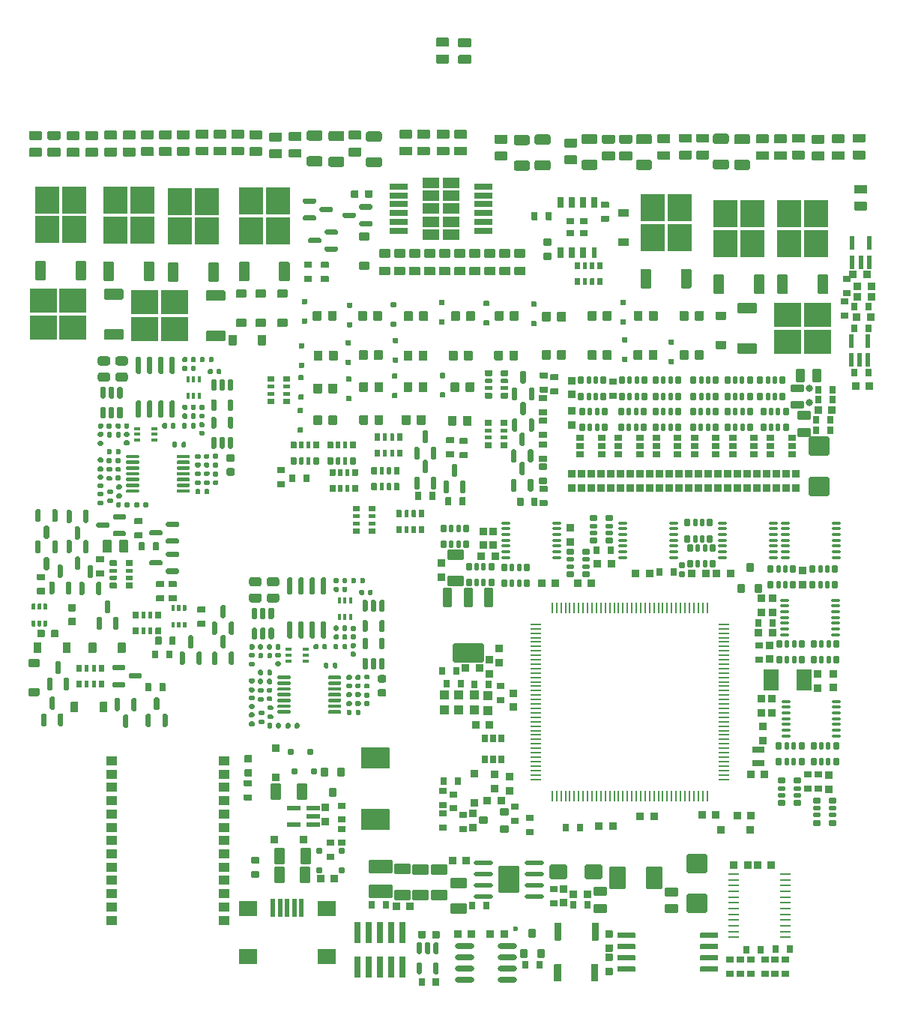
<source format=gtp>
G75*
G70*
%OFA0B0*%
%FSLAX25Y25*%
%IPPOS*%
%LPD*%
%AMOC8*
5,1,8,0,0,1.08239X$1,22.5*
%
%AMM111*
21,1,0.070870,0.036220,-0.000000,0.000000,90.000000*
21,1,0.061810,0.045280,-0.000000,0.000000,90.000000*
1,1,0.009060,0.018110,0.030910*
1,1,0.009060,0.018110,-0.030910*
1,1,0.009060,-0.018110,-0.030910*
1,1,0.009060,-0.018110,0.030910*
%
%AMM112*
21,1,0.033470,0.026770,-0.000000,0.000000,270.000000*
21,1,0.026770,0.033470,-0.000000,0.000000,270.000000*
1,1,0.006690,-0.013390,-0.013390*
1,1,0.006690,-0.013390,0.013390*
1,1,0.006690,0.013390,0.013390*
1,1,0.006690,0.013390,-0.013390*
%
%AMM113*
21,1,0.035430,0.030320,-0.000000,0.000000,180.000000*
21,1,0.028350,0.037400,-0.000000,0.000000,180.000000*
1,1,0.007090,-0.014170,0.015160*
1,1,0.007090,0.014170,0.015160*
1,1,0.007090,0.014170,-0.015160*
1,1,0.007090,-0.014170,-0.015160*
%
%AMM114*
21,1,0.021650,0.052760,-0.000000,0.000000,90.000000*
21,1,0.017320,0.057090,-0.000000,0.000000,90.000000*
1,1,0.004330,0.026380,0.008660*
1,1,0.004330,0.026380,-0.008660*
1,1,0.004330,-0.026380,-0.008660*
1,1,0.004330,-0.026380,0.008660*
%
%AMM115*
21,1,0.094490,0.111020,-0.000000,0.000000,270.000000*
21,1,0.075590,0.129920,-0.000000,0.000000,270.000000*
1,1,0.018900,-0.055510,-0.037800*
1,1,0.018900,-0.055510,0.037800*
1,1,0.018900,0.055510,0.037800*
1,1,0.018900,0.055510,-0.037800*
%
%AMM116*
21,1,0.023620,0.018900,-0.000000,0.000000,0.000000*
21,1,0.018900,0.023620,-0.000000,0.000000,0.000000*
1,1,0.004720,0.009450,-0.009450*
1,1,0.004720,-0.009450,-0.009450*
1,1,0.004720,-0.009450,0.009450*
1,1,0.004720,0.009450,0.009450*
%
%AMM117*
21,1,0.035830,0.026770,-0.000000,0.000000,90.000000*
21,1,0.029130,0.033470,-0.000000,0.000000,90.000000*
1,1,0.006690,0.013390,0.014570*
1,1,0.006690,0.013390,-0.014570*
1,1,0.006690,-0.013390,-0.014570*
1,1,0.006690,-0.013390,0.014570*
%
%AMM118*
21,1,0.023620,0.018900,-0.000000,0.000000,270.000000*
21,1,0.018900,0.023620,-0.000000,0.000000,270.000000*
1,1,0.004720,-0.009450,-0.009450*
1,1,0.004720,-0.009450,0.009450*
1,1,0.004720,0.009450,0.009450*
1,1,0.004720,0.009450,-0.009450*
%
%AMM119*
21,1,0.027560,0.030710,-0.000000,0.000000,90.000000*
21,1,0.022050,0.036220,-0.000000,0.000000,90.000000*
1,1,0.005510,0.015350,0.011020*
1,1,0.005510,0.015350,-0.011020*
1,1,0.005510,-0.015350,-0.011020*
1,1,0.005510,-0.015350,0.011020*
%
%AMM120*
21,1,0.033470,0.026770,-0.000000,0.000000,180.000000*
21,1,0.026770,0.033470,-0.000000,0.000000,180.000000*
1,1,0.006690,-0.013390,0.013390*
1,1,0.006690,0.013390,0.013390*
1,1,0.006690,0.013390,-0.013390*
1,1,0.006690,-0.013390,-0.013390*
%
%AMM121*
21,1,0.035830,0.026770,-0.000000,0.000000,180.000000*
21,1,0.029130,0.033470,-0.000000,0.000000,180.000000*
1,1,0.006690,-0.014570,0.013390*
1,1,0.006690,0.014570,0.013390*
1,1,0.006690,0.014570,-0.013390*
1,1,0.006690,-0.014570,-0.013390*
%
%AMM137*
21,1,0.027560,0.030710,-0.000000,0.000000,270.000000*
21,1,0.022050,0.036220,-0.000000,0.000000,270.000000*
1,1,0.005510,-0.015350,-0.011020*
1,1,0.005510,-0.015350,0.011020*
1,1,0.005510,0.015350,0.011020*
1,1,0.005510,0.015350,-0.011020*
%
%AMM138*
21,1,0.033470,0.026770,-0.000000,0.000000,0.000000*
21,1,0.026770,0.033470,-0.000000,0.000000,0.000000*
1,1,0.006690,0.013390,-0.013390*
1,1,0.006690,-0.013390,-0.013390*
1,1,0.006690,-0.013390,0.013390*
1,1,0.006690,0.013390,0.013390*
%
%AMM154*
21,1,0.039370,0.049210,-0.000000,-0.000000,270.000000*
21,1,0.031500,0.057090,-0.000000,-0.000000,270.000000*
1,1,0.007870,-0.024610,-0.015750*
1,1,0.007870,-0.024610,0.015750*
1,1,0.007870,0.024610,0.015750*
1,1,0.007870,0.024610,-0.015750*
%
%AMM155*
21,1,0.106300,0.050390,-0.000000,-0.000000,180.000000*
21,1,0.093700,0.062990,-0.000000,-0.000000,180.000000*
1,1,0.012600,-0.046850,0.025200*
1,1,0.012600,0.046850,0.025200*
1,1,0.012600,0.046850,-0.025200*
1,1,0.012600,-0.046850,-0.025200*
%
%AMM156*
21,1,0.074800,0.083460,-0.000000,-0.000000,0.000000*
21,1,0.059840,0.098430,-0.000000,-0.000000,0.000000*
1,1,0.014960,0.029920,-0.041730*
1,1,0.014960,-0.029920,-0.041730*
1,1,0.014960,-0.029920,0.041730*
1,1,0.014960,0.029920,0.041730*
%
%AMM157*
21,1,0.027560,0.030710,-0.000000,-0.000000,0.000000*
21,1,0.022050,0.036220,-0.000000,-0.000000,0.000000*
1,1,0.005510,0.011020,-0.015350*
1,1,0.005510,-0.011020,-0.015350*
1,1,0.005510,-0.011020,0.015350*
1,1,0.005510,0.011020,0.015350*
%
%AMM158*
21,1,0.033470,0.026770,-0.000000,-0.000000,0.000000*
21,1,0.026770,0.033470,-0.000000,-0.000000,0.000000*
1,1,0.006690,0.013390,-0.013390*
1,1,0.006690,-0.013390,-0.013390*
1,1,0.006690,-0.013390,0.013390*
1,1,0.006690,0.013390,0.013390*
%
%AMM159*
21,1,0.033470,0.026770,-0.000000,-0.000000,90.000000*
21,1,0.026770,0.033470,-0.000000,-0.000000,90.000000*
1,1,0.006690,0.013390,0.013390*
1,1,0.006690,0.013390,-0.013390*
1,1,0.006690,-0.013390,-0.013390*
1,1,0.006690,-0.013390,0.013390*
%
%AMM160*
21,1,0.122050,0.075590,-0.000000,-0.000000,90.000000*
21,1,0.103150,0.094490,-0.000000,-0.000000,90.000000*
1,1,0.018900,0.037800,0.051580*
1,1,0.018900,0.037800,-0.051580*
1,1,0.018900,-0.037800,-0.051580*
1,1,0.018900,-0.037800,0.051580*
%
%AMM161*
21,1,0.078740,0.053540,-0.000000,-0.000000,0.000000*
21,1,0.065350,0.066930,-0.000000,-0.000000,0.000000*
1,1,0.013390,0.032680,-0.026770*
1,1,0.013390,-0.032680,-0.026770*
1,1,0.013390,-0.032680,0.026770*
1,1,0.013390,0.032680,0.026770*
%
%AMM162*
21,1,0.070870,0.036220,-0.000000,-0.000000,0.000000*
21,1,0.061810,0.045280,-0.000000,-0.000000,0.000000*
1,1,0.009060,0.030910,-0.018110*
1,1,0.009060,-0.030910,-0.018110*
1,1,0.009060,-0.030910,0.018110*
1,1,0.009060,0.030910,0.018110*
%
%AMM163*
21,1,0.086610,0.073230,-0.000000,-0.000000,270.000000*
21,1,0.069290,0.090550,-0.000000,-0.000000,270.000000*
1,1,0.017320,-0.036610,-0.034650*
1,1,0.017320,-0.036610,0.034650*
1,1,0.017320,0.036610,0.034650*
1,1,0.017320,0.036610,-0.034650*
%
%AMM164*
21,1,0.027560,0.030710,-0.000000,-0.000000,270.000000*
21,1,0.022050,0.036220,-0.000000,-0.000000,270.000000*
1,1,0.005510,-0.015350,-0.011020*
1,1,0.005510,-0.015350,0.011020*
1,1,0.005510,0.015350,0.011020*
1,1,0.005510,0.015350,-0.011020*
%
%AMM195*
21,1,0.035430,0.050000,-0.000000,-0.000000,90.000000*
21,1,0.028350,0.057090,-0.000000,-0.000000,90.000000*
1,1,0.007090,0.025000,0.014170*
1,1,0.007090,0.025000,-0.014170*
1,1,0.007090,-0.025000,-0.014170*
1,1,0.007090,-0.025000,0.014170*
%
%AMM196*
21,1,0.086610,0.073230,-0.000000,-0.000000,90.000000*
21,1,0.069290,0.090550,-0.000000,-0.000000,90.000000*
1,1,0.017320,0.036610,0.034650*
1,1,0.017320,0.036610,-0.034650*
1,1,0.017320,-0.036610,-0.034650*
1,1,0.017320,-0.036610,0.034650*
%
%AMM197*
21,1,0.039370,0.049210,-0.000000,-0.000000,0.000000*
21,1,0.031500,0.057090,-0.000000,-0.000000,0.000000*
1,1,0.007870,0.015750,-0.024610*
1,1,0.007870,-0.015750,-0.024610*
1,1,0.007870,-0.015750,0.024610*
1,1,0.007870,0.015750,0.024610*
%
%AMM198*
21,1,0.023620,0.030710,-0.000000,-0.000000,270.000000*
21,1,0.018900,0.035430,-0.000000,-0.000000,270.000000*
1,1,0.004720,-0.015350,-0.009450*
1,1,0.004720,-0.015350,0.009450*
1,1,0.004720,0.015350,0.009450*
1,1,0.004720,0.015350,-0.009450*
%
%AMM199*
21,1,0.025590,0.026380,-0.000000,-0.000000,180.000000*
21,1,0.020470,0.031500,-0.000000,-0.000000,180.000000*
1,1,0.005120,-0.010240,0.013190*
1,1,0.005120,0.010240,0.013190*
1,1,0.005120,0.010240,-0.013190*
1,1,0.005120,-0.010240,-0.013190*
%
%AMM200*
21,1,0.017720,0.027950,-0.000000,-0.000000,180.000000*
21,1,0.014170,0.031500,-0.000000,-0.000000,180.000000*
1,1,0.003540,-0.007090,0.013980*
1,1,0.003540,0.007090,0.013980*
1,1,0.003540,0.007090,-0.013980*
1,1,0.003540,-0.007090,-0.013980*
%
%AMM201*
21,1,0.027560,0.030710,-0.000000,-0.000000,180.000000*
21,1,0.022050,0.036220,-0.000000,-0.000000,180.000000*
1,1,0.005510,-0.011020,0.015350*
1,1,0.005510,0.011020,0.015350*
1,1,0.005510,0.011020,-0.015350*
1,1,0.005510,-0.011020,-0.015350*
%
%AMM216*
21,1,0.027560,0.030710,-0.000000,0.000000,0.000000*
21,1,0.022050,0.036220,-0.000000,0.000000,0.000000*
1,1,0.005510,0.011020,-0.015350*
1,1,0.005510,-0.011020,-0.015350*
1,1,0.005510,-0.011020,0.015350*
1,1,0.005510,0.011020,0.015350*
%
%AMM259*
21,1,0.070870,0.036220,-0.000000,-0.000000,180.000000*
21,1,0.061810,0.045280,-0.000000,-0.000000,180.000000*
1,1,0.009060,-0.030910,0.018110*
1,1,0.009060,0.030910,0.018110*
1,1,0.009060,0.030910,-0.018110*
1,1,0.009060,-0.030910,-0.018110*
%
%AMM260*
21,1,0.027560,0.030710,-0.000000,-0.000000,90.000000*
21,1,0.022050,0.036220,-0.000000,-0.000000,90.000000*
1,1,0.005510,0.015350,0.011020*
1,1,0.005510,0.015350,-0.011020*
1,1,0.005510,-0.015350,-0.011020*
1,1,0.005510,-0.015350,0.011020*
%
%AMM261*
21,1,0.033470,0.026770,-0.000000,-0.000000,270.000000*
21,1,0.026770,0.033470,-0.000000,-0.000000,270.000000*
1,1,0.006690,-0.013390,-0.013390*
1,1,0.006690,-0.013390,0.013390*
1,1,0.006690,0.013390,0.013390*
1,1,0.006690,0.013390,-0.013390*
%
%AMM262*
21,1,0.023620,0.030710,-0.000000,-0.000000,0.000000*
21,1,0.018900,0.035430,-0.000000,-0.000000,0.000000*
1,1,0.004720,0.009450,-0.015350*
1,1,0.004720,-0.009450,-0.015350*
1,1,0.004720,-0.009450,0.015350*
1,1,0.004720,0.009450,0.015350*
%
%AMM263*
21,1,0.027560,0.018900,-0.000000,-0.000000,0.000000*
21,1,0.022840,0.023620,-0.000000,-0.000000,0.000000*
1,1,0.004720,0.011420,-0.009450*
1,1,0.004720,-0.011420,-0.009450*
1,1,0.004720,-0.011420,0.009450*
1,1,0.004720,0.011420,0.009450*
%
%AMM264*
21,1,0.137800,0.067720,-0.000000,-0.000000,180.000000*
21,1,0.120870,0.084650,-0.000000,-0.000000,180.000000*
1,1,0.016930,-0.060430,0.033860*
1,1,0.016930,0.060430,0.033860*
1,1,0.016930,0.060430,-0.033860*
1,1,0.016930,-0.060430,-0.033860*
%
%AMM265*
21,1,0.043310,0.075980,-0.000000,-0.000000,180.000000*
21,1,0.034650,0.084650,-0.000000,-0.000000,180.000000*
1,1,0.008660,-0.017320,0.037990*
1,1,0.008660,0.017320,0.037990*
1,1,0.008660,0.017320,-0.037990*
1,1,0.008660,-0.017320,-0.037990*
%
%AMM266*
21,1,0.043310,0.075990,-0.000000,-0.000000,180.000000*
21,1,0.034650,0.084650,-0.000000,-0.000000,180.000000*
1,1,0.008660,-0.017320,0.037990*
1,1,0.008660,0.017320,0.037990*
1,1,0.008660,0.017320,-0.037990*
1,1,0.008660,-0.017320,-0.037990*
%
%AMM267*
21,1,0.039370,0.035430,-0.000000,-0.000000,90.000000*
21,1,0.031500,0.043310,-0.000000,-0.000000,90.000000*
1,1,0.007870,0.017720,0.015750*
1,1,0.007870,0.017720,-0.015750*
1,1,0.007870,-0.017720,-0.015750*
1,1,0.007870,-0.017720,0.015750*
%
%AMM268*
21,1,0.035430,0.030320,-0.000000,-0.000000,90.000000*
21,1,0.028350,0.037400,-0.000000,-0.000000,90.000000*
1,1,0.007090,0.015160,0.014170*
1,1,0.007090,0.015160,-0.014170*
1,1,0.007090,-0.015160,-0.014170*
1,1,0.007090,-0.015160,0.014170*
%
%AMM269*
21,1,0.035830,0.026770,-0.000000,-0.000000,90.000000*
21,1,0.029130,0.033470,-0.000000,-0.000000,90.000000*
1,1,0.006690,0.013390,0.014570*
1,1,0.006690,0.013390,-0.014570*
1,1,0.006690,-0.013390,-0.014570*
1,1,0.006690,-0.013390,0.014570*
%
%AMM270*
21,1,0.035430,0.030320,-0.000000,-0.000000,0.000000*
21,1,0.028350,0.037400,-0.000000,-0.000000,0.000000*
1,1,0.007090,0.014170,-0.015160*
1,1,0.007090,-0.014170,-0.015160*
1,1,0.007090,-0.014170,0.015160*
1,1,0.007090,0.014170,0.015160*
%
%AMM271*
21,1,0.025590,0.026380,-0.000000,-0.000000,90.000000*
21,1,0.020470,0.031500,-0.000000,-0.000000,90.000000*
1,1,0.005120,0.013190,0.010240*
1,1,0.005120,0.013190,-0.010240*
1,1,0.005120,-0.013190,-0.010240*
1,1,0.005120,-0.013190,0.010240*
%
%AMM272*
21,1,0.017720,0.027950,-0.000000,-0.000000,90.000000*
21,1,0.014170,0.031500,-0.000000,-0.000000,90.000000*
1,1,0.003540,0.013980,0.007090*
1,1,0.003540,0.013980,-0.007090*
1,1,0.003540,-0.013980,-0.007090*
1,1,0.003540,-0.013980,0.007090*
%
%AMM273*
21,1,0.027560,0.049610,-0.000000,-0.000000,90.000000*
21,1,0.022050,0.055120,-0.000000,-0.000000,90.000000*
1,1,0.005510,0.024800,0.011020*
1,1,0.005510,0.024800,-0.011020*
1,1,0.005510,-0.024800,-0.011020*
1,1,0.005510,-0.024800,0.011020*
%
%AMM274*
21,1,0.035830,0.026770,-0.000000,-0.000000,0.000000*
21,1,0.029130,0.033470,-0.000000,-0.000000,0.000000*
1,1,0.006690,0.014570,-0.013390*
1,1,0.006690,-0.014570,-0.013390*
1,1,0.006690,-0.014570,0.013390*
1,1,0.006690,0.014570,0.013390*
%
%AMM308*
21,1,0.033470,0.026770,-0.000000,-0.000000,180.000000*
21,1,0.026770,0.033470,-0.000000,-0.000000,180.000000*
1,1,0.006690,-0.013390,0.013390*
1,1,0.006690,0.013390,0.013390*
1,1,0.006690,0.013390,-0.013390*
1,1,0.006690,-0.013390,-0.013390*
%
%AMM310*
21,1,0.021650,0.052760,-0.000000,0.000000,0.000000*
21,1,0.017320,0.057090,-0.000000,0.000000,0.000000*
1,1,0.004330,0.008660,-0.026380*
1,1,0.004330,-0.008660,-0.026380*
1,1,0.004330,-0.008660,0.026380*
1,1,0.004330,0.008660,0.026380*
%
%AMM44*
21,1,0.033470,0.026770,0.000000,0.000000,0.000000*
21,1,0.026770,0.033470,0.000000,0.000000,0.000000*
1,1,0.006690,0.013390,-0.013390*
1,1,0.006690,-0.013390,-0.013390*
1,1,0.006690,-0.013390,0.013390*
1,1,0.006690,0.013390,0.013390*
%
%AMM45*
21,1,0.027560,0.030710,0.000000,0.000000,270.000000*
21,1,0.022050,0.036220,0.000000,0.000000,270.000000*
1,1,0.005510,-0.015350,-0.011020*
1,1,0.005510,-0.015350,0.011020*
1,1,0.005510,0.015350,0.011020*
1,1,0.005510,0.015350,-0.011020*
%
%AMM9*
21,1,0.027560,0.030710,0.000000,0.000000,0.000000*
21,1,0.022050,0.036220,0.000000,0.000000,0.000000*
1,1,0.005510,0.011020,-0.015350*
1,1,0.005510,-0.011020,-0.015350*
1,1,0.005510,-0.011020,0.015350*
1,1,0.005510,0.011020,0.015350*
%
%ADD129O,0.08661X0.01968*%
%ADD13C,0.02362*%
%ADD135O,0.01968X0.03937*%
%ADD150R,0.02559X0.01575*%
%ADD157R,0.01575X0.02559*%
%ADD159O,0.04961X0.00984*%
%ADD160M44*%
%ADD161M45*%
%ADD190O,0.05118X0.00866*%
%ADD191O,0.00866X0.05118*%
%ADD196O,0.04331X0.01181*%
%ADD199R,0.06693X0.09449*%
%ADD20R,0.01969X0.07874*%
%ADD21R,0.07874X0.06693*%
%ADD23R,0.07874X0.02559*%
%ADD244O,0.08661X0.02362*%
%ADD252M111*%
%ADD253M112*%
%ADD254M113*%
%ADD255M114*%
%ADD256M115*%
%ADD257M116*%
%ADD258M117*%
%ADD259M118*%
%ADD260M119*%
%ADD261M120*%
%ADD262M121*%
%ADD282M137*%
%ADD283M138*%
%ADD307M154*%
%ADD308M155*%
%ADD309M156*%
%ADD310M157*%
%ADD311M158*%
%ADD312M159*%
%ADD313M160*%
%ADD314M161*%
%ADD315M162*%
%ADD316M163*%
%ADD317M164*%
%ADD348M195*%
%ADD349M196*%
%ADD350M197*%
%ADD351M198*%
%ADD352M199*%
%ADD353M200*%
%ADD354M201*%
%ADD369M216*%
%ADD416M259*%
%ADD417M260*%
%ADD418M261*%
%ADD419M262*%
%ADD420M263*%
%ADD421M264*%
%ADD422M265*%
%ADD423M266*%
%ADD424M267*%
%ADD425M268*%
%ADD426M269*%
%ADD427M270*%
%ADD428M271*%
%ADD429M272*%
%ADD430M273*%
%ADD431M274*%
%ADD45R,0.02559X0.05157*%
%ADD46R,0.02362X0.05157*%
%ADD471M308*%
%ADD473M310*%
%ADD48R,0.05118X0.03937*%
%ADD56R,0.02913X0.09449*%
%ADD67C,0.03150*%
%ADD72R,0.10827X0.12008*%
%ADD73R,0.12008X0.10827*%
%ADD74R,0.07677X0.04567*%
%ADD75O,0.00000X0.00000*%
%ADD76R,0.03543X0.03130*%
%ADD97M9*%
X0000000Y0000000D02*
%LPD*%
G01*
G36*
G01*
X0261772Y0022854D02*
X0259094Y0022854D01*
G75*
G02*
X0258760Y0023189I0000000J0000335D01*
G01*
X0258760Y0025866D01*
G75*
G02*
X0259094Y0026201I0000335J0000000D01*
G01*
X0261772Y0026201D01*
G75*
G02*
X0262106Y0025866I0000000J-000335D01*
G01*
X0262106Y0023189D01*
G75*
G02*
X0261772Y0022854I-000335J0000000D01*
G01*
G37*
G36*
G01*
X0261772Y0016634D02*
X0259094Y0016634D01*
G75*
G02*
X0258760Y0016968I0000000J0000335D01*
G01*
X0258760Y0019646D01*
G75*
G02*
X0259094Y0019980I0000335J0000000D01*
G01*
X0261772Y0019980D01*
G75*
G02*
X0262106Y0019646I0000000J-000335D01*
G01*
X0262106Y0016968D01*
G75*
G02*
X0261772Y0016634I-000335J0000000D01*
G01*
G37*
G36*
G01*
X0035236Y0194390D02*
X0035236Y0199311D01*
G75*
G02*
X0035630Y0199705I0000394J0000000D01*
G01*
X0038780Y0199705D01*
G75*
G02*
X0039173Y0199311I0000000J-000394D01*
G01*
X0039173Y0194390D01*
G75*
G02*
X0038780Y0193996I-000394J0000000D01*
G01*
X0035630Y0193996D01*
G75*
G02*
X0035236Y0194390I0000000J0000394D01*
G01*
G37*
G36*
G01*
X0042717Y0194390D02*
X0042717Y0199311D01*
G75*
G02*
X0043110Y0199705I0000394J0000000D01*
G01*
X0046260Y0199705D01*
G75*
G02*
X0046654Y0199311I0000000J-000394D01*
G01*
X0046654Y0194390D01*
G75*
G02*
X0046260Y0193996I-000394J0000000D01*
G01*
X0043110Y0193996D01*
G75*
G02*
X0042717Y0194390I0000000J0000394D01*
G01*
G37*
G36*
G01*
X0098858Y0294508D02*
X0094843Y0294508D01*
G75*
G02*
X0094488Y0294862I0000000J0000354D01*
G01*
X0094488Y0297697D01*
G75*
G02*
X0094843Y0298051I0000354J0000000D01*
G01*
X0098858Y0298051D01*
G75*
G02*
X0099213Y0297697I0000000J-000354D01*
G01*
X0099213Y0294862D01*
G75*
G02*
X0098858Y0294508I-000354J0000000D01*
G01*
G37*
G36*
G01*
X0098858Y0307500D02*
X0094843Y0307500D01*
G75*
G02*
X0094488Y0307854I0000000J0000354D01*
G01*
X0094488Y0310689D01*
G75*
G02*
X0094843Y0311043I0000354J0000000D01*
G01*
X0098858Y0311043D01*
G75*
G02*
X0099213Y0310689I0000000J-000354D01*
G01*
X0099213Y0307854D01*
G75*
G02*
X0098858Y0307500I-000354J0000000D01*
G01*
G37*
G36*
G01*
X0304626Y0368898D02*
X0299705Y0368898D01*
G75*
G02*
X0299311Y0369291I0000000J0000394D01*
G01*
X0299311Y0372441D01*
G75*
G02*
X0299705Y0372835I0000394J0000000D01*
G01*
X0304626Y0372835D01*
G75*
G02*
X0305020Y0372441I0000000J-000394D01*
G01*
X0305020Y0369291D01*
G75*
G02*
X0304626Y0368898I-000394J0000000D01*
G01*
G37*
G36*
G01*
X0304626Y0376378D02*
X0299705Y0376378D01*
G75*
G02*
X0299311Y0376772I0000000J0000394D01*
G01*
X0299311Y0379921D01*
G75*
G02*
X0299705Y0380315I0000394J0000000D01*
G01*
X0304626Y0380315D01*
G75*
G02*
X0305020Y0379921I0000000J-000394D01*
G01*
X0305020Y0376772D01*
G75*
G02*
X0304626Y0376378I-000394J0000000D01*
G01*
G37*
G36*
G01*
X0049646Y0209449D02*
X0052717Y0209449D01*
G75*
G02*
X0052992Y0209173I0000000J-000276D01*
G01*
X0052992Y0206969D01*
G75*
G02*
X0052717Y0206693I-000276J0000000D01*
G01*
X0049646Y0206693D01*
G75*
G02*
X0049370Y0206969I0000000J0000276D01*
G01*
X0049370Y0209173D01*
G75*
G02*
X0049646Y0209449I0000276J0000000D01*
G01*
G37*
G36*
G01*
X0049646Y0203150D02*
X0052717Y0203150D01*
G75*
G02*
X0052992Y0202874I0000000J-000276D01*
G01*
X0052992Y0200669D01*
G75*
G02*
X0052717Y0200394I-000276J0000000D01*
G01*
X0049646Y0200394D01*
G75*
G02*
X0049370Y0200669I0000000J0000276D01*
G01*
X0049370Y0202874D01*
G75*
G02*
X0049646Y0203150I0000276J0000000D01*
G01*
G37*
G36*
G01*
X0101614Y0058661D02*
X0104685Y0058661D01*
G75*
G02*
X0104961Y0058386I0000000J-000276D01*
G01*
X0104961Y0056181D01*
G75*
G02*
X0104685Y0055906I-000276J0000000D01*
G01*
X0101614Y0055906D01*
G75*
G02*
X0101339Y0056181I0000000J0000276D01*
G01*
X0101339Y0058386D01*
G75*
G02*
X0101614Y0058661I0000276J0000000D01*
G01*
G37*
G36*
G01*
X0101614Y0052362D02*
X0104685Y0052362D01*
G75*
G02*
X0104961Y0052087I0000000J-000276D01*
G01*
X0104961Y0049882D01*
G75*
G02*
X0104685Y0049606I-000276J0000000D01*
G01*
X0101614Y0049606D01*
G75*
G02*
X0101339Y0049882I0000000J0000276D01*
G01*
X0101339Y0052087D01*
G75*
G02*
X0101614Y0052362I0000276J0000000D01*
G01*
G37*
G36*
G01*
X0136220Y0221319D02*
X0136220Y0223957D01*
G75*
G02*
X0136476Y0224213I0000256J0000000D01*
G01*
X0138524Y0224213D01*
G75*
G02*
X0138780Y0223957I0000000J-000256D01*
G01*
X0138780Y0221319D01*
G75*
G02*
X0138524Y0221063I-000256J0000000D01*
G01*
X0136476Y0221063D01*
G75*
G02*
X0136220Y0221319I0000000J0000256D01*
G01*
G37*
G36*
G01*
X0140059Y0221240D02*
X0140059Y0224035D01*
G75*
G02*
X0140236Y0224213I0000177J0000000D01*
G01*
X0141654Y0224213D01*
G75*
G02*
X0141831Y0224035I0000000J-000177D01*
G01*
X0141831Y0221240D01*
G75*
G02*
X0141654Y0221063I-000177J0000000D01*
G01*
X0140236Y0221063D01*
G75*
G02*
X0140059Y0221240I0000000J0000177D01*
G01*
G37*
G36*
G01*
X0143209Y0221240D02*
X0143209Y0224035D01*
G75*
G02*
X0143386Y0224213I0000177J0000000D01*
G01*
X0144803Y0224213D01*
G75*
G02*
X0144980Y0224035I0000000J-000177D01*
G01*
X0144980Y0221240D01*
G75*
G02*
X0144803Y0221063I-000177J0000000D01*
G01*
X0143386Y0221063D01*
G75*
G02*
X0143209Y0221240I0000000J0000177D01*
G01*
G37*
G36*
G01*
X0146260Y0221319D02*
X0146260Y0223957D01*
G75*
G02*
X0146516Y0224213I0000256J0000000D01*
G01*
X0148563Y0224213D01*
G75*
G02*
X0148819Y0223957I0000000J-000256D01*
G01*
X0148819Y0221319D01*
G75*
G02*
X0148563Y0221063I-000256J0000000D01*
G01*
X0146516Y0221063D01*
G75*
G02*
X0146260Y0221319I0000000J0000256D01*
G01*
G37*
G36*
G01*
X0146260Y0228406D02*
X0146260Y0231043D01*
G75*
G02*
X0146516Y0231299I0000256J0000000D01*
G01*
X0148563Y0231299D01*
G75*
G02*
X0148819Y0231043I0000000J-000256D01*
G01*
X0148819Y0228406D01*
G75*
G02*
X0148563Y0228150I-000256J0000000D01*
G01*
X0146516Y0228150D01*
G75*
G02*
X0146260Y0228406I0000000J0000256D01*
G01*
G37*
G36*
G01*
X0143209Y0228327D02*
X0143209Y0231122D01*
G75*
G02*
X0143386Y0231299I0000177J0000000D01*
G01*
X0144803Y0231299D01*
G75*
G02*
X0144980Y0231122I0000000J-000177D01*
G01*
X0144980Y0228327D01*
G75*
G02*
X0144803Y0228150I-000177J0000000D01*
G01*
X0143386Y0228150D01*
G75*
G02*
X0143209Y0228327I0000000J0000177D01*
G01*
G37*
G36*
G01*
X0140059Y0228327D02*
X0140059Y0231122D01*
G75*
G02*
X0140236Y0231299I0000177J0000000D01*
G01*
X0141654Y0231299D01*
G75*
G02*
X0141831Y0231122I0000000J-000177D01*
G01*
X0141831Y0228327D01*
G75*
G02*
X0141654Y0228150I-000177J0000000D01*
G01*
X0140236Y0228150D01*
G75*
G02*
X0140059Y0228327I0000000J0000177D01*
G01*
G37*
G36*
G01*
X0136220Y0228406D02*
X0136220Y0231043D01*
G75*
G02*
X0136476Y0231299I0000256J0000000D01*
G01*
X0138524Y0231299D01*
G75*
G02*
X0138780Y0231043I0000000J-000256D01*
G01*
X0138780Y0228406D01*
G75*
G02*
X0138524Y0228150I-000256J0000000D01*
G01*
X0136476Y0228150D01*
G75*
G02*
X0136220Y0228406I0000000J0000256D01*
G01*
G37*
G36*
G01*
X0199409Y0254528D02*
X0199409Y0250984D01*
G75*
G02*
X0199016Y0250591I-000394J0000000D01*
G01*
X0195866Y0250591D01*
G75*
G02*
X0195472Y0250984I0000000J0000394D01*
G01*
X0195472Y0254528D01*
G75*
G02*
X0195866Y0254921I0000394J0000000D01*
G01*
X0199016Y0254921D01*
G75*
G02*
X0199409Y0254528I0000000J-000394D01*
G01*
G37*
G36*
G01*
X0192717Y0254528D02*
X0192717Y0250984D01*
G75*
G02*
X0192323Y0250591I-000394J0000000D01*
G01*
X0189173Y0250591D01*
G75*
G02*
X0188780Y0250984I0000000J0000394D01*
G01*
X0188780Y0254528D01*
G75*
G02*
X0189173Y0254921I0000394J0000000D01*
G01*
X0192323Y0254921D01*
G75*
G02*
X0192717Y0254528I0000000J-000394D01*
G01*
G37*
G36*
G01*
X0215295Y0262598D02*
X0212657Y0262598D01*
G75*
G02*
X0212402Y0262854I0000000J0000256D01*
G01*
X0212402Y0264902D01*
G75*
G02*
X0212657Y0265157I0000256J0000000D01*
G01*
X0215295Y0265157D01*
G75*
G02*
X0215551Y0264902I0000000J-000256D01*
G01*
X0215551Y0262854D01*
G75*
G02*
X0215295Y0262598I-000256J0000000D01*
G01*
G37*
G36*
G01*
X0215374Y0266437D02*
X0212579Y0266437D01*
G75*
G02*
X0212402Y0266614I0000000J0000177D01*
G01*
X0212402Y0268031D01*
G75*
G02*
X0212579Y0268209I0000177J0000000D01*
G01*
X0215374Y0268209D01*
G75*
G02*
X0215551Y0268031I0000000J-000177D01*
G01*
X0215551Y0266614D01*
G75*
G02*
X0215374Y0266437I-000177J0000000D01*
G01*
G37*
G36*
G01*
X0215374Y0269587D02*
X0212579Y0269587D01*
G75*
G02*
X0212402Y0269764I0000000J0000177D01*
G01*
X0212402Y0271181D01*
G75*
G02*
X0212579Y0271358I0000177J0000000D01*
G01*
X0215374Y0271358D01*
G75*
G02*
X0215551Y0271181I0000000J-000177D01*
G01*
X0215551Y0269764D01*
G75*
G02*
X0215374Y0269587I-000177J0000000D01*
G01*
G37*
G36*
G01*
X0215295Y0272638D02*
X0212657Y0272638D01*
G75*
G02*
X0212402Y0272894I0000000J0000256D01*
G01*
X0212402Y0274941D01*
G75*
G02*
X0212657Y0275197I0000256J0000000D01*
G01*
X0215295Y0275197D01*
G75*
G02*
X0215551Y0274941I0000000J-000256D01*
G01*
X0215551Y0272894D01*
G75*
G02*
X0215295Y0272638I-000256J0000000D01*
G01*
G37*
G36*
G01*
X0208209Y0272638D02*
X0205571Y0272638D01*
G75*
G02*
X0205315Y0272894I0000000J0000256D01*
G01*
X0205315Y0274941D01*
G75*
G02*
X0205571Y0275197I0000256J0000000D01*
G01*
X0208209Y0275197D01*
G75*
G02*
X0208465Y0274941I0000000J-000256D01*
G01*
X0208465Y0272894D01*
G75*
G02*
X0208209Y0272638I-000256J0000000D01*
G01*
G37*
G36*
G01*
X0208287Y0269587D02*
X0205492Y0269587D01*
G75*
G02*
X0205315Y0269764I0000000J0000177D01*
G01*
X0205315Y0271181D01*
G75*
G02*
X0205492Y0271358I0000177J0000000D01*
G01*
X0208287Y0271358D01*
G75*
G02*
X0208465Y0271181I0000000J-000177D01*
G01*
X0208465Y0269764D01*
G75*
G02*
X0208287Y0269587I-000177J0000000D01*
G01*
G37*
G36*
G01*
X0208287Y0266437D02*
X0205492Y0266437D01*
G75*
G02*
X0205315Y0266614I0000000J0000177D01*
G01*
X0205315Y0268031D01*
G75*
G02*
X0205492Y0268209I0000177J0000000D01*
G01*
X0208287Y0268209D01*
G75*
G02*
X0208465Y0268031I0000000J-000177D01*
G01*
X0208465Y0266614D01*
G75*
G02*
X0208287Y0266437I-000177J0000000D01*
G01*
G37*
G36*
G01*
X0208209Y0262598D02*
X0205571Y0262598D01*
G75*
G02*
X0205315Y0262854I0000000J0000256D01*
G01*
X0205315Y0264902D01*
G75*
G02*
X0205571Y0265157I0000256J0000000D01*
G01*
X0208209Y0265157D01*
G75*
G02*
X0208465Y0264902I0000000J-000256D01*
G01*
X0208465Y0262854D01*
G75*
G02*
X0208209Y0262598I-000256J0000000D01*
G01*
G37*
G36*
G01*
X0265551Y0295715D02*
X0265551Y0297604D01*
G75*
G02*
X0265787Y0297841I0000236J0000000D01*
G01*
X0267677Y0297841D01*
G75*
G02*
X0267913Y0297604I0000000J-000236D01*
G01*
X0267913Y0295715D01*
G75*
G02*
X0267677Y0295478I-000236J0000000D01*
G01*
X0265787Y0295478D01*
G75*
G02*
X0265551Y0295715I0000000J0000236D01*
G01*
G37*
G36*
G01*
X0265551Y0304376D02*
X0265551Y0306266D01*
G75*
G02*
X0265787Y0306502I0000236J0000000D01*
G01*
X0267677Y0306502D01*
G75*
G02*
X0267913Y0306266I0000000J-000236D01*
G01*
X0267913Y0304376D01*
G75*
G02*
X0267677Y0304140I-000236J0000000D01*
G01*
X0265787Y0304140D01*
G75*
G02*
X0265551Y0304376I0000000J0000236D01*
G01*
G37*
G36*
G01*
X0098661Y0104075D02*
X0101339Y0104075D01*
G75*
G02*
X0101673Y0103740I0000000J-000335D01*
G01*
X0101673Y0101063D01*
G75*
G02*
X0101339Y0100728I-000335J0000000D01*
G01*
X0098661Y0100728D01*
G75*
G02*
X0098327Y0101063I0000000J0000335D01*
G01*
X0098327Y0103740D01*
G75*
G02*
X0098661Y0104075I0000335J0000000D01*
G01*
G37*
G36*
G01*
X0098661Y0097854D02*
X0101339Y0097854D01*
G75*
G02*
X0101673Y0097520I0000000J-000335D01*
G01*
X0101673Y0094843D01*
G75*
G02*
X0101339Y0094508I-000335J0000000D01*
G01*
X0098661Y0094508D01*
G75*
G02*
X0098327Y0094843I0000000J0000335D01*
G01*
X0098327Y0097520D01*
G75*
G02*
X0098661Y0097854I0000335J0000000D01*
G01*
G37*
G36*
G01*
X0124606Y0272795D02*
X0124606Y0270906D01*
G75*
G02*
X0124370Y0270669I-000236J0000000D01*
G01*
X0122480Y0270669D01*
G75*
G02*
X0122244Y0270906I0000000J0000236D01*
G01*
X0122244Y0272795D01*
G75*
G02*
X0122480Y0273031I0000236J0000000D01*
G01*
X0124370Y0273031D01*
G75*
G02*
X0124606Y0272795I0000000J-000236D01*
G01*
G37*
G36*
G01*
X0124606Y0264134D02*
X0124606Y0262244D01*
G75*
G02*
X0124370Y0262008I-000236J0000000D01*
G01*
X0122480Y0262008D01*
G75*
G02*
X0122244Y0262244I0000000J0000236D01*
G01*
X0122244Y0264134D01*
G75*
G02*
X0122480Y0264370I0000236J0000000D01*
G01*
X0124370Y0264370D01*
G75*
G02*
X0124606Y0264134I0000000J-000236D01*
G01*
G37*
G36*
G01*
X0229567Y0243504D02*
X0232638Y0243504D01*
G75*
G02*
X0232913Y0243228I0000000J-000276D01*
G01*
X0232913Y0241024D01*
G75*
G02*
X0232638Y0240748I-000276J0000000D01*
G01*
X0229567Y0240748D01*
G75*
G02*
X0229291Y0241024I0000000J0000276D01*
G01*
X0229291Y0243228D01*
G75*
G02*
X0229567Y0243504I0000276J0000000D01*
G01*
G37*
G36*
G01*
X0229567Y0237205D02*
X0232638Y0237205D01*
G75*
G02*
X0232913Y0236929I0000000J-000276D01*
G01*
X0232913Y0234724D01*
G75*
G02*
X0232638Y0234449I-000276J0000000D01*
G01*
X0229567Y0234449D01*
G75*
G02*
X0229291Y0234724I0000000J0000276D01*
G01*
X0229291Y0236929D01*
G75*
G02*
X0229567Y0237205I0000276J0000000D01*
G01*
G37*
G36*
G01*
X0067717Y0156457D02*
X0067717Y0153386D01*
G75*
G02*
X0067441Y0153110I-000276J0000000D01*
G01*
X0065236Y0153110D01*
G75*
G02*
X0064961Y0153386I0000000J0000276D01*
G01*
X0064961Y0156457D01*
G75*
G02*
X0065236Y0156732I0000276J0000000D01*
G01*
X0067441Y0156732D01*
G75*
G02*
X0067717Y0156457I0000000J-000276D01*
G01*
G37*
G36*
G01*
X0061417Y0156457D02*
X0061417Y0153386D01*
G75*
G02*
X0061142Y0153110I-000276J0000000D01*
G01*
X0058937Y0153110D01*
G75*
G02*
X0058661Y0153386I0000000J0000276D01*
G01*
X0058661Y0156457D01*
G75*
G02*
X0058937Y0156732I0000276J0000000D01*
G01*
X0061142Y0156732D01*
G75*
G02*
X0061417Y0156457I0000000J-000276D01*
G01*
G37*
G36*
G01*
X0132520Y0323425D02*
X0135591Y0323425D01*
G75*
G02*
X0135866Y0323150I0000000J-000276D01*
G01*
X0135866Y0320945D01*
G75*
G02*
X0135591Y0320669I-000276J0000000D01*
G01*
X0132520Y0320669D01*
G75*
G02*
X0132244Y0320945I0000000J0000276D01*
G01*
X0132244Y0323150D01*
G75*
G02*
X0132520Y0323425I0000276J0000000D01*
G01*
G37*
G36*
G01*
X0132520Y0317126D02*
X0135591Y0317126D01*
G75*
G02*
X0135866Y0316850I0000000J-000276D01*
G01*
X0135866Y0314646D01*
G75*
G02*
X0135591Y0314370I-000276J0000000D01*
G01*
X0132520Y0314370D01*
G75*
G02*
X0132244Y0314646I0000000J0000276D01*
G01*
X0132244Y0316850D01*
G75*
G02*
X0132520Y0317126I0000276J0000000D01*
G01*
G37*
G36*
G01*
X0160039Y0254921D02*
X0160039Y0251378D01*
G75*
G02*
X0159646Y0250984I-000394J0000000D01*
G01*
X0156496Y0250984D01*
G75*
G02*
X0156102Y0251378I0000000J0000394D01*
G01*
X0156102Y0254921D01*
G75*
G02*
X0156496Y0255315I0000394J0000000D01*
G01*
X0159646Y0255315D01*
G75*
G02*
X0160039Y0254921I0000000J-000394D01*
G01*
G37*
G36*
G01*
X0153346Y0254921D02*
X0153346Y0251378D01*
G75*
G02*
X0152953Y0250984I-000394J0000000D01*
G01*
X0149803Y0250984D01*
G75*
G02*
X0149409Y0251378I0000000J0000394D01*
G01*
X0149409Y0254921D01*
G75*
G02*
X0149803Y0255315I0000394J0000000D01*
G01*
X0152953Y0255315D01*
G75*
G02*
X0153346Y0254921I0000000J-000394D01*
G01*
G37*
G36*
G01*
X0175492Y0382087D02*
X0180413Y0382087D01*
G75*
G02*
X0180807Y0381693I0000000J-000394D01*
G01*
X0180807Y0378543D01*
G75*
G02*
X0180413Y0378150I-000394J0000000D01*
G01*
X0175492Y0378150D01*
G75*
G02*
X0175098Y0378543I0000000J0000394D01*
G01*
X0175098Y0381693D01*
G75*
G02*
X0175492Y0382087I0000394J0000000D01*
G01*
G37*
G36*
G01*
X0175492Y0374606D02*
X0180413Y0374606D01*
G75*
G02*
X0180807Y0374213I0000000J-000394D01*
G01*
X0180807Y0371063D01*
G75*
G02*
X0180413Y0370669I-000394J0000000D01*
G01*
X0175492Y0370669D01*
G75*
G02*
X0175098Y0371063I0000000J0000394D01*
G01*
X0175098Y0374213D01*
G75*
G02*
X0175492Y0374606I0000394J0000000D01*
G01*
G37*
G36*
G01*
X0296949Y0368898D02*
X0292028Y0368898D01*
G75*
G02*
X0291634Y0369291I0000000J0000394D01*
G01*
X0291634Y0372441D01*
G75*
G02*
X0292028Y0372835I0000394J0000000D01*
G01*
X0296949Y0372835D01*
G75*
G02*
X0297343Y0372441I0000000J-000394D01*
G01*
X0297343Y0369291D01*
G75*
G02*
X0296949Y0368898I-000394J0000000D01*
G01*
G37*
G36*
G01*
X0296949Y0376378D02*
X0292028Y0376378D01*
G75*
G02*
X0291634Y0376772I0000000J0000394D01*
G01*
X0291634Y0379921D01*
G75*
G02*
X0292028Y0380315I0000394J0000000D01*
G01*
X0296949Y0380315D01*
G75*
G02*
X0297343Y0379921I0000000J-000394D01*
G01*
X0297343Y0376772D01*
G75*
G02*
X0296949Y0376378I-000394J0000000D01*
G01*
G37*
G36*
G01*
X0097736Y0370669D02*
X0092815Y0370669D01*
G75*
G02*
X0092421Y0371063I0000000J0000394D01*
G01*
X0092421Y0374213D01*
G75*
G02*
X0092815Y0374606I0000394J0000000D01*
G01*
X0097736Y0374606D01*
G75*
G02*
X0098130Y0374213I0000000J-000394D01*
G01*
X0098130Y0371063D01*
G75*
G02*
X0097736Y0370669I-000394J0000000D01*
G01*
G37*
G36*
G01*
X0097736Y0378150D02*
X0092815Y0378150D01*
G75*
G02*
X0092421Y0378543I0000000J0000394D01*
G01*
X0092421Y0381693D01*
G75*
G02*
X0092815Y0382087I0000394J0000000D01*
G01*
X0097736Y0382087D01*
G75*
G02*
X0098130Y0381693I0000000J-000394D01*
G01*
X0098130Y0378543D01*
G75*
G02*
X0097736Y0378150I-000394J0000000D01*
G01*
G37*
G36*
G01*
X0229961Y0274213D02*
X0233031Y0274213D01*
G75*
G02*
X0233307Y0273937I0000000J-000276D01*
G01*
X0233307Y0271732D01*
G75*
G02*
X0233031Y0271457I-000276J0000000D01*
G01*
X0229961Y0271457D01*
G75*
G02*
X0229685Y0271732I0000000J0000276D01*
G01*
X0229685Y0273937D01*
G75*
G02*
X0229961Y0274213I0000276J0000000D01*
G01*
G37*
G36*
G01*
X0229961Y0267913D02*
X0233031Y0267913D01*
G75*
G02*
X0233307Y0267638I0000000J-000276D01*
G01*
X0233307Y0265433D01*
G75*
G02*
X0233031Y0265157I-000276J0000000D01*
G01*
X0229961Y0265157D01*
G75*
G02*
X0229685Y0265433I0000000J0000276D01*
G01*
X0229685Y0267638D01*
G75*
G02*
X0229961Y0267913I0000276J0000000D01*
G01*
G37*
G36*
G01*
X0124311Y0349803D02*
X0124311Y0350984D01*
G75*
G02*
X0124902Y0351575I0000591J0000000D01*
G01*
X0129528Y0351575D01*
G75*
G02*
X0130118Y0350984I0000000J-000591D01*
G01*
X0130118Y0349803D01*
G75*
G02*
X0129528Y0349213I-000591J0000000D01*
G01*
X0124902Y0349213D01*
G75*
G02*
X0124311Y0349803I0000000J0000591D01*
G01*
G37*
G36*
G01*
X0131693Y0346063D02*
X0131693Y0347244D01*
G75*
G02*
X0132283Y0347835I0000591J0000000D01*
G01*
X0136909Y0347835D01*
G75*
G02*
X0137500Y0347244I0000000J-000591D01*
G01*
X0137500Y0346063D01*
G75*
G02*
X0136909Y0345472I-000591J0000000D01*
G01*
X0132283Y0345472D01*
G75*
G02*
X0131693Y0346063I0000000J0000591D01*
G01*
G37*
G36*
G01*
X0124311Y0342323D02*
X0124311Y0343504D01*
G75*
G02*
X0124902Y0344094I0000591J0000000D01*
G01*
X0129528Y0344094D01*
G75*
G02*
X0130118Y0343504I0000000J-000591D01*
G01*
X0130118Y0342323D01*
G75*
G02*
X0129528Y0341732I-000591J0000000D01*
G01*
X0124902Y0341732D01*
G75*
G02*
X0124311Y0342323I0000000J0000591D01*
G01*
G37*
G36*
G01*
X0248228Y0376595D02*
X0248228Y0379311D01*
G75*
G02*
X0249134Y0380217I0000906J0000000D01*
G01*
X0254409Y0380217D01*
G75*
G02*
X0255315Y0379311I0000000J-000906D01*
G01*
X0255315Y0376595D01*
G75*
G02*
X0254409Y0375689I-000906J0000000D01*
G01*
X0249134Y0375689D01*
G75*
G02*
X0248228Y0376595I0000000J0000906D01*
G01*
G37*
G36*
G01*
X0248228Y0365177D02*
X0248228Y0367894D01*
G75*
G02*
X0249134Y0368799I0000906J0000000D01*
G01*
X0254409Y0368799D01*
G75*
G02*
X0255315Y0367894I0000000J-000906D01*
G01*
X0255315Y0365177D01*
G75*
G02*
X0254409Y0364272I-000906J0000000D01*
G01*
X0249134Y0364272D01*
G75*
G02*
X0248228Y0365177I0000000J0000906D01*
G01*
G37*
G36*
G01*
X0188622Y0220374D02*
X0187441Y0220374D01*
G75*
G02*
X0186850Y0220965I0000000J0000591D01*
G01*
X0186850Y0225591D01*
G75*
G02*
X0187441Y0226181I0000591J0000000D01*
G01*
X0188622Y0226181D01*
G75*
G02*
X0189213Y0225591I0000000J-000591D01*
G01*
X0189213Y0220965D01*
G75*
G02*
X0188622Y0220374I-000591J0000000D01*
G01*
G37*
G36*
G01*
X0192362Y0227756D02*
X0191181Y0227756D01*
G75*
G02*
X0190591Y0228346I0000000J0000591D01*
G01*
X0190591Y0232972D01*
G75*
G02*
X0191181Y0233563I0000591J0000000D01*
G01*
X0192362Y0233563D01*
G75*
G02*
X0192953Y0232972I0000000J-000591D01*
G01*
X0192953Y0228346D01*
G75*
G02*
X0192362Y0227756I-000591J0000000D01*
G01*
G37*
G36*
G01*
X0196102Y0220374D02*
X0194921Y0220374D01*
G75*
G02*
X0194331Y0220965I0000000J0000591D01*
G01*
X0194331Y0225591D01*
G75*
G02*
X0194921Y0226181I0000591J0000000D01*
G01*
X0196102Y0226181D01*
G75*
G02*
X0196693Y0225591I0000000J-000591D01*
G01*
X0196693Y0220965D01*
G75*
G02*
X0196102Y0220374I-000591J0000000D01*
G01*
G37*
G36*
G01*
X0374823Y0346220D02*
X0369902Y0346220D01*
G75*
G02*
X0369508Y0346614I0000000J0000394D01*
G01*
X0369508Y0349764D01*
G75*
G02*
X0369902Y0350157I0000394J0000000D01*
G01*
X0374823Y0350157D01*
G75*
G02*
X0375217Y0349764I0000000J-000394D01*
G01*
X0375217Y0346614D01*
G75*
G02*
X0374823Y0346220I-000394J0000000D01*
G01*
G37*
G36*
G01*
X0374823Y0353701D02*
X0369902Y0353701D01*
G75*
G02*
X0369508Y0354095I0000000J0000394D01*
G01*
X0369508Y0357244D01*
G75*
G02*
X0369902Y0357638I0000394J0000000D01*
G01*
X0374823Y0357638D01*
G75*
G02*
X0375217Y0357244I0000000J-000394D01*
G01*
X0375217Y0354095D01*
G75*
G02*
X0374823Y0353701I-000394J0000000D01*
G01*
G37*
G36*
G01*
X0266339Y0279173D02*
X0266339Y0281063D01*
G75*
G02*
X0266575Y0281299I0000236J0000000D01*
G01*
X0268465Y0281299D01*
G75*
G02*
X0268701Y0281063I0000000J-000236D01*
G01*
X0268701Y0279173D01*
G75*
G02*
X0268465Y0278937I-000236J0000000D01*
G01*
X0266575Y0278937D01*
G75*
G02*
X0266339Y0279173I0000000J0000236D01*
G01*
G37*
G36*
G01*
X0266339Y0287835D02*
X0266339Y0289724D01*
G75*
G02*
X0266575Y0289961I0000236J0000000D01*
G01*
X0268465Y0289961D01*
G75*
G02*
X0268701Y0289724I0000000J-000236D01*
G01*
X0268701Y0287835D01*
G75*
G02*
X0268465Y0287598I-000236J0000000D01*
G01*
X0266575Y0287598D01*
G75*
G02*
X0266339Y0287835I0000000J0000236D01*
G01*
G37*
G36*
G01*
X0159449Y0301181D02*
X0159449Y0297638D01*
G75*
G02*
X0159055Y0297244I-000394J0000000D01*
G01*
X0155906Y0297244D01*
G75*
G02*
X0155512Y0297638I0000000J0000394D01*
G01*
X0155512Y0301181D01*
G75*
G02*
X0155906Y0301575I0000394J0000000D01*
G01*
X0159055Y0301575D01*
G75*
G02*
X0159449Y0301181I0000000J-000394D01*
G01*
G37*
G36*
G01*
X0152756Y0301181D02*
X0152756Y0297638D01*
G75*
G02*
X0152362Y0297244I-000394J0000000D01*
G01*
X0149213Y0297244D01*
G75*
G02*
X0148819Y0297638I0000000J0000394D01*
G01*
X0148819Y0301181D01*
G75*
G02*
X0149213Y0301575I0000394J0000000D01*
G01*
X0152362Y0301575D01*
G75*
G02*
X0152756Y0301181I0000000J-000394D01*
G01*
G37*
G36*
G01*
X0231732Y0333720D02*
X0234409Y0333720D01*
G75*
G02*
X0234744Y0333386I0000000J-000335D01*
G01*
X0234744Y0330709D01*
G75*
G02*
X0234409Y0330374I-000335J0000000D01*
G01*
X0231732Y0330374D01*
G75*
G02*
X0231398Y0330709I0000000J0000335D01*
G01*
X0231398Y0333386D01*
G75*
G02*
X0231732Y0333720I0000335J0000000D01*
G01*
G37*
G36*
G01*
X0231732Y0327500D02*
X0234409Y0327500D01*
G75*
G02*
X0234744Y0327165I0000000J-000335D01*
G01*
X0234744Y0324488D01*
G75*
G02*
X0234409Y0324154I-000335J0000000D01*
G01*
X0231732Y0324154D01*
G75*
G02*
X0231398Y0324488I0000000J0000335D01*
G01*
X0231398Y0327165D01*
G75*
G02*
X0231732Y0327500I0000335J0000000D01*
G01*
G37*
D72*
X0113091Y0337303D03*
X0101083Y0337303D03*
X0101083Y0350492D03*
X0113091Y0350492D03*
G36*
G01*
X0100000Y0314764D02*
X0096220Y0314764D01*
G75*
G02*
X0095748Y0315236I0000000J0000472D01*
G01*
X0095748Y0322953D01*
G75*
G02*
X0096220Y0323425I0000472J0000000D01*
G01*
X0100000Y0323425D01*
G75*
G02*
X0100472Y0322953I0000000J-000472D01*
G01*
X0100472Y0315236D01*
G75*
G02*
X0100000Y0314764I-000472J0000000D01*
G01*
G37*
G36*
G01*
X0117953Y0314764D02*
X0114173Y0314764D01*
G75*
G02*
X0113701Y0315236I0000000J0000472D01*
G01*
X0113701Y0322953D01*
G75*
G02*
X0114173Y0323425I0000472J0000000D01*
G01*
X0117953Y0323425D01*
G75*
G02*
X0118425Y0322953I0000000J-000472D01*
G01*
X0118425Y0315236D01*
G75*
G02*
X0117953Y0314764I-000472J0000000D01*
G01*
G37*
G36*
G01*
X0255709Y0010906D02*
X0255709Y0003661D01*
G75*
G02*
X0255394Y0003346I-000315J0000000D01*
G01*
X0252874Y0003346D01*
G75*
G02*
X0252559Y0003661I0000000J0000315D01*
G01*
X0252559Y0010906D01*
G75*
G02*
X0252874Y0011220I0000315J0000000D01*
G01*
X0255394Y0011220D01*
G75*
G02*
X0255709Y0010906I0000000J-000315D01*
G01*
G37*
G36*
G01*
X0239173Y0010906D02*
X0239173Y0003661D01*
G75*
G02*
X0238858Y0003346I-000315J0000000D01*
G01*
X0236339Y0003346D01*
G75*
G02*
X0236024Y0003661I0000000J0000315D01*
G01*
X0236024Y0010906D01*
G75*
G02*
X0236339Y0011220I0000315J0000000D01*
G01*
X0238858Y0011220D01*
G75*
G02*
X0239173Y0010906I0000000J-000315D01*
G01*
G37*
G36*
G01*
X0164370Y0278780D02*
X0164370Y0280669D01*
G75*
G02*
X0164606Y0280906I0000236J0000000D01*
G01*
X0166496Y0280906D01*
G75*
G02*
X0166732Y0280669I0000000J-000236D01*
G01*
X0166732Y0278780D01*
G75*
G02*
X0166496Y0278543I-000236J0000000D01*
G01*
X0164606Y0278543D01*
G75*
G02*
X0164370Y0278780I0000000J0000236D01*
G01*
G37*
G36*
G01*
X0164370Y0287441D02*
X0164370Y0289331D01*
G75*
G02*
X0164606Y0289567I0000236J0000000D01*
G01*
X0166496Y0289567D01*
G75*
G02*
X0166732Y0289331I0000000J-000236D01*
G01*
X0166732Y0287441D01*
G75*
G02*
X0166496Y0287205I-000236J0000000D01*
G01*
X0164606Y0287205D01*
G75*
G02*
X0164370Y0287441I0000000J0000236D01*
G01*
G37*
G36*
G01*
X0185098Y0025551D02*
X0185098Y0022874D01*
G75*
G02*
X0184764Y0022539I-000335J0000000D01*
G01*
X0182087Y0022539D01*
G75*
G02*
X0181752Y0022874I0000000J0000335D01*
G01*
X0181752Y0025551D01*
G75*
G02*
X0182087Y0025886I0000335J0000000D01*
G01*
X0184764Y0025886D01*
G75*
G02*
X0185098Y0025551I0000000J-000335D01*
G01*
G37*
G36*
G01*
X0178878Y0025551D02*
X0178878Y0022874D01*
G75*
G02*
X0178543Y0022539I-000335J0000000D01*
G01*
X0175866Y0022539D01*
G75*
G02*
X0175531Y0022874I0000000J0000335D01*
G01*
X0175531Y0025551D01*
G75*
G02*
X0175866Y0025886I0000335J0000000D01*
G01*
X0178543Y0025886D01*
G75*
G02*
X0178878Y0025551I0000000J-000335D01*
G01*
G37*
G36*
G01*
X0009646Y0116831D02*
X0008465Y0116831D01*
G75*
G02*
X0007874Y0117421I0000000J0000591D01*
G01*
X0007874Y0122047D01*
G75*
G02*
X0008465Y0122638I0000591J0000000D01*
G01*
X0009646Y0122638D01*
G75*
G02*
X0010236Y0122047I0000000J-000591D01*
G01*
X0010236Y0117421D01*
G75*
G02*
X0009646Y0116831I-000591J0000000D01*
G01*
G37*
G36*
G01*
X0013386Y0124213D02*
X0012205Y0124213D01*
G75*
G02*
X0011614Y0124803I0000000J0000591D01*
G01*
X0011614Y0129429D01*
G75*
G02*
X0012205Y0130020I0000591J0000000D01*
G01*
X0013386Y0130020D01*
G75*
G02*
X0013976Y0129429I0000000J-000591D01*
G01*
X0013976Y0124803D01*
G75*
G02*
X0013386Y0124213I-000591J0000000D01*
G01*
G37*
G36*
G01*
X0017126Y0116831D02*
X0015945Y0116831D01*
G75*
G02*
X0015354Y0117421I0000000J0000591D01*
G01*
X0015354Y0122047D01*
G75*
G02*
X0015945Y0122638I0000591J0000000D01*
G01*
X0017126Y0122638D01*
G75*
G02*
X0017717Y0122047I0000000J-000591D01*
G01*
X0017717Y0117421D01*
G75*
G02*
X0017126Y0116831I-000591J0000000D01*
G01*
G37*
G36*
G01*
X0135236Y0233524D02*
X0135236Y0236161D01*
G75*
G02*
X0135492Y0236417I0000256J0000000D01*
G01*
X0137539Y0236417D01*
G75*
G02*
X0137795Y0236161I0000000J-000256D01*
G01*
X0137795Y0233524D01*
G75*
G02*
X0137539Y0233268I-000256J0000000D01*
G01*
X0135492Y0233268D01*
G75*
G02*
X0135236Y0233524I0000000J0000256D01*
G01*
G37*
G36*
G01*
X0139075Y0233445D02*
X0139075Y0236240D01*
G75*
G02*
X0139252Y0236417I0000177J0000000D01*
G01*
X0140669Y0236417D01*
G75*
G02*
X0140846Y0236240I0000000J-000177D01*
G01*
X0140846Y0233445D01*
G75*
G02*
X0140669Y0233268I-000177J0000000D01*
G01*
X0139252Y0233268D01*
G75*
G02*
X0139075Y0233445I0000000J0000177D01*
G01*
G37*
G36*
G01*
X0142224Y0233445D02*
X0142224Y0236240D01*
G75*
G02*
X0142402Y0236417I0000177J0000000D01*
G01*
X0143819Y0236417D01*
G75*
G02*
X0143996Y0236240I0000000J-000177D01*
G01*
X0143996Y0233445D01*
G75*
G02*
X0143819Y0233268I-000177J0000000D01*
G01*
X0142402Y0233268D01*
G75*
G02*
X0142224Y0233445I0000000J0000177D01*
G01*
G37*
G36*
G01*
X0145276Y0233524D02*
X0145276Y0236161D01*
G75*
G02*
X0145531Y0236417I0000256J0000000D01*
G01*
X0147579Y0236417D01*
G75*
G02*
X0147835Y0236161I0000000J-000256D01*
G01*
X0147835Y0233524D01*
G75*
G02*
X0147579Y0233268I-000256J0000000D01*
G01*
X0145531Y0233268D01*
G75*
G02*
X0145276Y0233524I0000000J0000256D01*
G01*
G37*
G36*
G01*
X0145276Y0240610D02*
X0145276Y0243248D01*
G75*
G02*
X0145531Y0243504I0000256J0000000D01*
G01*
X0147579Y0243504D01*
G75*
G02*
X0147835Y0243248I0000000J-000256D01*
G01*
X0147835Y0240610D01*
G75*
G02*
X0147579Y0240354I-000256J0000000D01*
G01*
X0145531Y0240354D01*
G75*
G02*
X0145276Y0240610I0000000J0000256D01*
G01*
G37*
G36*
G01*
X0142224Y0240531D02*
X0142224Y0243327D01*
G75*
G02*
X0142402Y0243504I0000177J0000000D01*
G01*
X0143819Y0243504D01*
G75*
G02*
X0143996Y0243327I0000000J-000177D01*
G01*
X0143996Y0240531D01*
G75*
G02*
X0143819Y0240354I-000177J0000000D01*
G01*
X0142402Y0240354D01*
G75*
G02*
X0142224Y0240531I0000000J0000177D01*
G01*
G37*
G36*
G01*
X0139075Y0240531D02*
X0139075Y0243327D01*
G75*
G02*
X0139252Y0243504I0000177J0000000D01*
G01*
X0140669Y0243504D01*
G75*
G02*
X0140846Y0243327I0000000J-000177D01*
G01*
X0140846Y0240531D01*
G75*
G02*
X0140669Y0240354I-000177J0000000D01*
G01*
X0139252Y0240354D01*
G75*
G02*
X0139075Y0240531I0000000J0000177D01*
G01*
G37*
G36*
G01*
X0135236Y0240610D02*
X0135236Y0243248D01*
G75*
G02*
X0135492Y0243504I0000256J0000000D01*
G01*
X0137539Y0243504D01*
G75*
G02*
X0137795Y0243248I0000000J-000256D01*
G01*
X0137795Y0240610D01*
G75*
G02*
X0137539Y0240354I-000256J0000000D01*
G01*
X0135492Y0240354D01*
G75*
G02*
X0135236Y0240610I0000000J0000256D01*
G01*
G37*
G36*
G01*
X0071024Y0170768D02*
X0072283Y0170768D01*
G75*
G02*
X0072441Y0170610I0000000J-000157D01*
G01*
X0072441Y0168366D01*
G75*
G02*
X0072283Y0168209I-000157J0000000D01*
G01*
X0071024Y0168209D01*
G75*
G02*
X0070866Y0168366I0000000J0000157D01*
G01*
X0070866Y0170610D01*
G75*
G02*
X0071024Y0170768I0000157J0000000D01*
G01*
G37*
G36*
G01*
X0068465Y0170768D02*
X0069724Y0170768D01*
G75*
G02*
X0069882Y0170610I0000000J-000157D01*
G01*
X0069882Y0168366D01*
G75*
G02*
X0069724Y0168209I-000157J0000000D01*
G01*
X0068465Y0168209D01*
G75*
G02*
X0068307Y0168366I0000000J0000157D01*
G01*
X0068307Y0170610D01*
G75*
G02*
X0068465Y0170768I0000157J0000000D01*
G01*
G37*
G36*
G01*
X0065906Y0170768D02*
X0067165Y0170768D01*
G75*
G02*
X0067323Y0170610I0000000J-000157D01*
G01*
X0067323Y0168366D01*
G75*
G02*
X0067165Y0168209I-000157J0000000D01*
G01*
X0065906Y0168209D01*
G75*
G02*
X0065748Y0168366I0000000J0000157D01*
G01*
X0065748Y0170610D01*
G75*
G02*
X0065906Y0170768I0000157J0000000D01*
G01*
G37*
G36*
G01*
X0065906Y0163287D02*
X0067165Y0163287D01*
G75*
G02*
X0067323Y0163130I0000000J-000157D01*
G01*
X0067323Y0160886D01*
G75*
G02*
X0067165Y0160728I-000157J0000000D01*
G01*
X0065906Y0160728D01*
G75*
G02*
X0065748Y0160886I0000000J0000157D01*
G01*
X0065748Y0163130D01*
G75*
G02*
X0065906Y0163287I0000157J0000000D01*
G01*
G37*
G36*
G01*
X0068465Y0163287D02*
X0069724Y0163287D01*
G75*
G02*
X0069882Y0163130I0000000J-000157D01*
G01*
X0069882Y0160886D01*
G75*
G02*
X0069724Y0160728I-000157J0000000D01*
G01*
X0068465Y0160728D01*
G75*
G02*
X0068307Y0160886I0000000J0000157D01*
G01*
X0068307Y0163130D01*
G75*
G02*
X0068465Y0163287I0000157J0000000D01*
G01*
G37*
G36*
G01*
X0071024Y0163287D02*
X0072283Y0163287D01*
G75*
G02*
X0072441Y0163130I0000000J-000157D01*
G01*
X0072441Y0160886D01*
G75*
G02*
X0072283Y0160728I-000157J0000000D01*
G01*
X0071024Y0160728D01*
G75*
G02*
X0070866Y0160886I0000000J0000157D01*
G01*
X0070866Y0163130D01*
G75*
G02*
X0071024Y0163287I0000157J0000000D01*
G01*
G37*
G36*
G01*
X0021063Y0153780D02*
X0021063Y0149764D01*
G75*
G02*
X0020709Y0149409I-000354J0000000D01*
G01*
X0017874Y0149409D01*
G75*
G02*
X0017520Y0149764I0000000J0000354D01*
G01*
X0017520Y0153780D01*
G75*
G02*
X0017874Y0154134I0000354J0000000D01*
G01*
X0020709Y0154134D01*
G75*
G02*
X0021063Y0153780I0000000J-000354D01*
G01*
G37*
G36*
G01*
X0008071Y0153780D02*
X0008071Y0149764D01*
G75*
G02*
X0007717Y0149409I-000354J0000000D01*
G01*
X0004882Y0149409D01*
G75*
G02*
X0004528Y0149764I0000000J0000354D01*
G01*
X0004528Y0153780D01*
G75*
G02*
X0004882Y0154134I0000354J0000000D01*
G01*
X0007717Y0154134D01*
G75*
G02*
X0008071Y0153780I0000000J-000354D01*
G01*
G37*
G36*
G01*
X0241339Y0300787D02*
X0241339Y0297244D01*
G75*
G02*
X0240945Y0296850I-000394J0000000D01*
G01*
X0237795Y0296850D01*
G75*
G02*
X0237402Y0297244I0000000J0000394D01*
G01*
X0237402Y0300787D01*
G75*
G02*
X0237795Y0301181I0000394J0000000D01*
G01*
X0240945Y0301181D01*
G75*
G02*
X0241339Y0300787I0000000J-000394D01*
G01*
G37*
G36*
G01*
X0234646Y0300787D02*
X0234646Y0297244D01*
G75*
G02*
X0234252Y0296850I-000394J0000000D01*
G01*
X0231102Y0296850D01*
G75*
G02*
X0230709Y0297244I0000000J0000394D01*
G01*
X0230709Y0300787D01*
G75*
G02*
X0231102Y0301181I0000394J0000000D01*
G01*
X0234252Y0301181D01*
G75*
G02*
X0234646Y0300787I0000000J-000394D01*
G01*
G37*
G36*
G01*
X0101417Y0083898D02*
X0098346Y0083898D01*
G75*
G02*
X0098071Y0084173I0000000J0000276D01*
G01*
X0098071Y0086378D01*
G75*
G02*
X0098346Y0086654I0000276J0000000D01*
G01*
X0101417Y0086654D01*
G75*
G02*
X0101693Y0086378I0000000J-000276D01*
G01*
X0101693Y0084173D01*
G75*
G02*
X0101417Y0083898I-000276J0000000D01*
G01*
G37*
G36*
G01*
X0101417Y0090197D02*
X0098346Y0090197D01*
G75*
G02*
X0098071Y0090472I0000000J0000276D01*
G01*
X0098071Y0092677D01*
G75*
G02*
X0098346Y0092953I0000276J0000000D01*
G01*
X0101417Y0092953D01*
G75*
G02*
X0101693Y0092677I0000000J-000276D01*
G01*
X0101693Y0090472D01*
G75*
G02*
X0101417Y0090197I-000276J0000000D01*
G01*
G37*
G36*
G01*
X0124360Y0258234D02*
X0124360Y0256344D01*
G75*
G02*
X0124124Y0256108I-000236J0000000D01*
G01*
X0122234Y0256108D01*
G75*
G02*
X0121998Y0256344I0000000J0000236D01*
G01*
X0121998Y0258234D01*
G75*
G02*
X0122234Y0258470I0000236J0000000D01*
G01*
X0124124Y0258470D01*
G75*
G02*
X0124360Y0258234I0000000J-000236D01*
G01*
G37*
G36*
G01*
X0124360Y0249573D02*
X0124360Y0247683D01*
G75*
G02*
X0124124Y0247447I-000236J0000000D01*
G01*
X0122234Y0247447D01*
G75*
G02*
X0121998Y0247683I0000000J0000236D01*
G01*
X0121998Y0249573D01*
G75*
G02*
X0122234Y0249809I0000236J0000000D01*
G01*
X0124124Y0249809D01*
G75*
G02*
X0124360Y0249573I0000000J-000236D01*
G01*
G37*
G36*
G01*
X0191299Y0236417D02*
X0188228Y0236417D01*
G75*
G02*
X0187953Y0236693I0000000J0000276D01*
G01*
X0187953Y0238898D01*
G75*
G02*
X0188228Y0239173I0000276J0000000D01*
G01*
X0191299Y0239173D01*
G75*
G02*
X0191575Y0238898I0000000J-000276D01*
G01*
X0191575Y0236693D01*
G75*
G02*
X0191299Y0236417I-000276J0000000D01*
G01*
G37*
G36*
G01*
X0191299Y0242717D02*
X0188228Y0242717D01*
G75*
G02*
X0187953Y0242992I0000000J0000276D01*
G01*
X0187953Y0245197D01*
G75*
G02*
X0188228Y0245472I0000276J0000000D01*
G01*
X0191299Y0245472D01*
G75*
G02*
X0191575Y0245197I0000000J-000276D01*
G01*
X0191575Y0242992D01*
G75*
G02*
X0191299Y0242717I-000276J0000000D01*
G01*
G37*
G36*
G01*
X0282087Y0301181D02*
X0282087Y0297638D01*
G75*
G02*
X0281693Y0297244I-000394J0000000D01*
G01*
X0278543Y0297244D01*
G75*
G02*
X0278150Y0297638I0000000J0000394D01*
G01*
X0278150Y0301181D01*
G75*
G02*
X0278543Y0301575I0000394J0000000D01*
G01*
X0281693Y0301575D01*
G75*
G02*
X0282087Y0301181I0000000J-000394D01*
G01*
G37*
G36*
G01*
X0275394Y0301181D02*
X0275394Y0297638D01*
G75*
G02*
X0275000Y0297244I-000394J0000000D01*
G01*
X0271850Y0297244D01*
G75*
G02*
X0271457Y0297638I0000000J0000394D01*
G01*
X0271457Y0301181D01*
G75*
G02*
X0271850Y0301575I0000394J0000000D01*
G01*
X0275000Y0301575D01*
G75*
G02*
X0275394Y0301181I0000000J-000394D01*
G01*
G37*
G36*
G01*
X0204724Y0295315D02*
X0204724Y0297205D01*
G75*
G02*
X0204961Y0297441I0000236J0000000D01*
G01*
X0206850Y0297441D01*
G75*
G02*
X0207087Y0297205I0000000J-000236D01*
G01*
X0207087Y0295315D01*
G75*
G02*
X0206850Y0295079I-000236J0000000D01*
G01*
X0204961Y0295079D01*
G75*
G02*
X0204724Y0295315I0000000J0000236D01*
G01*
G37*
G36*
G01*
X0204724Y0303976D02*
X0204724Y0305866D01*
G75*
G02*
X0204961Y0306102I0000236J0000000D01*
G01*
X0206850Y0306102D01*
G75*
G02*
X0207087Y0305866I0000000J-000236D01*
G01*
X0207087Y0303976D01*
G75*
G02*
X0206850Y0303740I-000236J0000000D01*
G01*
X0204961Y0303740D01*
G75*
G02*
X0204724Y0303976I0000000J0000236D01*
G01*
G37*
G36*
G01*
X0198720Y0329134D02*
X0202854Y0329134D01*
G75*
G02*
X0203248Y0328740I0000000J-000394D01*
G01*
X0203248Y0325591D01*
G75*
G02*
X0202854Y0325197I-000394J0000000D01*
G01*
X0198720Y0325197D01*
G75*
G02*
X0198327Y0325591I0000000J0000394D01*
G01*
X0198327Y0328740D01*
G75*
G02*
X0198720Y0329134I0000394J0000000D01*
G01*
G37*
G36*
G01*
X0198720Y0321260D02*
X0202854Y0321260D01*
G75*
G02*
X0203248Y0320866I0000000J-000394D01*
G01*
X0203248Y0317717D01*
G75*
G02*
X0202854Y0317323I-000394J0000000D01*
G01*
X0198720Y0317323D01*
G75*
G02*
X0198327Y0317717I0000000J0000394D01*
G01*
X0198327Y0320866D01*
G75*
G02*
X0198720Y0321260I0000394J0000000D01*
G01*
G37*
G36*
G01*
X0188878Y0411614D02*
X0183957Y0411614D01*
G75*
G02*
X0183563Y0412008I0000000J0000394D01*
G01*
X0183563Y0415157D01*
G75*
G02*
X0183957Y0415551I0000394J0000000D01*
G01*
X0188878Y0415551D01*
G75*
G02*
X0189272Y0415157I0000000J-000394D01*
G01*
X0189272Y0412008D01*
G75*
G02*
X0188878Y0411614I-000394J0000000D01*
G01*
G37*
G36*
G01*
X0188878Y0419095D02*
X0183957Y0419095D01*
G75*
G02*
X0183563Y0419488I0000000J0000394D01*
G01*
X0183563Y0422638D01*
G75*
G02*
X0183957Y0423032I0000394J0000000D01*
G01*
X0188878Y0423032D01*
G75*
G02*
X0189272Y0422638I0000000J-000394D01*
G01*
X0189272Y0419488D01*
G75*
G02*
X0188878Y0419095I-000394J0000000D01*
G01*
G37*
G36*
G01*
X0364862Y0368701D02*
X0359941Y0368701D01*
G75*
G02*
X0359547Y0369094I0000000J0000394D01*
G01*
X0359547Y0372244D01*
G75*
G02*
X0359941Y0372638I0000394J0000000D01*
G01*
X0364862Y0372638D01*
G75*
G02*
X0365256Y0372244I0000000J-000394D01*
G01*
X0365256Y0369094D01*
G75*
G02*
X0364862Y0368701I-000394J0000000D01*
G01*
G37*
G36*
G01*
X0364862Y0376181D02*
X0359941Y0376181D01*
G75*
G02*
X0359547Y0376575I0000000J0000394D01*
G01*
X0359547Y0379724D01*
G75*
G02*
X0359941Y0380118I0000394J0000000D01*
G01*
X0364862Y0380118D01*
G75*
G02*
X0365256Y0379724I0000000J-000394D01*
G01*
X0365256Y0376575D01*
G75*
G02*
X0364862Y0376181I-000394J0000000D01*
G01*
G37*
G36*
G01*
X0219094Y0247933D02*
X0217913Y0247933D01*
G75*
G02*
X0217323Y0248524I0000000J0000591D01*
G01*
X0217323Y0253150D01*
G75*
G02*
X0217913Y0253740I0000591J0000000D01*
G01*
X0219094Y0253740D01*
G75*
G02*
X0219685Y0253150I0000000J-000591D01*
G01*
X0219685Y0248524D01*
G75*
G02*
X0219094Y0247933I-000591J0000000D01*
G01*
G37*
G36*
G01*
X0222835Y0255315D02*
X0221654Y0255315D01*
G75*
G02*
X0221063Y0255906I0000000J0000591D01*
G01*
X0221063Y0260531D01*
G75*
G02*
X0221654Y0261122I0000591J0000000D01*
G01*
X0222835Y0261122D01*
G75*
G02*
X0223425Y0260531I0000000J-000591D01*
G01*
X0223425Y0255906D01*
G75*
G02*
X0222835Y0255315I-000591J0000000D01*
G01*
G37*
G36*
G01*
X0226575Y0247933D02*
X0225394Y0247933D01*
G75*
G02*
X0224803Y0248524I0000000J0000591D01*
G01*
X0224803Y0253150D01*
G75*
G02*
X0225394Y0253740I0000591J0000000D01*
G01*
X0226575Y0253740D01*
G75*
G02*
X0227165Y0253150I0000000J-000591D01*
G01*
X0227165Y0248524D01*
G75*
G02*
X0226575Y0247933I-000591J0000000D01*
G01*
G37*
G36*
G01*
X0172539Y0370669D02*
X0167618Y0370669D01*
G75*
G02*
X0167224Y0371063I0000000J0000394D01*
G01*
X0167224Y0374213D01*
G75*
G02*
X0167618Y0374606I0000394J0000000D01*
G01*
X0172539Y0374606D01*
G75*
G02*
X0172933Y0374213I0000000J-000394D01*
G01*
X0172933Y0371063D01*
G75*
G02*
X0172539Y0370669I-000394J0000000D01*
G01*
G37*
G36*
G01*
X0172539Y0378150D02*
X0167618Y0378150D01*
G75*
G02*
X0167224Y0378543I0000000J0000394D01*
G01*
X0167224Y0381693D01*
G75*
G02*
X0167618Y0382087I0000394J0000000D01*
G01*
X0172539Y0382087D01*
G75*
G02*
X0172933Y0381693I0000000J-000394D01*
G01*
X0172933Y0378543D01*
G75*
G02*
X0172539Y0378150I-000394J0000000D01*
G01*
G37*
D20*
X0111024Y0036220D03*
X0114173Y0036220D03*
X0117323Y0036220D03*
X0120472Y0036220D03*
X0123622Y0036220D03*
D21*
X0099803Y0035827D03*
X0134843Y0035827D03*
X0099803Y0014370D03*
X0134843Y0014370D03*
G36*
G01*
X0232638Y0245079D02*
X0229567Y0245079D01*
G75*
G02*
X0229291Y0245354I0000000J0000276D01*
G01*
X0229291Y0247559D01*
G75*
G02*
X0229567Y0247835I0000276J0000000D01*
G01*
X0232638Y0247835D01*
G75*
G02*
X0232913Y0247559I0000000J-000276D01*
G01*
X0232913Y0245354D01*
G75*
G02*
X0232638Y0245079I-000276J0000000D01*
G01*
G37*
G36*
G01*
X0232638Y0251378D02*
X0229567Y0251378D01*
G75*
G02*
X0229291Y0251654I0000000J0000276D01*
G01*
X0229291Y0253858D01*
G75*
G02*
X0229567Y0254134I0000276J0000000D01*
G01*
X0232638Y0254134D01*
G75*
G02*
X0232913Y0253858I0000000J-000276D01*
G01*
X0232913Y0251654D01*
G75*
G02*
X0232638Y0251378I-000276J0000000D01*
G01*
G37*
D73*
X0353248Y0287894D03*
X0340059Y0287894D03*
X0340059Y0299902D03*
X0353248Y0299902D03*
G36*
G01*
X0317520Y0300984D02*
X0317520Y0304764D01*
G75*
G02*
X0317992Y0305236I0000472J0000000D01*
G01*
X0325709Y0305236D01*
G75*
G02*
X0326181Y0304764I0000000J-000472D01*
G01*
X0326181Y0300984D01*
G75*
G02*
X0325709Y0300512I-000472J0000000D01*
G01*
X0317992Y0300512D01*
G75*
G02*
X0317520Y0300984I0000000J0000472D01*
G01*
G37*
G36*
G01*
X0317520Y0283031D02*
X0317520Y0286811D01*
G75*
G02*
X0317992Y0287283I0000472J0000000D01*
G01*
X0325709Y0287283D01*
G75*
G02*
X0326181Y0286811I0000000J-000472D01*
G01*
X0326181Y0283031D01*
G75*
G02*
X0325709Y0282559I-000472J0000000D01*
G01*
X0317992Y0282559D01*
G75*
G02*
X0317520Y0283031I0000000J0000472D01*
G01*
G37*
G36*
G01*
X0013386Y0199508D02*
X0014567Y0199508D01*
G75*
G02*
X0015157Y0198917I0000000J-000591D01*
G01*
X0015157Y0194291D01*
G75*
G02*
X0014567Y0193701I-000591J0000000D01*
G01*
X0013386Y0193701D01*
G75*
G02*
X0012795Y0194291I0000000J0000591D01*
G01*
X0012795Y0198917D01*
G75*
G02*
X0013386Y0199508I0000591J0000000D01*
G01*
G37*
G36*
G01*
X0009646Y0192126D02*
X0010827Y0192126D01*
G75*
G02*
X0011417Y0191535I0000000J-000591D01*
G01*
X0011417Y0186909D01*
G75*
G02*
X0010827Y0186319I-000591J0000000D01*
G01*
X0009646Y0186319D01*
G75*
G02*
X0009055Y0186909I0000000J0000591D01*
G01*
X0009055Y0191535D01*
G75*
G02*
X0009646Y0192126I0000591J0000000D01*
G01*
G37*
G36*
G01*
X0005906Y0199508D02*
X0007087Y0199508D01*
G75*
G02*
X0007677Y0198917I0000000J-000591D01*
G01*
X0007677Y0194291D01*
G75*
G02*
X0007087Y0193701I-000591J0000000D01*
G01*
X0005906Y0193701D01*
G75*
G02*
X0005315Y0194291I0000000J0000591D01*
G01*
X0005315Y0198917D01*
G75*
G02*
X0005906Y0199508I0000591J0000000D01*
G01*
G37*
G36*
G01*
X0012205Y0132776D02*
X0011024Y0132776D01*
G75*
G02*
X0010433Y0133366I0000000J0000591D01*
G01*
X0010433Y0137992D01*
G75*
G02*
X0011024Y0138583I0000591J0000000D01*
G01*
X0012205Y0138583D01*
G75*
G02*
X0012795Y0137992I0000000J-000591D01*
G01*
X0012795Y0133366D01*
G75*
G02*
X0012205Y0132776I-000591J0000000D01*
G01*
G37*
G36*
G01*
X0015945Y0140157D02*
X0014764Y0140157D01*
G75*
G02*
X0014173Y0140748I0000000J0000591D01*
G01*
X0014173Y0145374D01*
G75*
G02*
X0014764Y0145965I0000591J0000000D01*
G01*
X0015945Y0145965D01*
G75*
G02*
X0016535Y0145374I0000000J-000591D01*
G01*
X0016535Y0140748D01*
G75*
G02*
X0015945Y0140157I-000591J0000000D01*
G01*
G37*
G36*
G01*
X0019685Y0132776D02*
X0018504Y0132776D01*
G75*
G02*
X0017913Y0133366I0000000J0000591D01*
G01*
X0017913Y0137992D01*
G75*
G02*
X0018504Y0138583I0000591J0000000D01*
G01*
X0019685Y0138583D01*
G75*
G02*
X0020276Y0137992I0000000J-000591D01*
G01*
X0020276Y0133366D01*
G75*
G02*
X0019685Y0132776I-000591J0000000D01*
G01*
G37*
D74*
X0190256Y0341299D03*
X0190256Y0358543D03*
X0190256Y0335551D03*
X0181398Y0358543D03*
X0181398Y0352795D03*
X0181398Y0347047D03*
X0181398Y0335551D03*
X0190256Y0347047D03*
X0190256Y0352795D03*
X0181398Y0341299D03*
D23*
X0166929Y0356890D03*
X0166929Y0352953D03*
X0166929Y0349016D03*
X0166929Y0345079D03*
X0166929Y0341142D03*
X0166929Y0337205D03*
X0204724Y0337205D03*
X0204724Y0341142D03*
X0204724Y0345079D03*
X0204724Y0349016D03*
X0204724Y0352953D03*
X0204724Y0356890D03*
G36*
G01*
X0085630Y0144193D02*
X0084449Y0144193D01*
G75*
G02*
X0083858Y0144783I0000000J0000591D01*
G01*
X0083858Y0149409D01*
G75*
G02*
X0084449Y0150000I0000591J0000000D01*
G01*
X0085630Y0150000D01*
G75*
G02*
X0086220Y0149409I0000000J-000591D01*
G01*
X0086220Y0144783D01*
G75*
G02*
X0085630Y0144193I-000591J0000000D01*
G01*
G37*
G36*
G01*
X0089370Y0151575D02*
X0088189Y0151575D01*
G75*
G02*
X0087598Y0152165I0000000J0000591D01*
G01*
X0087598Y0156791D01*
G75*
G02*
X0088189Y0157382I0000591J0000000D01*
G01*
X0089370Y0157382D01*
G75*
G02*
X0089961Y0156791I0000000J-000591D01*
G01*
X0089961Y0152165D01*
G75*
G02*
X0089370Y0151575I-000591J0000000D01*
G01*
G37*
G36*
G01*
X0093110Y0144193D02*
X0091929Y0144193D01*
G75*
G02*
X0091339Y0144783I0000000J0000591D01*
G01*
X0091339Y0149409D01*
G75*
G02*
X0091929Y0150000I0000591J0000000D01*
G01*
X0093110Y0150000D01*
G75*
G02*
X0093701Y0149409I0000000J-000591D01*
G01*
X0093701Y0144783D01*
G75*
G02*
X0093110Y0144193I-000591J0000000D01*
G01*
G37*
G36*
G01*
X0222933Y0317323D02*
X0218799Y0317323D01*
G75*
G02*
X0218406Y0317717I0000000J0000394D01*
G01*
X0218406Y0320866D01*
G75*
G02*
X0218799Y0321260I0000394J0000000D01*
G01*
X0222933Y0321260D01*
G75*
G02*
X0223327Y0320866I0000000J-000394D01*
G01*
X0223327Y0317717D01*
G75*
G02*
X0222933Y0317323I-000394J0000000D01*
G01*
G37*
G36*
G01*
X0222933Y0325197D02*
X0218799Y0325197D01*
G75*
G02*
X0218406Y0325591I0000000J0000394D01*
G01*
X0218406Y0328740D01*
G75*
G02*
X0218799Y0329134I0000394J0000000D01*
G01*
X0222933Y0329134D01*
G75*
G02*
X0223327Y0328740I0000000J-000394D01*
G01*
X0223327Y0325591D01*
G75*
G02*
X0222933Y0325197I-000394J0000000D01*
G01*
G37*
G36*
G01*
X0174213Y0217756D02*
X0174213Y0220827D01*
G75*
G02*
X0174488Y0221102I0000276J0000000D01*
G01*
X0176693Y0221102D01*
G75*
G02*
X0176969Y0220827I0000000J-000276D01*
G01*
X0176969Y0217756D01*
G75*
G02*
X0176693Y0217480I-000276J0000000D01*
G01*
X0174488Y0217480D01*
G75*
G02*
X0174213Y0217756I0000000J0000276D01*
G01*
G37*
G36*
G01*
X0180512Y0217756D02*
X0180512Y0220827D01*
G75*
G02*
X0180787Y0221102I0000276J0000000D01*
G01*
X0182992Y0221102D01*
G75*
G02*
X0183268Y0220827I0000000J-000276D01*
G01*
X0183268Y0217756D01*
G75*
G02*
X0182992Y0217480I-000276J0000000D01*
G01*
X0180787Y0217480D01*
G75*
G02*
X0180512Y0217756I0000000J0000276D01*
G01*
G37*
G36*
G01*
X0059291Y0181496D02*
X0062362Y0181496D01*
G75*
G02*
X0062638Y0181220I0000000J-000276D01*
G01*
X0062638Y0179016D01*
G75*
G02*
X0062362Y0178740I-000276J0000000D01*
G01*
X0059291Y0178740D01*
G75*
G02*
X0059016Y0179016I0000000J0000276D01*
G01*
X0059016Y0181220D01*
G75*
G02*
X0059291Y0181496I0000276J0000000D01*
G01*
G37*
G36*
G01*
X0059291Y0175197D02*
X0062362Y0175197D01*
G75*
G02*
X0062638Y0174921I0000000J-000276D01*
G01*
X0062638Y0172717D01*
G75*
G02*
X0062362Y0172441I-000276J0000000D01*
G01*
X0059291Y0172441D01*
G75*
G02*
X0059016Y0172717I0000000J0000276D01*
G01*
X0059016Y0174921D01*
G75*
G02*
X0059291Y0175197I0000276J0000000D01*
G01*
G37*
G36*
G01*
X0009016Y0171358D02*
X0010276Y0171358D01*
G75*
G02*
X0010433Y0171201I0000000J-000157D01*
G01*
X0010433Y0168957D01*
G75*
G02*
X0010276Y0168799I-000157J0000000D01*
G01*
X0009016Y0168799D01*
G75*
G02*
X0008858Y0168957I0000000J0000157D01*
G01*
X0008858Y0171201D01*
G75*
G02*
X0009016Y0171358I0000157J0000000D01*
G01*
G37*
G36*
G01*
X0006457Y0171358D02*
X0007717Y0171358D01*
G75*
G02*
X0007874Y0171201I0000000J-000157D01*
G01*
X0007874Y0168957D01*
G75*
G02*
X0007717Y0168799I-000157J0000000D01*
G01*
X0006457Y0168799D01*
G75*
G02*
X0006299Y0168957I0000000J0000157D01*
G01*
X0006299Y0171201D01*
G75*
G02*
X0006457Y0171358I0000157J0000000D01*
G01*
G37*
G36*
G01*
X0003898Y0171358D02*
X0005157Y0171358D01*
G75*
G02*
X0005315Y0171201I0000000J-000157D01*
G01*
X0005315Y0168957D01*
G75*
G02*
X0005157Y0168799I-000157J0000000D01*
G01*
X0003898Y0168799D01*
G75*
G02*
X0003740Y0168957I0000000J0000157D01*
G01*
X0003740Y0171201D01*
G75*
G02*
X0003898Y0171358I0000157J0000000D01*
G01*
G37*
G36*
G01*
X0003898Y0163878D02*
X0005157Y0163878D01*
G75*
G02*
X0005315Y0163721I0000000J-000157D01*
G01*
X0005315Y0161476D01*
G75*
G02*
X0005157Y0161319I-000157J0000000D01*
G01*
X0003898Y0161319D01*
G75*
G02*
X0003740Y0161476I0000000J0000157D01*
G01*
X0003740Y0163721D01*
G75*
G02*
X0003898Y0163878I0000157J0000000D01*
G01*
G37*
G36*
G01*
X0006457Y0163878D02*
X0007717Y0163878D01*
G75*
G02*
X0007874Y0163721I0000000J-000157D01*
G01*
X0007874Y0161476D01*
G75*
G02*
X0007717Y0161319I-000157J0000000D01*
G01*
X0006457Y0161319D01*
G75*
G02*
X0006299Y0161476I0000000J0000157D01*
G01*
X0006299Y0163721D01*
G75*
G02*
X0006457Y0163878I0000157J0000000D01*
G01*
G37*
G36*
G01*
X0009016Y0163878D02*
X0010276Y0163878D01*
G75*
G02*
X0010433Y0163721I0000000J-000157D01*
G01*
X0010433Y0161476D01*
G75*
G02*
X0010276Y0161319I-000157J0000000D01*
G01*
X0009016Y0161319D01*
G75*
G02*
X0008858Y0161476I0000000J0000157D01*
G01*
X0008858Y0163721D01*
G75*
G02*
X0009016Y0163878I0000157J0000000D01*
G01*
G37*
G36*
G01*
X0125039Y0323425D02*
X0128110Y0323425D01*
G75*
G02*
X0128386Y0323150I0000000J-000276D01*
G01*
X0128386Y0320945D01*
G75*
G02*
X0128110Y0320669I-000276J0000000D01*
G01*
X0125039Y0320669D01*
G75*
G02*
X0124764Y0320945I0000000J0000276D01*
G01*
X0124764Y0323150D01*
G75*
G02*
X0125039Y0323425I0000276J0000000D01*
G01*
G37*
G36*
G01*
X0125039Y0317126D02*
X0128110Y0317126D01*
G75*
G02*
X0128386Y0316850I0000000J-000276D01*
G01*
X0128386Y0314646D01*
G75*
G02*
X0128110Y0314370I-000276J0000000D01*
G01*
X0125039Y0314370D01*
G75*
G02*
X0124764Y0314646I0000000J0000276D01*
G01*
X0124764Y0316850D01*
G75*
G02*
X0125039Y0317126I0000276J0000000D01*
G01*
G37*
G36*
G01*
X0016043Y0370144D02*
X0011122Y0370144D01*
G75*
G02*
X0010728Y0370538I0000000J0000394D01*
G01*
X0010728Y0373688D01*
G75*
G02*
X0011122Y0374081I0000394J0000000D01*
G01*
X0016043Y0374081D01*
G75*
G02*
X0016437Y0373688I0000000J-000394D01*
G01*
X0016437Y0370538D01*
G75*
G02*
X0016043Y0370144I-000394J0000000D01*
G01*
G37*
G36*
G01*
X0016043Y0377625D02*
X0011122Y0377625D01*
G75*
G02*
X0010728Y0378019I0000000J0000394D01*
G01*
X0010728Y0381168D01*
G75*
G02*
X0011122Y0381562I0000394J0000000D01*
G01*
X0016043Y0381562D01*
G75*
G02*
X0016437Y0381168I0000000J-000394D01*
G01*
X0016437Y0378019D01*
G75*
G02*
X0016043Y0377625I-000394J0000000D01*
G01*
G37*
G36*
G01*
X0026575Y0175295D02*
X0025394Y0175295D01*
G75*
G02*
X0024803Y0175886I0000000J0000591D01*
G01*
X0024803Y0180512D01*
G75*
G02*
X0025394Y0181102I0000591J0000000D01*
G01*
X0026575Y0181102D01*
G75*
G02*
X0027165Y0180512I0000000J-000591D01*
G01*
X0027165Y0175886D01*
G75*
G02*
X0026575Y0175295I-000591J0000000D01*
G01*
G37*
G36*
G01*
X0030315Y0182677D02*
X0029134Y0182677D01*
G75*
G02*
X0028543Y0183268I0000000J0000591D01*
G01*
X0028543Y0187894D01*
G75*
G02*
X0029134Y0188484I0000591J0000000D01*
G01*
X0030315Y0188484D01*
G75*
G02*
X0030906Y0187894I0000000J-000591D01*
G01*
X0030906Y0183268D01*
G75*
G02*
X0030315Y0182677I-000591J0000000D01*
G01*
G37*
G36*
G01*
X0034055Y0175295D02*
X0032874Y0175295D01*
G75*
G02*
X0032283Y0175886I0000000J0000591D01*
G01*
X0032283Y0180512D01*
G75*
G02*
X0032874Y0181102I0000591J0000000D01*
G01*
X0034055Y0181102D01*
G75*
G02*
X0034646Y0180512I0000000J-000591D01*
G01*
X0034646Y0175886D01*
G75*
G02*
X0034055Y0175295I-000591J0000000D01*
G01*
G37*
G36*
G01*
X0270374Y0368504D02*
X0265453Y0368504D01*
G75*
G02*
X0265059Y0368898I0000000J0000394D01*
G01*
X0265059Y0372047D01*
G75*
G02*
X0265453Y0372441I0000394J0000000D01*
G01*
X0270374Y0372441D01*
G75*
G02*
X0270768Y0372047I0000000J-000394D01*
G01*
X0270768Y0368898D01*
G75*
G02*
X0270374Y0368504I-000394J0000000D01*
G01*
G37*
G36*
G01*
X0270374Y0375984D02*
X0265453Y0375984D01*
G75*
G02*
X0265059Y0376378I0000000J0000394D01*
G01*
X0265059Y0379528D01*
G75*
G02*
X0265453Y0379921I0000394J0000000D01*
G01*
X0270374Y0379921D01*
G75*
G02*
X0270768Y0379528I0000000J-000394D01*
G01*
X0270768Y0376378D01*
G75*
G02*
X0270374Y0375984I-000394J0000000D01*
G01*
G37*
G36*
G01*
X0232835Y0214764D02*
X0229764Y0214764D01*
G75*
G02*
X0229488Y0215039I0000000J0000276D01*
G01*
X0229488Y0217244D01*
G75*
G02*
X0229764Y0217520I0000276J0000000D01*
G01*
X0232835Y0217520D01*
G75*
G02*
X0233110Y0217244I0000000J-000276D01*
G01*
X0233110Y0215039D01*
G75*
G02*
X0232835Y0214764I-000276J0000000D01*
G01*
G37*
G36*
G01*
X0232835Y0221063D02*
X0229764Y0221063D01*
G75*
G02*
X0229488Y0221339I0000000J0000276D01*
G01*
X0229488Y0223543D01*
G75*
G02*
X0229764Y0223819I0000276J0000000D01*
G01*
X0232835Y0223819D01*
G75*
G02*
X0233110Y0223543I0000000J-000276D01*
G01*
X0233110Y0221339D01*
G75*
G02*
X0232835Y0221063I-000276J0000000D01*
G01*
G37*
G36*
G01*
X0197299Y0236024D02*
X0194228Y0236024D01*
G75*
G02*
X0193953Y0236299I0000000J0000276D01*
G01*
X0193953Y0238504D01*
G75*
G02*
X0194228Y0238780I0000276J0000000D01*
G01*
X0197299Y0238780D01*
G75*
G02*
X0197575Y0238504I0000000J-000276D01*
G01*
X0197575Y0236299D01*
G75*
G02*
X0197299Y0236024I-000276J0000000D01*
G01*
G37*
G36*
G01*
X0197299Y0242323D02*
X0194228Y0242323D01*
G75*
G02*
X0193953Y0242598I0000000J0000276D01*
G01*
X0193953Y0244803D01*
G75*
G02*
X0194228Y0245079I0000276J0000000D01*
G01*
X0197299Y0245079D01*
G75*
G02*
X0197575Y0244803I0000000J-000276D01*
G01*
X0197575Y0242598D01*
G75*
G02*
X0197299Y0242323I-000276J0000000D01*
G01*
G37*
G36*
G01*
X0232638Y0255118D02*
X0229567Y0255118D01*
G75*
G02*
X0229291Y0255394I0000000J0000276D01*
G01*
X0229291Y0257598D01*
G75*
G02*
X0229567Y0257874I0000276J0000000D01*
G01*
X0232638Y0257874D01*
G75*
G02*
X0232913Y0257598I0000000J-000276D01*
G01*
X0232913Y0255394D01*
G75*
G02*
X0232638Y0255118I-000276J0000000D01*
G01*
G37*
G36*
G01*
X0232638Y0261417D02*
X0229567Y0261417D01*
G75*
G02*
X0229291Y0261693I0000000J0000276D01*
G01*
X0229291Y0263898D01*
G75*
G02*
X0229567Y0264173I0000276J0000000D01*
G01*
X0232638Y0264173D01*
G75*
G02*
X0232913Y0263898I0000000J-000276D01*
G01*
X0232913Y0261693D01*
G75*
G02*
X0232638Y0261417I-000276J0000000D01*
G01*
G37*
G36*
G01*
X0218701Y0221161D02*
X0217520Y0221161D01*
G75*
G02*
X0216929Y0221752I0000000J0000591D01*
G01*
X0216929Y0226378D01*
G75*
G02*
X0217520Y0226969I0000591J0000000D01*
G01*
X0218701Y0226969D01*
G75*
G02*
X0219291Y0226378I0000000J-000591D01*
G01*
X0219291Y0221752D01*
G75*
G02*
X0218701Y0221161I-000591J0000000D01*
G01*
G37*
G36*
G01*
X0222441Y0228543D02*
X0221260Y0228543D01*
G75*
G02*
X0220669Y0229134I0000000J0000591D01*
G01*
X0220669Y0233760D01*
G75*
G02*
X0221260Y0234350I0000591J0000000D01*
G01*
X0222441Y0234350D01*
G75*
G02*
X0223031Y0233760I0000000J-000591D01*
G01*
X0223031Y0229134D01*
G75*
G02*
X0222441Y0228543I-000591J0000000D01*
G01*
G37*
G36*
G01*
X0226181Y0221161D02*
X0225000Y0221161D01*
G75*
G02*
X0224409Y0221752I0000000J0000591D01*
G01*
X0224409Y0226378D01*
G75*
G02*
X0225000Y0226969I0000591J0000000D01*
G01*
X0226181Y0226969D01*
G75*
G02*
X0226772Y0226378I0000000J-000591D01*
G01*
X0226772Y0221752D01*
G75*
G02*
X0226181Y0221161I-000591J0000000D01*
G01*
G37*
G36*
G01*
X0056102Y0116634D02*
X0054921Y0116634D01*
G75*
G02*
X0054331Y0117224I0000000J0000591D01*
G01*
X0054331Y0121850D01*
G75*
G02*
X0054921Y0122441I0000591J0000000D01*
G01*
X0056102Y0122441D01*
G75*
G02*
X0056693Y0121850I0000000J-000591D01*
G01*
X0056693Y0117224D01*
G75*
G02*
X0056102Y0116634I-000591J0000000D01*
G01*
G37*
G36*
G01*
X0059843Y0124016D02*
X0058661Y0124016D01*
G75*
G02*
X0058071Y0124606I0000000J0000591D01*
G01*
X0058071Y0129232D01*
G75*
G02*
X0058661Y0129823I0000591J0000000D01*
G01*
X0059843Y0129823D01*
G75*
G02*
X0060433Y0129232I0000000J-000591D01*
G01*
X0060433Y0124606D01*
G75*
G02*
X0059843Y0124016I-000591J0000000D01*
G01*
G37*
G36*
G01*
X0063583Y0116634D02*
X0062402Y0116634D01*
G75*
G02*
X0061811Y0117224I0000000J0000591D01*
G01*
X0061811Y0121850D01*
G75*
G02*
X0062402Y0122441I0000591J0000000D01*
G01*
X0063583Y0122441D01*
G75*
G02*
X0064173Y0121850I0000000J-000591D01*
G01*
X0064173Y0117224D01*
G75*
G02*
X0063583Y0116634I-000591J0000000D01*
G01*
G37*
G36*
G01*
X0239370Y0029213D02*
X0239370Y0021969D01*
G75*
G02*
X0239055Y0021654I-000315J0000000D01*
G01*
X0236535Y0021654D01*
G75*
G02*
X0236220Y0021969I0000000J0000315D01*
G01*
X0236220Y0029213D01*
G75*
G02*
X0236535Y0029528I0000315J0000000D01*
G01*
X0239055Y0029528D01*
G75*
G02*
X0239370Y0029213I0000000J-000315D01*
G01*
G37*
G36*
G01*
X0255906Y0029213D02*
X0255906Y0021969D01*
G75*
G02*
X0255591Y0021654I-000315J0000000D01*
G01*
X0253071Y0021654D01*
G75*
G02*
X0252756Y0021969I0000000J0000315D01*
G01*
X0252756Y0029213D01*
G75*
G02*
X0253071Y0029528I0000315J0000000D01*
G01*
X0255591Y0029528D01*
G75*
G02*
X0255906Y0029213I0000000J-000315D01*
G01*
G37*
G36*
G01*
X0200787Y0300984D02*
X0200787Y0297441D01*
G75*
G02*
X0200394Y0297047I-000394J0000000D01*
G01*
X0197244Y0297047D01*
G75*
G02*
X0196850Y0297441I0000000J0000394D01*
G01*
X0196850Y0300984D01*
G75*
G02*
X0197244Y0301378I0000394J0000000D01*
G01*
X0200394Y0301378D01*
G75*
G02*
X0200787Y0300984I0000000J-000394D01*
G01*
G37*
G36*
G01*
X0194094Y0300984D02*
X0194094Y0297441D01*
G75*
G02*
X0193701Y0297047I-000394J0000000D01*
G01*
X0190551Y0297047D01*
G75*
G02*
X0190157Y0297441I0000000J0000394D01*
G01*
X0190157Y0300984D01*
G75*
G02*
X0190551Y0301378I0000394J0000000D01*
G01*
X0193701Y0301378D01*
G75*
G02*
X0194094Y0300984I0000000J-000394D01*
G01*
G37*
G36*
G01*
X0085630Y0157579D02*
X0084449Y0157579D01*
G75*
G02*
X0083858Y0158169I0000000J0000591D01*
G01*
X0083858Y0162795D01*
G75*
G02*
X0084449Y0163386I0000591J0000000D01*
G01*
X0085630Y0163386D01*
G75*
G02*
X0086220Y0162795I0000000J-000591D01*
G01*
X0086220Y0158169D01*
G75*
G02*
X0085630Y0157579I-000591J0000000D01*
G01*
G37*
G36*
G01*
X0089370Y0164961D02*
X0088189Y0164961D01*
G75*
G02*
X0087598Y0165551I0000000J0000591D01*
G01*
X0087598Y0170177D01*
G75*
G02*
X0088189Y0170768I0000591J0000000D01*
G01*
X0089370Y0170768D01*
G75*
G02*
X0089961Y0170177I0000000J-000591D01*
G01*
X0089961Y0165551D01*
G75*
G02*
X0089370Y0164961I-000591J0000000D01*
G01*
G37*
G36*
G01*
X0093110Y0157579D02*
X0091929Y0157579D01*
G75*
G02*
X0091339Y0158169I0000000J0000591D01*
G01*
X0091339Y0162795D01*
G75*
G02*
X0091929Y0163386I0000591J0000000D01*
G01*
X0093110Y0163386D01*
G75*
G02*
X0093701Y0162795I0000000J-000591D01*
G01*
X0093701Y0158169D01*
G75*
G02*
X0093110Y0157579I-000591J0000000D01*
G01*
G37*
G36*
G01*
X0139764Y0283465D02*
X0139764Y0279921D01*
G75*
G02*
X0139370Y0279528I-000394J0000000D01*
G01*
X0136220Y0279528D01*
G75*
G02*
X0135827Y0279921I0000000J0000394D01*
G01*
X0135827Y0283465D01*
G75*
G02*
X0136220Y0283858I0000394J0000000D01*
G01*
X0139370Y0283858D01*
G75*
G02*
X0139764Y0283465I0000000J-000394D01*
G01*
G37*
G36*
G01*
X0133071Y0283465D02*
X0133071Y0279921D01*
G75*
G02*
X0132677Y0279528I-000394J0000000D01*
G01*
X0129528Y0279528D01*
G75*
G02*
X0129134Y0279921I0000000J0000394D01*
G01*
X0129134Y0283465D01*
G75*
G02*
X0129528Y0283858I0000394J0000000D01*
G01*
X0132677Y0283858D01*
G75*
G02*
X0133071Y0283465I0000000J-000394D01*
G01*
G37*
G36*
G01*
X0089862Y0370669D02*
X0084941Y0370669D01*
G75*
G02*
X0084547Y0371063I0000000J0000394D01*
G01*
X0084547Y0374213D01*
G75*
G02*
X0084941Y0374606I0000394J0000000D01*
G01*
X0089862Y0374606D01*
G75*
G02*
X0090256Y0374213I0000000J-000394D01*
G01*
X0090256Y0371063D01*
G75*
G02*
X0089862Y0370669I-000394J0000000D01*
G01*
G37*
G36*
G01*
X0089862Y0378150D02*
X0084941Y0378150D01*
G75*
G02*
X0084547Y0378543I0000000J0000394D01*
G01*
X0084547Y0381693D01*
G75*
G02*
X0084941Y0382087I0000394J0000000D01*
G01*
X0089862Y0382087D01*
G75*
G02*
X0090256Y0381693I0000000J-000394D01*
G01*
X0090256Y0378543D01*
G75*
G02*
X0089862Y0378150I-000394J0000000D01*
G01*
G37*
G36*
G01*
X0048622Y0129429D02*
X0049803Y0129429D01*
G75*
G02*
X0050394Y0128839I0000000J-000591D01*
G01*
X0050394Y0124213D01*
G75*
G02*
X0049803Y0123622I-000591J0000000D01*
G01*
X0048622Y0123622D01*
G75*
G02*
X0048031Y0124213I0000000J0000591D01*
G01*
X0048031Y0128839D01*
G75*
G02*
X0048622Y0129429I0000591J0000000D01*
G01*
G37*
G36*
G01*
X0044882Y0122047D02*
X0046063Y0122047D01*
G75*
G02*
X0046654Y0121457I0000000J-000591D01*
G01*
X0046654Y0116831D01*
G75*
G02*
X0046063Y0116240I-000591J0000000D01*
G01*
X0044882Y0116240D01*
G75*
G02*
X0044291Y0116831I0000000J0000591D01*
G01*
X0044291Y0121457D01*
G75*
G02*
X0044882Y0122047I0000591J0000000D01*
G01*
G37*
G36*
G01*
X0041142Y0129429D02*
X0042323Y0129429D01*
G75*
G02*
X0042913Y0128839I0000000J-000591D01*
G01*
X0042913Y0124213D01*
G75*
G02*
X0042323Y0123622I-000591J0000000D01*
G01*
X0041142Y0123622D01*
G75*
G02*
X0040551Y0124213I0000000J0000591D01*
G01*
X0040551Y0128839D01*
G75*
G02*
X0041142Y0129429I0000591J0000000D01*
G01*
G37*
G36*
G01*
X0066339Y0150354D02*
X0066339Y0147283D01*
G75*
G02*
X0066063Y0147008I-000276J0000000D01*
G01*
X0063858Y0147008D01*
G75*
G02*
X0063583Y0147283I0000000J0000276D01*
G01*
X0063583Y0150354D01*
G75*
G02*
X0063858Y0150630I0000276J0000000D01*
G01*
X0066063Y0150630D01*
G75*
G02*
X0066339Y0150354I0000000J-000276D01*
G01*
G37*
G36*
G01*
X0060039Y0150354D02*
X0060039Y0147283D01*
G75*
G02*
X0059764Y0147008I-000276J0000000D01*
G01*
X0057559Y0147008D01*
G75*
G02*
X0057283Y0147283I0000000J0000276D01*
G01*
X0057283Y0150354D01*
G75*
G02*
X0057559Y0150630I0000276J0000000D01*
G01*
X0059764Y0150630D01*
G75*
G02*
X0060039Y0150354I0000000J-000276D01*
G01*
G37*
G36*
G01*
X0220276Y0301181D02*
X0220276Y0297638D01*
G75*
G02*
X0219882Y0297244I-000394J0000000D01*
G01*
X0216732Y0297244D01*
G75*
G02*
X0216339Y0297638I0000000J0000394D01*
G01*
X0216339Y0301181D01*
G75*
G02*
X0216732Y0301575I0000394J0000000D01*
G01*
X0219882Y0301575D01*
G75*
G02*
X0220276Y0301181I0000000J-000394D01*
G01*
G37*
G36*
G01*
X0213583Y0301181D02*
X0213583Y0297638D01*
G75*
G02*
X0213189Y0297244I-000394J0000000D01*
G01*
X0210039Y0297244D01*
G75*
G02*
X0209646Y0297638I0000000J0000394D01*
G01*
X0209646Y0301181D01*
G75*
G02*
X0210039Y0301575I0000394J0000000D01*
G01*
X0213189Y0301575D01*
G75*
G02*
X0213583Y0301181I0000000J-000394D01*
G01*
G37*
G36*
G01*
X0264921Y0346870D02*
X0268937Y0346870D01*
G75*
G02*
X0269291Y0346516I0000000J-000354D01*
G01*
X0269291Y0343681D01*
G75*
G02*
X0268937Y0343327I-000354J0000000D01*
G01*
X0264921Y0343327D01*
G75*
G02*
X0264567Y0343681I0000000J0000354D01*
G01*
X0264567Y0346516D01*
G75*
G02*
X0264921Y0346870I0000354J0000000D01*
G01*
G37*
G36*
G01*
X0264921Y0333878D02*
X0268937Y0333878D01*
G75*
G02*
X0269291Y0333524I0000000J-000354D01*
G01*
X0269291Y0330689D01*
G75*
G02*
X0268937Y0330335I-000354J0000000D01*
G01*
X0264921Y0330335D01*
G75*
G02*
X0264567Y0330689I0000000J0000354D01*
G01*
X0264567Y0333524D01*
G75*
G02*
X0264921Y0333878I0000354J0000000D01*
G01*
G37*
G36*
G01*
X0287303Y0368701D02*
X0282382Y0368701D01*
G75*
G02*
X0281988Y0369094I0000000J0000394D01*
G01*
X0281988Y0372244D01*
G75*
G02*
X0282382Y0372638I0000394J0000000D01*
G01*
X0287303Y0372638D01*
G75*
G02*
X0287697Y0372244I0000000J-000394D01*
G01*
X0287697Y0369094D01*
G75*
G02*
X0287303Y0368701I-000394J0000000D01*
G01*
G37*
G36*
G01*
X0287303Y0376181D02*
X0282382Y0376181D01*
G75*
G02*
X0281988Y0376575I0000000J0000394D01*
G01*
X0281988Y0379724D01*
G75*
G02*
X0282382Y0380118I0000394J0000000D01*
G01*
X0287303Y0380118D01*
G75*
G02*
X0287697Y0379724I0000000J-000394D01*
G01*
X0287697Y0376575D01*
G75*
G02*
X0287303Y0376181I-000394J0000000D01*
G01*
G37*
G36*
G01*
X0049508Y0370276D02*
X0044587Y0370276D01*
G75*
G02*
X0044193Y0370669I0000000J0000394D01*
G01*
X0044193Y0373819D01*
G75*
G02*
X0044587Y0374213I0000394J0000000D01*
G01*
X0049508Y0374213D01*
G75*
G02*
X0049902Y0373819I0000000J-000394D01*
G01*
X0049902Y0370669D01*
G75*
G02*
X0049508Y0370276I-000394J0000000D01*
G01*
G37*
G36*
G01*
X0049508Y0377756D02*
X0044587Y0377756D01*
G75*
G02*
X0044193Y0378150I0000000J0000394D01*
G01*
X0044193Y0381299D01*
G75*
G02*
X0044587Y0381693I0000394J0000000D01*
G01*
X0049508Y0381693D01*
G75*
G02*
X0049902Y0381299I0000000J-000394D01*
G01*
X0049902Y0378150D01*
G75*
G02*
X0049508Y0377756I-000394J0000000D01*
G01*
G37*
G36*
G01*
X0302559Y0301181D02*
X0302559Y0297638D01*
G75*
G02*
X0302165Y0297244I-000394J0000000D01*
G01*
X0299016Y0297244D01*
G75*
G02*
X0298622Y0297638I0000000J0000394D01*
G01*
X0298622Y0301181D01*
G75*
G02*
X0299016Y0301575I0000394J0000000D01*
G01*
X0302165Y0301575D01*
G75*
G02*
X0302559Y0301181I0000000J-000394D01*
G01*
G37*
G36*
G01*
X0295866Y0301181D02*
X0295866Y0297638D01*
G75*
G02*
X0295472Y0297244I-000394J0000000D01*
G01*
X0292323Y0297244D01*
G75*
G02*
X0291929Y0297638I0000000J0000394D01*
G01*
X0291929Y0301181D01*
G75*
G02*
X0292323Y0301575I0000394J0000000D01*
G01*
X0295472Y0301575D01*
G75*
G02*
X0295866Y0301181I0000000J-000394D01*
G01*
G37*
D75*
X0208957Y0027657D03*
G36*
G01*
X0282039Y0283756D02*
X0282039Y0280213D01*
G75*
G02*
X0281646Y0279819I-000394J0000000D01*
G01*
X0278496Y0279819D01*
G75*
G02*
X0278102Y0280213I0000000J0000394D01*
G01*
X0278102Y0283756D01*
G75*
G02*
X0278496Y0284150I0000394J0000000D01*
G01*
X0281646Y0284150D01*
G75*
G02*
X0282039Y0283756I0000000J-000394D01*
G01*
G37*
G36*
G01*
X0275346Y0283756D02*
X0275346Y0280213D01*
G75*
G02*
X0274953Y0279819I-000394J0000000D01*
G01*
X0271803Y0279819D01*
G75*
G02*
X0271409Y0280213I0000000J0000394D01*
G01*
X0271409Y0283756D01*
G75*
G02*
X0271803Y0284150I0000394J0000000D01*
G01*
X0274953Y0284150D01*
G75*
G02*
X0275346Y0283756I0000000J-000394D01*
G01*
G37*
G36*
G01*
X0139370Y0301181D02*
X0139370Y0297638D01*
G75*
G02*
X0138976Y0297244I-000394J0000000D01*
G01*
X0135827Y0297244D01*
G75*
G02*
X0135433Y0297638I0000000J0000394D01*
G01*
X0135433Y0301181D01*
G75*
G02*
X0135827Y0301575I0000394J0000000D01*
G01*
X0138976Y0301575D01*
G75*
G02*
X0139370Y0301181I0000000J-000394D01*
G01*
G37*
G36*
G01*
X0132677Y0301181D02*
X0132677Y0297638D01*
G75*
G02*
X0132283Y0297244I-000394J0000000D01*
G01*
X0129134Y0297244D01*
G75*
G02*
X0128740Y0297638I0000000J0000394D01*
G01*
X0128740Y0301181D01*
G75*
G02*
X0129134Y0301575I0000394J0000000D01*
G01*
X0132283Y0301575D01*
G75*
G02*
X0132677Y0301181I0000000J-000394D01*
G01*
G37*
D72*
X0010531Y0337697D03*
X0022539Y0337697D03*
X0010531Y0350886D03*
X0022539Y0350886D03*
G36*
G01*
X0009449Y0315157D02*
X0005669Y0315157D01*
G75*
G02*
X0005197Y0315630I0000000J0000472D01*
G01*
X0005197Y0323346D01*
G75*
G02*
X0005669Y0323819I0000472J0000000D01*
G01*
X0009449Y0323819D01*
G75*
G02*
X0009921Y0323346I0000000J-000472D01*
G01*
X0009921Y0315630D01*
G75*
G02*
X0009449Y0315157I-000472J0000000D01*
G01*
G37*
G36*
G01*
X0027402Y0315157D02*
X0023622Y0315157D01*
G75*
G02*
X0023150Y0315630I0000000J0000472D01*
G01*
X0023150Y0323346D01*
G75*
G02*
X0023622Y0323819I0000472J0000000D01*
G01*
X0027402Y0323819D01*
G75*
G02*
X0027874Y0323346I0000000J-000472D01*
G01*
X0027874Y0315630D01*
G75*
G02*
X0027402Y0315157I-000472J0000000D01*
G01*
G37*
G36*
G01*
X0163386Y0294724D02*
X0163386Y0296614D01*
G75*
G02*
X0163622Y0296850I0000236J0000000D01*
G01*
X0165512Y0296850D01*
G75*
G02*
X0165748Y0296614I0000000J-000236D01*
G01*
X0165748Y0294724D01*
G75*
G02*
X0165512Y0294488I-000236J0000000D01*
G01*
X0163622Y0294488D01*
G75*
G02*
X0163386Y0294724I0000000J0000236D01*
G01*
G37*
G36*
G01*
X0163386Y0303386D02*
X0163386Y0305276D01*
G75*
G02*
X0163622Y0305512I0000236J0000000D01*
G01*
X0165512Y0305512D01*
G75*
G02*
X0165748Y0305276I0000000J-000236D01*
G01*
X0165748Y0303386D01*
G75*
G02*
X0165512Y0303150I-000236J0000000D01*
G01*
X0163622Y0303150D01*
G75*
G02*
X0163386Y0303386I0000000J0000236D01*
G01*
G37*
G36*
G01*
X0154724Y0222106D02*
X0154724Y0224744D01*
G75*
G02*
X0154980Y0225000I0000256J0000000D01*
G01*
X0157028Y0225000D01*
G75*
G02*
X0157283Y0224744I0000000J-000256D01*
G01*
X0157283Y0222106D01*
G75*
G02*
X0157028Y0221850I-000256J0000000D01*
G01*
X0154980Y0221850D01*
G75*
G02*
X0154724Y0222106I0000000J0000256D01*
G01*
G37*
G36*
G01*
X0158563Y0222028D02*
X0158563Y0224823D01*
G75*
G02*
X0158740Y0225000I0000177J0000000D01*
G01*
X0160157Y0225000D01*
G75*
G02*
X0160335Y0224823I0000000J-000177D01*
G01*
X0160335Y0222028D01*
G75*
G02*
X0160157Y0221850I-000177J0000000D01*
G01*
X0158740Y0221850D01*
G75*
G02*
X0158563Y0222028I0000000J0000177D01*
G01*
G37*
G36*
G01*
X0161713Y0222028D02*
X0161713Y0224823D01*
G75*
G02*
X0161890Y0225000I0000177J0000000D01*
G01*
X0163307Y0225000D01*
G75*
G02*
X0163484Y0224823I0000000J-000177D01*
G01*
X0163484Y0222028D01*
G75*
G02*
X0163307Y0221850I-000177J0000000D01*
G01*
X0161890Y0221850D01*
G75*
G02*
X0161713Y0222028I0000000J0000177D01*
G01*
G37*
G36*
G01*
X0164764Y0222106D02*
X0164764Y0224744D01*
G75*
G02*
X0165020Y0225000I0000256J0000000D01*
G01*
X0167067Y0225000D01*
G75*
G02*
X0167323Y0224744I0000000J-000256D01*
G01*
X0167323Y0222106D01*
G75*
G02*
X0167067Y0221850I-000256J0000000D01*
G01*
X0165020Y0221850D01*
G75*
G02*
X0164764Y0222106I0000000J0000256D01*
G01*
G37*
G36*
G01*
X0164764Y0229193D02*
X0164764Y0231831D01*
G75*
G02*
X0165020Y0232087I0000256J0000000D01*
G01*
X0167067Y0232087D01*
G75*
G02*
X0167323Y0231831I0000000J-000256D01*
G01*
X0167323Y0229193D01*
G75*
G02*
X0167067Y0228937I-000256J0000000D01*
G01*
X0165020Y0228937D01*
G75*
G02*
X0164764Y0229193I0000000J0000256D01*
G01*
G37*
G36*
G01*
X0161713Y0229114D02*
X0161713Y0231909D01*
G75*
G02*
X0161890Y0232087I0000177J0000000D01*
G01*
X0163307Y0232087D01*
G75*
G02*
X0163484Y0231909I0000000J-000177D01*
G01*
X0163484Y0229114D01*
G75*
G02*
X0163307Y0228937I-000177J0000000D01*
G01*
X0161890Y0228937D01*
G75*
G02*
X0161713Y0229114I0000000J0000177D01*
G01*
G37*
G36*
G01*
X0158563Y0229114D02*
X0158563Y0231909D01*
G75*
G02*
X0158740Y0232087I0000177J0000000D01*
G01*
X0160157Y0232087D01*
G75*
G02*
X0160335Y0231909I0000000J-000177D01*
G01*
X0160335Y0229114D01*
G75*
G02*
X0160157Y0228937I-000177J0000000D01*
G01*
X0158740Y0228937D01*
G75*
G02*
X0158563Y0229114I0000000J0000177D01*
G01*
G37*
G36*
G01*
X0154724Y0229193D02*
X0154724Y0231831D01*
G75*
G02*
X0154980Y0232087I0000256J0000000D01*
G01*
X0157028Y0232087D01*
G75*
G02*
X0157283Y0231831I0000000J-000256D01*
G01*
X0157283Y0229193D01*
G75*
G02*
X0157028Y0228937I-000256J0000000D01*
G01*
X0154980Y0228937D01*
G75*
G02*
X0154724Y0229193I0000000J0000256D01*
G01*
G37*
G36*
G01*
X0179724Y0283465D02*
X0179724Y0279921D01*
G75*
G02*
X0179331Y0279528I-000394J0000000D01*
G01*
X0176181Y0279528D01*
G75*
G02*
X0175787Y0279921I0000000J0000394D01*
G01*
X0175787Y0283465D01*
G75*
G02*
X0176181Y0283858I0000394J0000000D01*
G01*
X0179331Y0283858D01*
G75*
G02*
X0179724Y0283465I0000000J-000394D01*
G01*
G37*
G36*
G01*
X0173031Y0283465D02*
X0173031Y0279921D01*
G75*
G02*
X0172638Y0279528I-000394J0000000D01*
G01*
X0169488Y0279528D01*
G75*
G02*
X0169094Y0279921I0000000J0000394D01*
G01*
X0169094Y0283465D01*
G75*
G02*
X0169488Y0283858I0000394J0000000D01*
G01*
X0172638Y0283858D01*
G75*
G02*
X0173031Y0283465I0000000J-000394D01*
G01*
G37*
D75*
X0127708Y0107319D03*
X0149372Y0106983D03*
G36*
G01*
X0166783Y0072575D02*
X0166783Y0072575D01*
X0166783Y0072575D01*
X0166783Y0072575D01*
X0166783Y0072575D01*
G37*
X0154972Y0070606D03*
G36*
G01*
X0175591Y0235335D02*
X0174409Y0235335D01*
G75*
G02*
X0173819Y0235925I0000000J0000591D01*
G01*
X0173819Y0240551D01*
G75*
G02*
X0174409Y0241142I0000591J0000000D01*
G01*
X0175591Y0241142D01*
G75*
G02*
X0176181Y0240551I0000000J-000591D01*
G01*
X0176181Y0235925D01*
G75*
G02*
X0175591Y0235335I-000591J0000000D01*
G01*
G37*
G36*
G01*
X0179331Y0242717D02*
X0178150Y0242717D01*
G75*
G02*
X0177559Y0243307I0000000J0000591D01*
G01*
X0177559Y0247933D01*
G75*
G02*
X0178150Y0248524I0000591J0000000D01*
G01*
X0179331Y0248524D01*
G75*
G02*
X0179921Y0247933I0000000J-000591D01*
G01*
X0179921Y0243307D01*
G75*
G02*
X0179331Y0242717I-000591J0000000D01*
G01*
G37*
G36*
G01*
X0183071Y0235335D02*
X0181890Y0235335D01*
G75*
G02*
X0181299Y0235925I0000000J0000591D01*
G01*
X0181299Y0240551D01*
G75*
G02*
X0181890Y0241142I0000591J0000000D01*
G01*
X0183071Y0241142D01*
G75*
G02*
X0183661Y0240551I0000000J-000591D01*
G01*
X0183661Y0235925D01*
G75*
G02*
X0183071Y0235335I-000591J0000000D01*
G01*
G37*
G36*
G01*
X0155217Y0340945D02*
X0155217Y0339764D01*
G75*
G02*
X0154626Y0339173I-000591J0000000D01*
G01*
X0150000Y0339173D01*
G75*
G02*
X0149409Y0339764I0000000J0000591D01*
G01*
X0149409Y0340945D01*
G75*
G02*
X0150000Y0341535I0000591J0000000D01*
G01*
X0154626Y0341535D01*
G75*
G02*
X0155217Y0340945I0000000J-000591D01*
G01*
G37*
G36*
G01*
X0147835Y0344685D02*
X0147835Y0343504D01*
G75*
G02*
X0147244Y0342913I-000591J0000000D01*
G01*
X0142618Y0342913D01*
G75*
G02*
X0142028Y0343504I0000000J0000591D01*
G01*
X0142028Y0344685D01*
G75*
G02*
X0142618Y0345276I0000591J0000000D01*
G01*
X0147244Y0345276D01*
G75*
G02*
X0147835Y0344685I0000000J-000591D01*
G01*
G37*
G36*
G01*
X0155217Y0348425D02*
X0155217Y0347244D01*
G75*
G02*
X0154626Y0346654I-000591J0000000D01*
G01*
X0150000Y0346654D01*
G75*
G02*
X0149409Y0347244I0000000J0000591D01*
G01*
X0149409Y0348425D01*
G75*
G02*
X0150000Y0349016I0000591J0000000D01*
G01*
X0154626Y0349016D01*
G75*
G02*
X0155217Y0348425I0000000J-000591D01*
G01*
G37*
G36*
G01*
X0020866Y0123386D02*
X0020866Y0127402D01*
G75*
G02*
X0021220Y0127756I0000354J0000000D01*
G01*
X0024055Y0127756D01*
G75*
G02*
X0024409Y0127402I0000000J-000354D01*
G01*
X0024409Y0123386D01*
G75*
G02*
X0024055Y0123031I-000354J0000000D01*
G01*
X0021220Y0123031D01*
G75*
G02*
X0020866Y0123386I0000000J0000354D01*
G01*
G37*
G36*
G01*
X0033858Y0123386D02*
X0033858Y0127402D01*
G75*
G02*
X0034213Y0127756I0000354J0000000D01*
G01*
X0037047Y0127756D01*
G75*
G02*
X0037402Y0127402I0000000J-000354D01*
G01*
X0037402Y0123386D01*
G75*
G02*
X0037047Y0123031I-000354J0000000D01*
G01*
X0034213Y0123031D01*
G75*
G02*
X0033858Y0123386I0000000J0000354D01*
G01*
G37*
G36*
G01*
X0218701Y0234203D02*
X0217520Y0234203D01*
G75*
G02*
X0216929Y0234793I0000000J0000591D01*
G01*
X0216929Y0239419D01*
G75*
G02*
X0217520Y0240010I0000591J0000000D01*
G01*
X0218701Y0240010D01*
G75*
G02*
X0219291Y0239419I0000000J-000591D01*
G01*
X0219291Y0234793D01*
G75*
G02*
X0218701Y0234203I-000591J0000000D01*
G01*
G37*
G36*
G01*
X0222441Y0241585D02*
X0221260Y0241585D01*
G75*
G02*
X0220669Y0242175I0000000J0000591D01*
G01*
X0220669Y0246801D01*
G75*
G02*
X0221260Y0247392I0000591J0000000D01*
G01*
X0222441Y0247392D01*
G75*
G02*
X0223031Y0246801I0000000J-000591D01*
G01*
X0223031Y0242175D01*
G75*
G02*
X0222441Y0241585I-000591J0000000D01*
G01*
G37*
G36*
G01*
X0226181Y0234203D02*
X0225000Y0234203D01*
G75*
G02*
X0224409Y0234793I0000000J0000591D01*
G01*
X0224409Y0239419D01*
G75*
G02*
X0225000Y0240010I0000591J0000000D01*
G01*
X0226181Y0240010D01*
G75*
G02*
X0226772Y0239419I0000000J-000591D01*
G01*
X0226772Y0234793D01*
G75*
G02*
X0226181Y0234203I-000591J0000000D01*
G01*
G37*
G36*
G01*
X0200591Y0269488D02*
X0200591Y0265945D01*
G75*
G02*
X0200197Y0265551I-000394J0000000D01*
G01*
X0197047Y0265551D01*
G75*
G02*
X0196654Y0265945I0000000J0000394D01*
G01*
X0196654Y0269488D01*
G75*
G02*
X0197047Y0269882I0000394J0000000D01*
G01*
X0200197Y0269882D01*
G75*
G02*
X0200591Y0269488I0000000J-000394D01*
G01*
G37*
G36*
G01*
X0193898Y0269488D02*
X0193898Y0265945D01*
G75*
G02*
X0193504Y0265551I-000394J0000000D01*
G01*
X0190354Y0265551D01*
G75*
G02*
X0189961Y0265945I0000000J0000394D01*
G01*
X0189961Y0269488D01*
G75*
G02*
X0190354Y0269882I0000394J0000000D01*
G01*
X0193504Y0269882D01*
G75*
G02*
X0193898Y0269488I0000000J-000394D01*
G01*
G37*
G36*
G01*
X0158563Y0329134D02*
X0162697Y0329134D01*
G75*
G02*
X0163091Y0328740I0000000J-000394D01*
G01*
X0163091Y0325591D01*
G75*
G02*
X0162697Y0325197I-000394J0000000D01*
G01*
X0158563Y0325197D01*
G75*
G02*
X0158169Y0325591I0000000J0000394D01*
G01*
X0158169Y0328740D01*
G75*
G02*
X0158563Y0329134I0000394J0000000D01*
G01*
G37*
G36*
G01*
X0158563Y0321260D02*
X0162697Y0321260D01*
G75*
G02*
X0163091Y0320866I0000000J-000394D01*
G01*
X0163091Y0317717D01*
G75*
G02*
X0162697Y0317323I-000394J0000000D01*
G01*
X0158563Y0317323D01*
G75*
G02*
X0158169Y0317717I0000000J0000394D01*
G01*
X0158169Y0320866D01*
G75*
G02*
X0158563Y0321260I0000394J0000000D01*
G01*
G37*
G36*
G01*
X0015650Y0159362D02*
X0015650Y0156685D01*
G75*
G02*
X0015315Y0156350I-000335J0000000D01*
G01*
X0012638Y0156350D01*
G75*
G02*
X0012303Y0156685I0000000J0000335D01*
G01*
X0012303Y0159362D01*
G75*
G02*
X0012638Y0159697I0000335J0000000D01*
G01*
X0015315Y0159697D01*
G75*
G02*
X0015650Y0159362I0000000J-000335D01*
G01*
G37*
G36*
G01*
X0009429Y0159362D02*
X0009429Y0156685D01*
G75*
G02*
X0009094Y0156350I-000335J0000000D01*
G01*
X0006417Y0156350D01*
G75*
G02*
X0006083Y0156685I0000000J0000335D01*
G01*
X0006083Y0159362D01*
G75*
G02*
X0006417Y0159697I0000335J0000000D01*
G01*
X0009094Y0159697D01*
G75*
G02*
X0009429Y0159362I0000000J-000335D01*
G01*
G37*
G36*
G01*
X0179921Y0300984D02*
X0179921Y0297441D01*
G75*
G02*
X0179528Y0297047I-000394J0000000D01*
G01*
X0176378Y0297047D01*
G75*
G02*
X0175984Y0297441I0000000J0000394D01*
G01*
X0175984Y0300984D01*
G75*
G02*
X0176378Y0301378I0000394J0000000D01*
G01*
X0179528Y0301378D01*
G75*
G02*
X0179921Y0300984I0000000J-000394D01*
G01*
G37*
G36*
G01*
X0173228Y0300984D02*
X0173228Y0297441D01*
G75*
G02*
X0172835Y0297047I-000394J0000000D01*
G01*
X0169685Y0297047D01*
G75*
G02*
X0169291Y0297441I0000000J0000394D01*
G01*
X0169291Y0300984D01*
G75*
G02*
X0169685Y0301378I0000394J0000000D01*
G01*
X0172835Y0301378D01*
G75*
G02*
X0173228Y0300984I0000000J-000394D01*
G01*
G37*
G36*
G01*
X0261614Y0283661D02*
X0261614Y0280118D01*
G75*
G02*
X0261220Y0279724I-000394J0000000D01*
G01*
X0258071Y0279724D01*
G75*
G02*
X0257677Y0280118I0000000J0000394D01*
G01*
X0257677Y0283661D01*
G75*
G02*
X0258071Y0284055I0000394J0000000D01*
G01*
X0261220Y0284055D01*
G75*
G02*
X0261614Y0283661I0000000J-000394D01*
G01*
G37*
G36*
G01*
X0254921Y0283661D02*
X0254921Y0280118D01*
G75*
G02*
X0254528Y0279724I-000394J0000000D01*
G01*
X0251378Y0279724D01*
G75*
G02*
X0250984Y0280118I0000000J0000394D01*
G01*
X0250984Y0283661D01*
G75*
G02*
X0251378Y0284055I0000394J0000000D01*
G01*
X0254528Y0284055D01*
G75*
G02*
X0254921Y0283661I0000000J-000394D01*
G01*
G37*
G36*
G01*
X0257126Y0350197D02*
X0260197Y0350197D01*
G75*
G02*
X0260472Y0349921I0000000J-000276D01*
G01*
X0260472Y0347717D01*
G75*
G02*
X0260197Y0347441I-000276J0000000D01*
G01*
X0257126Y0347441D01*
G75*
G02*
X0256850Y0347717I0000000J0000276D01*
G01*
X0256850Y0349921D01*
G75*
G02*
X0257126Y0350197I0000276J0000000D01*
G01*
G37*
G36*
G01*
X0257126Y0343898D02*
X0260197Y0343898D01*
G75*
G02*
X0260472Y0343622I0000000J-000276D01*
G01*
X0260472Y0341417D01*
G75*
G02*
X0260197Y0341142I-000276J0000000D01*
G01*
X0257126Y0341142D01*
G75*
G02*
X0256850Y0341417I0000000J0000276D01*
G01*
X0256850Y0343622D01*
G75*
G02*
X0257126Y0343898I0000276J0000000D01*
G01*
G37*
G36*
G01*
X0107520Y0294488D02*
X0103504Y0294488D01*
G75*
G02*
X0103150Y0294843I0000000J0000354D01*
G01*
X0103150Y0297677D01*
G75*
G02*
X0103504Y0298031I0000354J0000000D01*
G01*
X0107520Y0298031D01*
G75*
G02*
X0107874Y0297677I0000000J-000354D01*
G01*
X0107874Y0294843D01*
G75*
G02*
X0107520Y0294488I-000354J0000000D01*
G01*
G37*
G36*
G01*
X0107520Y0307480D02*
X0103504Y0307480D01*
G75*
G02*
X0103150Y0307835I0000000J0000354D01*
G01*
X0103150Y0310669D01*
G75*
G02*
X0103504Y0311024I0000354J0000000D01*
G01*
X0107520Y0311024D01*
G75*
G02*
X0107874Y0310669I0000000J-000354D01*
G01*
X0107874Y0307835D01*
G75*
G02*
X0107520Y0307480I-000354J0000000D01*
G01*
G37*
G36*
G01*
X0262697Y0368504D02*
X0257776Y0368504D01*
G75*
G02*
X0257382Y0368898I0000000J0000394D01*
G01*
X0257382Y0372047D01*
G75*
G02*
X0257776Y0372441I0000394J0000000D01*
G01*
X0262697Y0372441D01*
G75*
G02*
X0263091Y0372047I0000000J-000394D01*
G01*
X0263091Y0368898D01*
G75*
G02*
X0262697Y0368504I-000394J0000000D01*
G01*
G37*
G36*
G01*
X0262697Y0375984D02*
X0257776Y0375984D01*
G75*
G02*
X0257382Y0376378I0000000J0000394D01*
G01*
X0257382Y0379528D01*
G75*
G02*
X0257776Y0379921I0000394J0000000D01*
G01*
X0262697Y0379921D01*
G75*
G02*
X0263091Y0379528I0000000J-000394D01*
G01*
X0263091Y0376378D01*
G75*
G02*
X0262697Y0375984I-000394J0000000D01*
G01*
G37*
G36*
G01*
X0080669Y0161024D02*
X0077598Y0161024D01*
G75*
G02*
X0077323Y0161299I0000000J0000276D01*
G01*
X0077323Y0163504D01*
G75*
G02*
X0077598Y0163780I0000276J0000000D01*
G01*
X0080669Y0163780D01*
G75*
G02*
X0080945Y0163504I0000000J-000276D01*
G01*
X0080945Y0161299D01*
G75*
G02*
X0080669Y0161024I-000276J0000000D01*
G01*
G37*
G36*
G01*
X0080669Y0167323D02*
X0077598Y0167323D01*
G75*
G02*
X0077323Y0167598I0000000J0000276D01*
G01*
X0077323Y0169803D01*
G75*
G02*
X0077598Y0170079I0000276J0000000D01*
G01*
X0080669Y0170079D01*
G75*
G02*
X0080945Y0169803I0000000J-000276D01*
G01*
X0080945Y0167598D01*
G75*
G02*
X0080669Y0167323I-000276J0000000D01*
G01*
G37*
G36*
G01*
X0220031Y0283559D02*
X0220031Y0280016D01*
G75*
G02*
X0219638Y0279622I-000394J0000000D01*
G01*
X0216488Y0279622D01*
G75*
G02*
X0216094Y0280016I0000000J0000394D01*
G01*
X0216094Y0283559D01*
G75*
G02*
X0216488Y0283953I0000394J0000000D01*
G01*
X0219638Y0283953D01*
G75*
G02*
X0220031Y0283559I0000000J-000394D01*
G01*
G37*
G36*
G01*
X0213339Y0283559D02*
X0213339Y0280016D01*
G75*
G02*
X0212945Y0279622I-000394J0000000D01*
G01*
X0209795Y0279622D01*
G75*
G02*
X0209402Y0280016I0000000J0000394D01*
G01*
X0209402Y0283559D01*
G75*
G02*
X0209795Y0283953I0000394J0000000D01*
G01*
X0212945Y0283953D01*
G75*
G02*
X0213339Y0283559I0000000J-000394D01*
G01*
G37*
G36*
G01*
X0143356Y0277801D02*
X0143356Y0279691D01*
G75*
G02*
X0143593Y0279927I0000236J0000000D01*
G01*
X0145482Y0279927D01*
G75*
G02*
X0145719Y0279691I0000000J-000236D01*
G01*
X0145719Y0277801D01*
G75*
G02*
X0145482Y0277565I-000236J0000000D01*
G01*
X0143593Y0277565D01*
G75*
G02*
X0143356Y0277801I0000000J0000236D01*
G01*
G37*
G36*
G01*
X0143356Y0286463D02*
X0143356Y0288352D01*
G75*
G02*
X0143593Y0288589I0000236J0000000D01*
G01*
X0145482Y0288589D01*
G75*
G02*
X0145719Y0288352I0000000J-000236D01*
G01*
X0145719Y0286463D01*
G75*
G02*
X0145482Y0286226I-000236J0000000D01*
G01*
X0143593Y0286226D01*
G75*
G02*
X0143356Y0286463I0000000J0000236D01*
G01*
G37*
G36*
G01*
X0114665Y0369488D02*
X0109744Y0369488D01*
G75*
G02*
X0109350Y0369882I0000000J0000394D01*
G01*
X0109350Y0373031D01*
G75*
G02*
X0109744Y0373425I0000394J0000000D01*
G01*
X0114665Y0373425D01*
G75*
G02*
X0115059Y0373031I0000000J-000394D01*
G01*
X0115059Y0369882D01*
G75*
G02*
X0114665Y0369488I-000394J0000000D01*
G01*
G37*
G36*
G01*
X0114665Y0376969D02*
X0109744Y0376969D01*
G75*
G02*
X0109350Y0377362I0000000J0000394D01*
G01*
X0109350Y0380512D01*
G75*
G02*
X0109744Y0380906I0000394J0000000D01*
G01*
X0114665Y0380906D01*
G75*
G02*
X0115059Y0380512I0000000J-000394D01*
G01*
X0115059Y0377362D01*
G75*
G02*
X0114665Y0376969I-000394J0000000D01*
G01*
G37*
G36*
G01*
X0002717Y0146850D02*
X0006732Y0146850D01*
G75*
G02*
X0007087Y0146496I0000000J-000354D01*
G01*
X0007087Y0143661D01*
G75*
G02*
X0006732Y0143307I-000354J0000000D01*
G01*
X0002717Y0143307D01*
G75*
G02*
X0002362Y0143661I0000000J0000354D01*
G01*
X0002362Y0146496D01*
G75*
G02*
X0002717Y0146850I0000354J0000000D01*
G01*
G37*
G36*
G01*
X0002717Y0133858D02*
X0006732Y0133858D01*
G75*
G02*
X0007087Y0133504I0000000J-000354D01*
G01*
X0007087Y0130669D01*
G75*
G02*
X0006732Y0130315I-000354J0000000D01*
G01*
X0002717Y0130315D01*
G75*
G02*
X0002362Y0130669I0000000J0000354D01*
G01*
X0002362Y0133504D01*
G75*
G02*
X0002717Y0133858I0000354J0000000D01*
G01*
G37*
G36*
G01*
X0241339Y0283858D02*
X0241339Y0280315D01*
G75*
G02*
X0240945Y0279921I-000394J0000000D01*
G01*
X0237795Y0279921D01*
G75*
G02*
X0237402Y0280315I0000000J0000394D01*
G01*
X0237402Y0283858D01*
G75*
G02*
X0237795Y0284252I0000394J0000000D01*
G01*
X0240945Y0284252D01*
G75*
G02*
X0241339Y0283858I0000000J-000394D01*
G01*
G37*
G36*
G01*
X0234646Y0283858D02*
X0234646Y0280315D01*
G75*
G02*
X0234252Y0279921I-000394J0000000D01*
G01*
X0231102Y0279921D01*
G75*
G02*
X0230709Y0280315I0000000J0000394D01*
G01*
X0230709Y0283858D01*
G75*
G02*
X0231102Y0284252I0000394J0000000D01*
G01*
X0234252Y0284252D01*
G75*
G02*
X0234646Y0283858I0000000J-000394D01*
G01*
G37*
G36*
G01*
X0041240Y0370276D02*
X0036319Y0370276D01*
G75*
G02*
X0035925Y0370669I0000000J0000394D01*
G01*
X0035925Y0373819D01*
G75*
G02*
X0036319Y0374213I0000394J0000000D01*
G01*
X0041240Y0374213D01*
G75*
G02*
X0041634Y0373819I0000000J-000394D01*
G01*
X0041634Y0370669D01*
G75*
G02*
X0041240Y0370276I-000394J0000000D01*
G01*
G37*
G36*
G01*
X0041240Y0377756D02*
X0036319Y0377756D01*
G75*
G02*
X0035925Y0378150I0000000J0000394D01*
G01*
X0035925Y0381299D01*
G75*
G02*
X0036319Y0381693I0000394J0000000D01*
G01*
X0041240Y0381693D01*
G75*
G02*
X0041634Y0381299I0000000J-000394D01*
G01*
X0041634Y0378150D01*
G75*
G02*
X0041240Y0377756I-000394J0000000D01*
G01*
G37*
G36*
G01*
X0009409Y0175591D02*
X0006339Y0175591D01*
G75*
G02*
X0006063Y0175866I0000000J0000276D01*
G01*
X0006063Y0178071D01*
G75*
G02*
X0006339Y0178346I0000276J0000000D01*
G01*
X0009409Y0178346D01*
G75*
G02*
X0009685Y0178071I0000000J-000276D01*
G01*
X0009685Y0175866D01*
G75*
G02*
X0009409Y0175591I-000276J0000000D01*
G01*
G37*
G36*
G01*
X0009409Y0181890D02*
X0006339Y0181890D01*
G75*
G02*
X0006063Y0182165I0000000J0000276D01*
G01*
X0006063Y0184370D01*
G75*
G02*
X0006339Y0184646I0000276J0000000D01*
G01*
X0009409Y0184646D01*
G75*
G02*
X0009685Y0184370I0000000J-000276D01*
G01*
X0009685Y0182165D01*
G75*
G02*
X0009409Y0181890I-000276J0000000D01*
G01*
G37*
G36*
G01*
X0184843Y0295715D02*
X0184843Y0297604D01*
G75*
G02*
X0185079Y0297841I0000236J0000000D01*
G01*
X0186969Y0297841D01*
G75*
G02*
X0187205Y0297604I0000000J-000236D01*
G01*
X0187205Y0295715D01*
G75*
G02*
X0186969Y0295478I-000236J0000000D01*
G01*
X0185079Y0295478D01*
G75*
G02*
X0184843Y0295715I0000000J0000236D01*
G01*
G37*
G36*
G01*
X0184843Y0304376D02*
X0184843Y0306266D01*
G75*
G02*
X0185079Y0306502I0000236J0000000D01*
G01*
X0186969Y0306502D01*
G75*
G02*
X0187205Y0306266I0000000J-000236D01*
G01*
X0187205Y0304376D01*
G75*
G02*
X0186969Y0304140I-000236J0000000D01*
G01*
X0185079Y0304140D01*
G75*
G02*
X0184843Y0304376I0000000J0000236D01*
G01*
G37*
G36*
G01*
X0187638Y0215394D02*
X0187638Y0218465D01*
G75*
G02*
X0187913Y0218740I0000276J0000000D01*
G01*
X0190118Y0218740D01*
G75*
G02*
X0190394Y0218465I0000000J-000276D01*
G01*
X0190394Y0215394D01*
G75*
G02*
X0190118Y0215118I-000276J0000000D01*
G01*
X0187913Y0215118D01*
G75*
G02*
X0187638Y0215394I0000000J0000276D01*
G01*
G37*
G36*
G01*
X0193937Y0215394D02*
X0193937Y0218465D01*
G75*
G02*
X0194213Y0218740I0000276J0000000D01*
G01*
X0196417Y0218740D01*
G75*
G02*
X0196693Y0218465I0000000J-000276D01*
G01*
X0196693Y0215394D01*
G75*
G02*
X0196417Y0215118I-000276J0000000D01*
G01*
X0194213Y0215118D01*
G75*
G02*
X0193937Y0215394I0000000J0000276D01*
G01*
G37*
G36*
G01*
X0125984Y0378169D02*
X0125984Y0380886D01*
G75*
G02*
X0126890Y0381791I0000906J0000000D01*
G01*
X0132165Y0381791D01*
G75*
G02*
X0133071Y0380886I0000000J-000906D01*
G01*
X0133071Y0378169D01*
G75*
G02*
X0132165Y0377264I-000906J0000000D01*
G01*
X0126890Y0377264D01*
G75*
G02*
X0125984Y0378169I0000000J0000906D01*
G01*
G37*
G36*
G01*
X0125984Y0366752D02*
X0125984Y0369468D01*
G75*
G02*
X0126890Y0370374I0000906J0000000D01*
G01*
X0132165Y0370374D01*
G75*
G02*
X0133071Y0369468I0000000J-000906D01*
G01*
X0133071Y0366752D01*
G75*
G02*
X0132165Y0365846I-000906J0000000D01*
G01*
X0126890Y0365846D01*
G75*
G02*
X0125984Y0366752I0000000J0000906D01*
G01*
G37*
D45*
X0238760Y0327579D03*
X0243760Y0327579D03*
X0248760Y0327579D03*
D46*
X0253760Y0327579D03*
D45*
X0253760Y0349980D03*
X0248760Y0349980D03*
X0243760Y0349980D03*
X0238760Y0349980D03*
D76*
X0243307Y0341388D03*
X0249213Y0336171D03*
X0243307Y0336171D03*
X0249213Y0341388D03*
G36*
G01*
X0027165Y0213091D02*
X0028346Y0213091D01*
G75*
G02*
X0028937Y0212500I0000000J-000591D01*
G01*
X0028937Y0207874D01*
G75*
G02*
X0028346Y0207284I-000591J0000000D01*
G01*
X0027165Y0207284D01*
G75*
G02*
X0026575Y0207874I0000000J0000591D01*
G01*
X0026575Y0212500D01*
G75*
G02*
X0027165Y0213091I0000591J0000000D01*
G01*
G37*
G36*
G01*
X0023425Y0205709D02*
X0024606Y0205709D01*
G75*
G02*
X0025197Y0205118I0000000J-000591D01*
G01*
X0025197Y0200492D01*
G75*
G02*
X0024606Y0199902I-000591J0000000D01*
G01*
X0023425Y0199902D01*
G75*
G02*
X0022835Y0200492I0000000J0000591D01*
G01*
X0022835Y0205118D01*
G75*
G02*
X0023425Y0205709I0000591J0000000D01*
G01*
G37*
G36*
G01*
X0019685Y0213091D02*
X0020866Y0213091D01*
G75*
G02*
X0021457Y0212500I0000000J-000591D01*
G01*
X0021457Y0207874D01*
G75*
G02*
X0020866Y0207284I-000591J0000000D01*
G01*
X0019685Y0207284D01*
G75*
G02*
X0019094Y0207874I0000000J0000591D01*
G01*
X0019094Y0212500D01*
G75*
G02*
X0019685Y0213091I0000591J0000000D01*
G01*
G37*
G36*
G01*
X0108720Y0272638D02*
X0111358Y0272638D01*
G75*
G02*
X0111614Y0272382I0000000J-000256D01*
G01*
X0111614Y0270335D01*
G75*
G02*
X0111358Y0270079I-000256J0000000D01*
G01*
X0108720Y0270079D01*
G75*
G02*
X0108465Y0270335I0000000J0000256D01*
G01*
X0108465Y0272382D01*
G75*
G02*
X0108720Y0272638I0000256J0000000D01*
G01*
G37*
G36*
G01*
X0108642Y0268799D02*
X0111437Y0268799D01*
G75*
G02*
X0111614Y0268622I0000000J-000177D01*
G01*
X0111614Y0267205D01*
G75*
G02*
X0111437Y0267028I-000177J0000000D01*
G01*
X0108642Y0267028D01*
G75*
G02*
X0108465Y0267205I0000000J0000177D01*
G01*
X0108465Y0268622D01*
G75*
G02*
X0108642Y0268799I0000177J0000000D01*
G01*
G37*
G36*
G01*
X0108642Y0265650D02*
X0111437Y0265650D01*
G75*
G02*
X0111614Y0265472I0000000J-000177D01*
G01*
X0111614Y0264055D01*
G75*
G02*
X0111437Y0263878I-000177J0000000D01*
G01*
X0108642Y0263878D01*
G75*
G02*
X0108465Y0264055I0000000J0000177D01*
G01*
X0108465Y0265472D01*
G75*
G02*
X0108642Y0265650I0000177J0000000D01*
G01*
G37*
G36*
G01*
X0108720Y0262598D02*
X0111358Y0262598D01*
G75*
G02*
X0111614Y0262343I0000000J-000256D01*
G01*
X0111614Y0260295D01*
G75*
G02*
X0111358Y0260039I-000256J0000000D01*
G01*
X0108720Y0260039D01*
G75*
G02*
X0108465Y0260295I0000000J0000256D01*
G01*
X0108465Y0262343D01*
G75*
G02*
X0108720Y0262598I0000256J0000000D01*
G01*
G37*
G36*
G01*
X0115807Y0262598D02*
X0118445Y0262598D01*
G75*
G02*
X0118701Y0262343I0000000J-000256D01*
G01*
X0118701Y0260295D01*
G75*
G02*
X0118445Y0260039I-000256J0000000D01*
G01*
X0115807Y0260039D01*
G75*
G02*
X0115551Y0260295I0000000J0000256D01*
G01*
X0115551Y0262343D01*
G75*
G02*
X0115807Y0262598I0000256J0000000D01*
G01*
G37*
G36*
G01*
X0115728Y0265650D02*
X0118524Y0265650D01*
G75*
G02*
X0118701Y0265472I0000000J-000177D01*
G01*
X0118701Y0264055D01*
G75*
G02*
X0118524Y0263878I-000177J0000000D01*
G01*
X0115728Y0263878D01*
G75*
G02*
X0115551Y0264055I0000000J0000177D01*
G01*
X0115551Y0265472D01*
G75*
G02*
X0115728Y0265650I0000177J0000000D01*
G01*
G37*
G36*
G01*
X0115728Y0268799D02*
X0118524Y0268799D01*
G75*
G02*
X0118701Y0268622I0000000J-000177D01*
G01*
X0118701Y0267205D01*
G75*
G02*
X0118524Y0267028I-000177J0000000D01*
G01*
X0115728Y0267028D01*
G75*
G02*
X0115551Y0267205I0000000J0000177D01*
G01*
X0115551Y0268622D01*
G75*
G02*
X0115728Y0268799I0000177J0000000D01*
G01*
G37*
G36*
G01*
X0115807Y0272638D02*
X0118445Y0272638D01*
G75*
G02*
X0118701Y0272382I0000000J-000256D01*
G01*
X0118701Y0270335D01*
G75*
G02*
X0118445Y0270079I-000256J0000000D01*
G01*
X0115807Y0270079D01*
G75*
G02*
X0115551Y0270335I0000000J0000256D01*
G01*
X0115551Y0272382D01*
G75*
G02*
X0115807Y0272638I0000256J0000000D01*
G01*
G37*
G36*
G01*
X0166388Y0273583D02*
X0166388Y0271693D01*
G75*
G02*
X0166152Y0271457I-000236J0000000D01*
G01*
X0164262Y0271457D01*
G75*
G02*
X0164026Y0271693I0000000J0000236D01*
G01*
X0164026Y0273583D01*
G75*
G02*
X0164262Y0273819I0000236J0000000D01*
G01*
X0166152Y0273819D01*
G75*
G02*
X0166388Y0273583I0000000J-000236D01*
G01*
G37*
G36*
G01*
X0166388Y0264921D02*
X0166388Y0263031D01*
G75*
G02*
X0166152Y0262795I-000236J0000000D01*
G01*
X0164262Y0262795D01*
G75*
G02*
X0164026Y0263031I0000000J0000236D01*
G01*
X0164026Y0264921D01*
G75*
G02*
X0164262Y0265157I0000236J0000000D01*
G01*
X0166152Y0265157D01*
G75*
G02*
X0166388Y0264921I0000000J-000236D01*
G01*
G37*
G36*
G01*
X0064803Y0181496D02*
X0067874Y0181496D01*
G75*
G02*
X0068150Y0181220I0000000J-000276D01*
G01*
X0068150Y0179016D01*
G75*
G02*
X0067874Y0178740I-000276J0000000D01*
G01*
X0064803Y0178740D01*
G75*
G02*
X0064528Y0179016I0000000J0000276D01*
G01*
X0064528Y0181220D01*
G75*
G02*
X0064803Y0181496I0000276J0000000D01*
G01*
G37*
G36*
G01*
X0064803Y0175197D02*
X0067874Y0175197D01*
G75*
G02*
X0068150Y0174921I0000000J-000276D01*
G01*
X0068150Y0172717D01*
G75*
G02*
X0067874Y0172441I-000276J0000000D01*
G01*
X0064803Y0172441D01*
G75*
G02*
X0064528Y0172717I0000000J0000276D01*
G01*
X0064528Y0174921D01*
G75*
G02*
X0064803Y0175197I0000276J0000000D01*
G01*
G37*
G36*
G01*
X0007765Y0370144D02*
X0002844Y0370144D01*
G75*
G02*
X0002450Y0370538I0000000J0000394D01*
G01*
X0002450Y0373688D01*
G75*
G02*
X0002844Y0374081I0000394J0000000D01*
G01*
X0007765Y0374081D01*
G75*
G02*
X0008159Y0373688I0000000J-000394D01*
G01*
X0008159Y0370538D01*
G75*
G02*
X0007765Y0370144I-000394J0000000D01*
G01*
G37*
G36*
G01*
X0007765Y0377625D02*
X0002844Y0377625D01*
G75*
G02*
X0002450Y0378019I0000000J0000394D01*
G01*
X0002450Y0381168D01*
G75*
G02*
X0002844Y0381562I0000394J0000000D01*
G01*
X0007765Y0381562D01*
G75*
G02*
X0008159Y0381168I0000000J-000394D01*
G01*
X0008159Y0378019D01*
G75*
G02*
X0007765Y0377625I-000394J0000000D01*
G01*
G37*
G36*
G01*
X0160039Y0269488D02*
X0160039Y0265945D01*
G75*
G02*
X0159646Y0265551I-000394J0000000D01*
G01*
X0156496Y0265551D01*
G75*
G02*
X0156102Y0265945I0000000J0000394D01*
G01*
X0156102Y0269488D01*
G75*
G02*
X0156496Y0269882I0000394J0000000D01*
G01*
X0159646Y0269882D01*
G75*
G02*
X0160039Y0269488I0000000J-000394D01*
G01*
G37*
G36*
G01*
X0153346Y0269488D02*
X0153346Y0265945D01*
G75*
G02*
X0152953Y0265551I-000394J0000000D01*
G01*
X0149803Y0265551D01*
G75*
G02*
X0149409Y0265945I0000000J0000394D01*
G01*
X0149409Y0269488D01*
G75*
G02*
X0149803Y0269882I0000394J0000000D01*
G01*
X0152953Y0269882D01*
G75*
G02*
X0153346Y0269488I0000000J-000394D01*
G01*
G37*
G36*
G01*
X0261614Y0301181D02*
X0261614Y0297638D01*
G75*
G02*
X0261220Y0297244I-000394J0000000D01*
G01*
X0258071Y0297244D01*
G75*
G02*
X0257677Y0297638I0000000J0000394D01*
G01*
X0257677Y0301181D01*
G75*
G02*
X0258071Y0301575I0000394J0000000D01*
G01*
X0261220Y0301575D01*
G75*
G02*
X0261614Y0301181I0000000J-000394D01*
G01*
G37*
G36*
G01*
X0254921Y0301181D02*
X0254921Y0297638D01*
G75*
G02*
X0254528Y0297244I-000394J0000000D01*
G01*
X0251378Y0297244D01*
G75*
G02*
X0250984Y0297638I0000000J0000394D01*
G01*
X0250984Y0301181D01*
G75*
G02*
X0251378Y0301575I0000394J0000000D01*
G01*
X0254528Y0301575D01*
G75*
G02*
X0254921Y0301181I0000000J-000394D01*
G01*
G37*
G36*
G01*
X0057579Y0370472D02*
X0052657Y0370472D01*
G75*
G02*
X0052264Y0370866I0000000J0000394D01*
G01*
X0052264Y0374016D01*
G75*
G02*
X0052657Y0374409I0000394J0000000D01*
G01*
X0057579Y0374409D01*
G75*
G02*
X0057972Y0374016I0000000J-000394D01*
G01*
X0057972Y0370866D01*
G75*
G02*
X0057579Y0370472I-000394J0000000D01*
G01*
G37*
G36*
G01*
X0057579Y0377953D02*
X0052657Y0377953D01*
G75*
G02*
X0052264Y0378347I0000000J0000394D01*
G01*
X0052264Y0381496D01*
G75*
G02*
X0052657Y0381890I0000394J0000000D01*
G01*
X0057579Y0381890D01*
G75*
G02*
X0057972Y0381496I0000000J-000394D01*
G01*
X0057972Y0378347D01*
G75*
G02*
X0057579Y0377953I-000394J0000000D01*
G01*
G37*
G36*
G01*
X0069193Y0199803D02*
X0069193Y0198622D01*
G75*
G02*
X0068602Y0198032I-000591J0000000D01*
G01*
X0063976Y0198032D01*
G75*
G02*
X0063386Y0198622I0000000J0000591D01*
G01*
X0063386Y0199803D01*
G75*
G02*
X0063976Y0200394I0000591J0000000D01*
G01*
X0068602Y0200394D01*
G75*
G02*
X0069193Y0199803I0000000J-000591D01*
G01*
G37*
G36*
G01*
X0061811Y0203543D02*
X0061811Y0202362D01*
G75*
G02*
X0061220Y0201772I-000591J0000000D01*
G01*
X0056594Y0201772D01*
G75*
G02*
X0056004Y0202362I0000000J0000591D01*
G01*
X0056004Y0203543D01*
G75*
G02*
X0056594Y0204134I0000591J0000000D01*
G01*
X0061220Y0204134D01*
G75*
G02*
X0061811Y0203543I0000000J-000591D01*
G01*
G37*
G36*
G01*
X0069193Y0207284D02*
X0069193Y0206102D01*
G75*
G02*
X0068602Y0205512I-000591J0000000D01*
G01*
X0063976Y0205512D01*
G75*
G02*
X0063386Y0206102I0000000J0000591D01*
G01*
X0063386Y0207284D01*
G75*
G02*
X0063976Y0207874I0000591J0000000D01*
G01*
X0068602Y0207874D01*
G75*
G02*
X0069193Y0207284I0000000J-000591D01*
G01*
G37*
D72*
X0040846Y0337500D03*
X0040846Y0350689D03*
X0052854Y0337500D03*
X0052854Y0350689D03*
G36*
G01*
X0039764Y0314961D02*
X0035984Y0314961D01*
G75*
G02*
X0035512Y0315433I0000000J0000472D01*
G01*
X0035512Y0323150D01*
G75*
G02*
X0035984Y0323622I0000472J0000000D01*
G01*
X0039764Y0323622D01*
G75*
G02*
X0040236Y0323150I0000000J-000472D01*
G01*
X0040236Y0315433D01*
G75*
G02*
X0039764Y0314961I-000472J0000000D01*
G01*
G37*
G36*
G01*
X0057717Y0314961D02*
X0053937Y0314961D01*
G75*
G02*
X0053465Y0315433I0000000J0000472D01*
G01*
X0053465Y0323150D01*
G75*
G02*
X0053937Y0323622I0000472J0000000D01*
G01*
X0057717Y0323622D01*
G75*
G02*
X0058189Y0323150I0000000J-000472D01*
G01*
X0058189Y0315433D01*
G75*
G02*
X0057717Y0314961I-000472J0000000D01*
G01*
G37*
G36*
G01*
X0185335Y0329134D02*
X0189469Y0329134D01*
G75*
G02*
X0189862Y0328740I0000000J-000394D01*
G01*
X0189862Y0325591D01*
G75*
G02*
X0189469Y0325197I-000394J0000000D01*
G01*
X0185335Y0325197D01*
G75*
G02*
X0184941Y0325591I0000000J0000394D01*
G01*
X0184941Y0328740D01*
G75*
G02*
X0185335Y0329134I0000394J0000000D01*
G01*
G37*
G36*
G01*
X0185335Y0321260D02*
X0189469Y0321260D01*
G75*
G02*
X0189862Y0320866I0000000J-000394D01*
G01*
X0189862Y0317717D01*
G75*
G02*
X0189469Y0317323I-000394J0000000D01*
G01*
X0185335Y0317323D01*
G75*
G02*
X0184941Y0317717I0000000J0000394D01*
G01*
X0184941Y0320866D01*
G75*
G02*
X0185335Y0321260I0000394J0000000D01*
G01*
G37*
G36*
G01*
X0159843Y0283661D02*
X0159843Y0280118D01*
G75*
G02*
X0159449Y0279724I-000394J0000000D01*
G01*
X0156299Y0279724D01*
G75*
G02*
X0155906Y0280118I0000000J0000394D01*
G01*
X0155906Y0283661D01*
G75*
G02*
X0156299Y0284055I0000394J0000000D01*
G01*
X0159449Y0284055D01*
G75*
G02*
X0159843Y0283661I0000000J-000394D01*
G01*
G37*
G36*
G01*
X0153150Y0283661D02*
X0153150Y0280118D01*
G75*
G02*
X0152756Y0279724I-000394J0000000D01*
G01*
X0149606Y0279724D01*
G75*
G02*
X0149213Y0280118I0000000J0000394D01*
G01*
X0149213Y0283661D01*
G75*
G02*
X0149606Y0284055I0000394J0000000D01*
G01*
X0152756Y0284055D01*
G75*
G02*
X0153150Y0283661I0000000J-000394D01*
G01*
G37*
G36*
G01*
X0237756Y0264370D02*
X0234685Y0264370D01*
G75*
G02*
X0234409Y0264646I0000000J0000276D01*
G01*
X0234409Y0266850D01*
G75*
G02*
X0234685Y0267126I0000276J0000000D01*
G01*
X0237756Y0267126D01*
G75*
G02*
X0238031Y0266850I0000000J-000276D01*
G01*
X0238031Y0264646D01*
G75*
G02*
X0237756Y0264370I-000276J0000000D01*
G01*
G37*
G36*
G01*
X0237756Y0270669D02*
X0234685Y0270669D01*
G75*
G02*
X0234409Y0270945I0000000J0000276D01*
G01*
X0234409Y0273150D01*
G75*
G02*
X0234685Y0273425I0000276J0000000D01*
G01*
X0237756Y0273425D01*
G75*
G02*
X0238031Y0273150I0000000J-000276D01*
G01*
X0238031Y0270945D01*
G75*
G02*
X0237756Y0270669I-000276J0000000D01*
G01*
G37*
G36*
G01*
X0022992Y0161752D02*
X0020315Y0161752D01*
G75*
G02*
X0019980Y0162087I0000000J0000335D01*
G01*
X0019980Y0164764D01*
G75*
G02*
X0020315Y0165098I0000335J0000000D01*
G01*
X0022992Y0165098D01*
G75*
G02*
X0023327Y0164764I0000000J-000335D01*
G01*
X0023327Y0162087D01*
G75*
G02*
X0022992Y0161752I-000335J0000000D01*
G01*
G37*
G36*
G01*
X0022992Y0167972D02*
X0020315Y0167972D01*
G75*
G02*
X0019980Y0168307I0000000J0000335D01*
G01*
X0019980Y0170984D01*
G75*
G02*
X0020315Y0171319I0000335J0000000D01*
G01*
X0022992Y0171319D01*
G75*
G02*
X0023327Y0170984I0000000J-000335D01*
G01*
X0023327Y0168307D01*
G75*
G02*
X0022992Y0167972I-000335J0000000D01*
G01*
G37*
G36*
G01*
X0214862Y0368504D02*
X0209941Y0368504D01*
G75*
G02*
X0209547Y0368898I0000000J0000394D01*
G01*
X0209547Y0372047D01*
G75*
G02*
X0209941Y0372441I0000394J0000000D01*
G01*
X0214862Y0372441D01*
G75*
G02*
X0215256Y0372047I0000000J-000394D01*
G01*
X0215256Y0368898D01*
G75*
G02*
X0214862Y0368504I-000394J0000000D01*
G01*
G37*
G36*
G01*
X0214862Y0375984D02*
X0209941Y0375984D01*
G75*
G02*
X0209547Y0376378I0000000J0000394D01*
G01*
X0209547Y0379528D01*
G75*
G02*
X0209941Y0379921I0000394J0000000D01*
G01*
X0214862Y0379921D01*
G75*
G02*
X0215256Y0379528I0000000J-000394D01*
G01*
X0215256Y0376378D01*
G75*
G02*
X0214862Y0375984I-000394J0000000D01*
G01*
G37*
G36*
G01*
X0013386Y0213484D02*
X0014567Y0213484D01*
G75*
G02*
X0015157Y0212894I0000000J-000591D01*
G01*
X0015157Y0208268D01*
G75*
G02*
X0014567Y0207677I-000591J0000000D01*
G01*
X0013386Y0207677D01*
G75*
G02*
X0012795Y0208268I0000000J0000591D01*
G01*
X0012795Y0212894D01*
G75*
G02*
X0013386Y0213484I0000591J0000000D01*
G01*
G37*
G36*
G01*
X0009646Y0206102D02*
X0010827Y0206102D01*
G75*
G02*
X0011417Y0205512I0000000J-000591D01*
G01*
X0011417Y0200886D01*
G75*
G02*
X0010827Y0200295I-000591J0000000D01*
G01*
X0009646Y0200295D01*
G75*
G02*
X0009055Y0200886I0000000J0000591D01*
G01*
X0009055Y0205512D01*
G75*
G02*
X0009646Y0206102I0000591J0000000D01*
G01*
G37*
G36*
G01*
X0005906Y0213484D02*
X0007087Y0213484D01*
G75*
G02*
X0007677Y0212894I0000000J-000591D01*
G01*
X0007677Y0208268D01*
G75*
G02*
X0007087Y0207677I-000591J0000000D01*
G01*
X0005906Y0207677D01*
G75*
G02*
X0005315Y0208268I0000000J0000591D01*
G01*
X0005315Y0212894D01*
G75*
G02*
X0005906Y0213484I0000591J0000000D01*
G01*
G37*
G36*
G01*
X0175591Y0222146D02*
X0174409Y0222146D01*
G75*
G02*
X0173819Y0222736I0000000J0000591D01*
G01*
X0173819Y0227362D01*
G75*
G02*
X0174409Y0227953I0000591J0000000D01*
G01*
X0175591Y0227953D01*
G75*
G02*
X0176181Y0227362I0000000J-000591D01*
G01*
X0176181Y0222736D01*
G75*
G02*
X0175591Y0222146I-000591J0000000D01*
G01*
G37*
G36*
G01*
X0179331Y0229528D02*
X0178150Y0229528D01*
G75*
G02*
X0177559Y0230118I0000000J0000591D01*
G01*
X0177559Y0234744D01*
G75*
G02*
X0178150Y0235335I0000591J0000000D01*
G01*
X0179331Y0235335D01*
G75*
G02*
X0179921Y0234744I0000000J-000591D01*
G01*
X0179921Y0230118D01*
G75*
G02*
X0179331Y0229528I-000591J0000000D01*
G01*
G37*
G36*
G01*
X0183071Y0222146D02*
X0181890Y0222146D01*
G75*
G02*
X0181299Y0222736I0000000J0000591D01*
G01*
X0181299Y0227362D01*
G75*
G02*
X0181890Y0227953I0000591J0000000D01*
G01*
X0183071Y0227953D01*
G75*
G02*
X0183661Y0227362I0000000J-000591D01*
G01*
X0183661Y0222736D01*
G75*
G02*
X0183071Y0222146I-000591J0000000D01*
G01*
G37*
G36*
G01*
X0205413Y0329134D02*
X0209547Y0329134D01*
G75*
G02*
X0209941Y0328740I0000000J-000394D01*
G01*
X0209941Y0325591D01*
G75*
G02*
X0209547Y0325197I-000394J0000000D01*
G01*
X0205413Y0325197D01*
G75*
G02*
X0205020Y0325591I0000000J0000394D01*
G01*
X0205020Y0328740D01*
G75*
G02*
X0205413Y0329134I0000394J0000000D01*
G01*
G37*
G36*
G01*
X0205413Y0321260D02*
X0209547Y0321260D01*
G75*
G02*
X0209941Y0320866I0000000J-000394D01*
G01*
X0209941Y0317717D01*
G75*
G02*
X0209547Y0317323I-000394J0000000D01*
G01*
X0205413Y0317323D01*
G75*
G02*
X0205020Y0317717I0000000J0000394D01*
G01*
X0205020Y0320866D01*
G75*
G02*
X0205413Y0321260I0000394J0000000D01*
G01*
G37*
G36*
G01*
X0013189Y0175492D02*
X0012008Y0175492D01*
G75*
G02*
X0011417Y0176083I0000000J0000591D01*
G01*
X0011417Y0180709D01*
G75*
G02*
X0012008Y0181299I0000591J0000000D01*
G01*
X0013189Y0181299D01*
G75*
G02*
X0013780Y0180709I0000000J-000591D01*
G01*
X0013780Y0176083D01*
G75*
G02*
X0013189Y0175492I-000591J0000000D01*
G01*
G37*
G36*
G01*
X0016929Y0182874D02*
X0015748Y0182874D01*
G75*
G02*
X0015157Y0183465I0000000J0000591D01*
G01*
X0015157Y0188091D01*
G75*
G02*
X0015748Y0188681I0000591J0000000D01*
G01*
X0016929Y0188681D01*
G75*
G02*
X0017520Y0188091I0000000J-000591D01*
G01*
X0017520Y0183465D01*
G75*
G02*
X0016929Y0182874I-000591J0000000D01*
G01*
G37*
G36*
G01*
X0020669Y0175492D02*
X0019488Y0175492D01*
G75*
G02*
X0018898Y0176083I0000000J0000591D01*
G01*
X0018898Y0180709D01*
G75*
G02*
X0019488Y0181299I0000591J0000000D01*
G01*
X0020669Y0181299D01*
G75*
G02*
X0021260Y0180709I0000000J-000591D01*
G01*
X0021260Y0176083D01*
G75*
G02*
X0020669Y0175492I-000591J0000000D01*
G01*
G37*
G36*
G01*
X0123819Y0296102D02*
X0123819Y0297992D01*
G75*
G02*
X0124055Y0298228I0000236J0000000D01*
G01*
X0125945Y0298228D01*
G75*
G02*
X0126181Y0297992I0000000J-000236D01*
G01*
X0126181Y0296102D01*
G75*
G02*
X0125945Y0295866I-000236J0000000D01*
G01*
X0124055Y0295866D01*
G75*
G02*
X0123819Y0296102I0000000J0000236D01*
G01*
G37*
G36*
G01*
X0123819Y0304764D02*
X0123819Y0306654D01*
G75*
G02*
X0124055Y0306890I0000236J0000000D01*
G01*
X0125945Y0306890D01*
G75*
G02*
X0126181Y0306654I0000000J-000236D01*
G01*
X0126181Y0304764D01*
G75*
G02*
X0125945Y0304528I-000236J0000000D01*
G01*
X0124055Y0304528D01*
G75*
G02*
X0123819Y0304764I0000000J0000236D01*
G01*
G37*
G36*
G01*
X0185236Y0263228D02*
X0185236Y0265118D01*
G75*
G02*
X0185472Y0265354I0000236J0000000D01*
G01*
X0187362Y0265354D01*
G75*
G02*
X0187598Y0265118I0000000J-000236D01*
G01*
X0187598Y0263228D01*
G75*
G02*
X0187362Y0262992I-000236J0000000D01*
G01*
X0185472Y0262992D01*
G75*
G02*
X0185236Y0263228I0000000J0000236D01*
G01*
G37*
G36*
G01*
X0185236Y0271890D02*
X0185236Y0273780D01*
G75*
G02*
X0185472Y0274016I0000236J0000000D01*
G01*
X0187362Y0274016D01*
G75*
G02*
X0187598Y0273780I0000000J-000236D01*
G01*
X0187598Y0271890D01*
G75*
G02*
X0187362Y0271654I-000236J0000000D01*
G01*
X0185472Y0271654D01*
G75*
G02*
X0185236Y0271890I0000000J0000236D01*
G01*
G37*
G36*
G01*
X0301063Y0022840D02*
X0301063Y0024837D01*
G75*
G02*
X0301226Y0025000I0000163J0000000D01*
G01*
X0308853Y0025000D01*
G75*
G02*
X0309016Y0024837I0000000J-000163D01*
G01*
X0309016Y0022840D01*
G75*
G02*
X0308853Y0022677I-000163J0000000D01*
G01*
X0301226Y0022677D01*
G75*
G02*
X0301063Y0022840I0000000J0000163D01*
G01*
G37*
G36*
G01*
X0301063Y0017840D02*
X0301063Y0019837D01*
G75*
G02*
X0301226Y0020000I0000163J0000000D01*
G01*
X0308853Y0020000D01*
G75*
G02*
X0309016Y0019837I0000000J-000163D01*
G01*
X0309016Y0017840D01*
G75*
G02*
X0308853Y0017677I-000163J0000000D01*
G01*
X0301226Y0017677D01*
G75*
G02*
X0301063Y0017840I0000000J0000163D01*
G01*
G37*
G36*
G01*
X0301063Y0012840D02*
X0301063Y0014837D01*
G75*
G02*
X0301226Y0015000I0000163J0000000D01*
G01*
X0308853Y0015000D01*
G75*
G02*
X0309016Y0014837I0000000J-000163D01*
G01*
X0309016Y0012840D01*
G75*
G02*
X0308853Y0012677I-000163J0000000D01*
G01*
X0301226Y0012677D01*
G75*
G02*
X0301063Y0012840I0000000J0000163D01*
G01*
G37*
G36*
G01*
X0301063Y0007840D02*
X0301063Y0009837D01*
G75*
G02*
X0301226Y0010000I0000163J0000000D01*
G01*
X0308853Y0010000D01*
G75*
G02*
X0309016Y0009837I0000000J-000163D01*
G01*
X0309016Y0007840D01*
G75*
G02*
X0308853Y0007677I-000163J0000000D01*
G01*
X0301226Y0007677D01*
G75*
G02*
X0301063Y0007840I0000000J0000163D01*
G01*
G37*
G36*
G01*
X0264213Y0007840D02*
X0264213Y0009837D01*
G75*
G02*
X0264375Y0010000I0000163J0000000D01*
G01*
X0272003Y0010000D01*
G75*
G02*
X0272165Y0009837I0000000J-000163D01*
G01*
X0272165Y0007840D01*
G75*
G02*
X0272003Y0007677I-000163J0000000D01*
G01*
X0264375Y0007677D01*
G75*
G02*
X0264213Y0007840I0000000J0000163D01*
G01*
G37*
G36*
G01*
X0264213Y0012840D02*
X0264213Y0014837D01*
G75*
G02*
X0264375Y0015000I0000163J0000000D01*
G01*
X0272003Y0015000D01*
G75*
G02*
X0272165Y0014837I0000000J-000163D01*
G01*
X0272165Y0012840D01*
G75*
G02*
X0272003Y0012677I-000163J0000000D01*
G01*
X0264375Y0012677D01*
G75*
G02*
X0264213Y0012840I0000000J0000163D01*
G01*
G37*
G36*
G01*
X0264213Y0017840D02*
X0264213Y0019837D01*
G75*
G02*
X0264375Y0020000I0000163J0000000D01*
G01*
X0272003Y0020000D01*
G75*
G02*
X0272165Y0019837I0000000J-000163D01*
G01*
X0272165Y0017840D01*
G75*
G02*
X0272003Y0017677I-000163J0000000D01*
G01*
X0264375Y0017677D01*
G75*
G02*
X0264213Y0017840I0000000J0000163D01*
G01*
G37*
G36*
G01*
X0264213Y0022840D02*
X0264213Y0024837D01*
G75*
G02*
X0264375Y0025000I0000163J0000000D01*
G01*
X0272003Y0025000D01*
G75*
G02*
X0272165Y0024837I0000000J-000163D01*
G01*
X0272165Y0022840D01*
G75*
G02*
X0272003Y0022677I-000163J0000000D01*
G01*
X0264375Y0022677D01*
G75*
G02*
X0264213Y0022840I0000000J0000163D01*
G01*
G37*
G36*
G01*
X0035591Y0183465D02*
X0032520Y0183465D01*
G75*
G02*
X0032244Y0183740I0000000J0000276D01*
G01*
X0032244Y0185945D01*
G75*
G02*
X0032520Y0186220I0000276J0000000D01*
G01*
X0035591Y0186220D01*
G75*
G02*
X0035866Y0185945I0000000J-000276D01*
G01*
X0035866Y0183740D01*
G75*
G02*
X0035591Y0183465I-000276J0000000D01*
G01*
G37*
G36*
G01*
X0035591Y0189764D02*
X0032520Y0189764D01*
G75*
G02*
X0032244Y0190039I0000000J0000276D01*
G01*
X0032244Y0192244D01*
G75*
G02*
X0032520Y0192520I0000276J0000000D01*
G01*
X0035591Y0192520D01*
G75*
G02*
X0035866Y0192244I0000000J-000276D01*
G01*
X0035866Y0190039D01*
G75*
G02*
X0035591Y0189764I-000276J0000000D01*
G01*
G37*
G36*
G01*
X0027165Y0199705D02*
X0028346Y0199705D01*
G75*
G02*
X0028937Y0199114I0000000J-000591D01*
G01*
X0028937Y0194488D01*
G75*
G02*
X0028346Y0193898I-000591J0000000D01*
G01*
X0027165Y0193898D01*
G75*
G02*
X0026575Y0194488I0000000J0000591D01*
G01*
X0026575Y0199114D01*
G75*
G02*
X0027165Y0199705I0000591J0000000D01*
G01*
G37*
G36*
G01*
X0023425Y0192323D02*
X0024606Y0192323D01*
G75*
G02*
X0025197Y0191732I0000000J-000591D01*
G01*
X0025197Y0187106D01*
G75*
G02*
X0024606Y0186516I-000591J0000000D01*
G01*
X0023425Y0186516D01*
G75*
G02*
X0022835Y0187106I0000000J0000591D01*
G01*
X0022835Y0191732D01*
G75*
G02*
X0023425Y0192323I0000591J0000000D01*
G01*
G37*
G36*
G01*
X0019685Y0199705D02*
X0020866Y0199705D01*
G75*
G02*
X0021457Y0199114I0000000J-000591D01*
G01*
X0021457Y0194488D01*
G75*
G02*
X0020866Y0193898I-000591J0000000D01*
G01*
X0019685Y0193898D01*
G75*
G02*
X0019094Y0194488I0000000J0000591D01*
G01*
X0019094Y0199114D01*
G75*
G02*
X0019685Y0199705I0000591J0000000D01*
G01*
G37*
G36*
G01*
X0105807Y0370472D02*
X0100886Y0370472D01*
G75*
G02*
X0100492Y0370866I0000000J0000394D01*
G01*
X0100492Y0374016D01*
G75*
G02*
X0100886Y0374409I0000394J0000000D01*
G01*
X0105807Y0374409D01*
G75*
G02*
X0106201Y0374016I0000000J-000394D01*
G01*
X0106201Y0370866D01*
G75*
G02*
X0105807Y0370472I-000394J0000000D01*
G01*
G37*
G36*
G01*
X0105807Y0377953D02*
X0100886Y0377953D01*
G75*
G02*
X0100492Y0378347I0000000J0000394D01*
G01*
X0100492Y0381496D01*
G75*
G02*
X0100886Y0381890I0000394J0000000D01*
G01*
X0105807Y0381890D01*
G75*
G02*
X0106201Y0381496I0000000J-000394D01*
G01*
X0106201Y0378347D01*
G75*
G02*
X0105807Y0377953I-000394J0000000D01*
G01*
G37*
D48*
X0089370Y0030610D03*
X0089370Y0036516D03*
X0089370Y0042421D03*
X0089370Y0048327D03*
X0089370Y0054232D03*
X0089370Y0060138D03*
X0089370Y0066043D03*
X0089370Y0071949D03*
X0089370Y0077854D03*
X0089370Y0083760D03*
X0089370Y0089665D03*
X0089370Y0095571D03*
X0089370Y0101476D03*
X0039370Y0101476D03*
X0039370Y0095571D03*
X0039370Y0089665D03*
X0039370Y0083760D03*
X0039370Y0077854D03*
X0039370Y0071949D03*
X0039370Y0066043D03*
X0039370Y0060138D03*
X0039370Y0054232D03*
X0039370Y0048327D03*
X0039370Y0042421D03*
X0039370Y0036516D03*
X0039370Y0030610D03*
G36*
G01*
X0107874Y0290591D02*
X0107874Y0286575D01*
G75*
G02*
X0107520Y0286220I-000354J0000000D01*
G01*
X0104685Y0286220D01*
G75*
G02*
X0104331Y0286575I0000000J0000354D01*
G01*
X0104331Y0290591D01*
G75*
G02*
X0104685Y0290945I0000354J0000000D01*
G01*
X0107520Y0290945D01*
G75*
G02*
X0107874Y0290591I0000000J-000354D01*
G01*
G37*
G36*
G01*
X0094882Y0290591D02*
X0094882Y0286575D01*
G75*
G02*
X0094528Y0286220I-000354J0000000D01*
G01*
X0091693Y0286220D01*
G75*
G02*
X0091339Y0286575I0000000J0000354D01*
G01*
X0091339Y0290591D01*
G75*
G02*
X0091693Y0290945I0000354J0000000D01*
G01*
X0094528Y0290945D01*
G75*
G02*
X0094882Y0290591I0000000J-000354D01*
G01*
G37*
G36*
G01*
X0316126Y0376575D02*
X0316126Y0379291D01*
G75*
G02*
X0317031Y0380197I0000906J0000000D01*
G01*
X0322307Y0380197D01*
G75*
G02*
X0323213Y0379291I0000000J-000906D01*
G01*
X0323213Y0376575D01*
G75*
G02*
X0322307Y0375669I-000906J0000000D01*
G01*
X0317031Y0375669D01*
G75*
G02*
X0316126Y0376575I0000000J0000906D01*
G01*
G37*
G36*
G01*
X0316126Y0365157D02*
X0316126Y0367874D01*
G75*
G02*
X0317031Y0368779I0000906J0000000D01*
G01*
X0322307Y0368779D01*
G75*
G02*
X0323213Y0367874I0000000J-000906D01*
G01*
X0323213Y0365157D01*
G75*
G02*
X0322307Y0364252I-000906J0000000D01*
G01*
X0317031Y0364252D01*
G75*
G02*
X0316126Y0365157I0000000J0000906D01*
G01*
G37*
G36*
G01*
X0351083Y0379921D02*
X0356004Y0379921D01*
G75*
G02*
X0356398Y0379528I0000000J-000394D01*
G01*
X0356398Y0376378D01*
G75*
G02*
X0356004Y0375984I-000394J0000000D01*
G01*
X0351083Y0375984D01*
G75*
G02*
X0350689Y0376378I0000000J0000394D01*
G01*
X0350689Y0379528D01*
G75*
G02*
X0351083Y0379921I0000394J0000000D01*
G01*
G37*
G36*
G01*
X0351083Y0372441D02*
X0356004Y0372441D01*
G75*
G02*
X0356398Y0372047I0000000J-000394D01*
G01*
X0356398Y0368898D01*
G75*
G02*
X0356004Y0368504I-000394J0000000D01*
G01*
X0351083Y0368504D01*
G75*
G02*
X0350689Y0368898I0000000J0000394D01*
G01*
X0350689Y0372047D01*
G75*
G02*
X0351083Y0372441I0000394J0000000D01*
G01*
G37*
G36*
G01*
X0286929Y0278189D02*
X0286929Y0280079D01*
G75*
G02*
X0287165Y0280315I0000236J0000000D01*
G01*
X0289055Y0280315D01*
G75*
G02*
X0289291Y0280079I0000000J-000236D01*
G01*
X0289291Y0278189D01*
G75*
G02*
X0289055Y0277953I-000236J0000000D01*
G01*
X0287165Y0277953D01*
G75*
G02*
X0286929Y0278189I0000000J0000236D01*
G01*
G37*
G36*
G01*
X0286929Y0286850D02*
X0286929Y0288740D01*
G75*
G02*
X0287165Y0288976I0000236J0000000D01*
G01*
X0289055Y0288976D01*
G75*
G02*
X0289291Y0288740I0000000J-000236D01*
G01*
X0289291Y0286850D01*
G75*
G02*
X0289055Y0286614I-000236J0000000D01*
G01*
X0287165Y0286614D01*
G75*
G02*
X0286929Y0286850I0000000J0000236D01*
G01*
G37*
G36*
G01*
X0225984Y0342165D02*
X0225984Y0345236D01*
G75*
G02*
X0226260Y0345512I0000276J0000000D01*
G01*
X0228465Y0345512D01*
G75*
G02*
X0228740Y0345236I0000000J-000276D01*
G01*
X0228740Y0342165D01*
G75*
G02*
X0228465Y0341890I-000276J0000000D01*
G01*
X0226260Y0341890D01*
G75*
G02*
X0225984Y0342165I0000000J0000276D01*
G01*
G37*
G36*
G01*
X0232283Y0342165D02*
X0232283Y0345236D01*
G75*
G02*
X0232559Y0345512I0000276J0000000D01*
G01*
X0234764Y0345512D01*
G75*
G02*
X0235039Y0345236I0000000J-000276D01*
G01*
X0235039Y0342165D01*
G75*
G02*
X0234764Y0341890I-000276J0000000D01*
G01*
X0232559Y0341890D01*
G75*
G02*
X0232283Y0342165I0000000J0000276D01*
G01*
G37*
G36*
G01*
X0045571Y0203150D02*
X0045571Y0201969D01*
G75*
G02*
X0044980Y0201378I-000591J0000000D01*
G01*
X0040354Y0201378D01*
G75*
G02*
X0039764Y0201969I0000000J0000591D01*
G01*
X0039764Y0203150D01*
G75*
G02*
X0040354Y0203740I0000591J0000000D01*
G01*
X0044980Y0203740D01*
G75*
G02*
X0045571Y0203150I0000000J-000591D01*
G01*
G37*
G36*
G01*
X0038189Y0206890D02*
X0038189Y0205709D01*
G75*
G02*
X0037598Y0205118I-000591J0000000D01*
G01*
X0032972Y0205118D01*
G75*
G02*
X0032382Y0205709I0000000J0000591D01*
G01*
X0032382Y0206890D01*
G75*
G02*
X0032972Y0207480I0000591J0000000D01*
G01*
X0037598Y0207480D01*
G75*
G02*
X0038189Y0206890I0000000J-000591D01*
G01*
G37*
G36*
G01*
X0045571Y0210630D02*
X0045571Y0209449D01*
G75*
G02*
X0044980Y0208858I-000591J0000000D01*
G01*
X0040354Y0208858D01*
G75*
G02*
X0039764Y0209449I0000000J0000591D01*
G01*
X0039764Y0210630D01*
G75*
G02*
X0040354Y0211220I0000591J0000000D01*
G01*
X0044980Y0211220D01*
G75*
G02*
X0045571Y0210630I0000000J-000591D01*
G01*
G37*
G36*
G01*
X0065650Y0370472D02*
X0060728Y0370472D01*
G75*
G02*
X0060335Y0370866I0000000J0000394D01*
G01*
X0060335Y0374016D01*
G75*
G02*
X0060728Y0374409I0000394J0000000D01*
G01*
X0065650Y0374409D01*
G75*
G02*
X0066043Y0374016I0000000J-000394D01*
G01*
X0066043Y0370866D01*
G75*
G02*
X0065650Y0370472I-000394J0000000D01*
G01*
G37*
G36*
G01*
X0065650Y0377953D02*
X0060728Y0377953D01*
G75*
G02*
X0060335Y0378347I0000000J0000394D01*
G01*
X0060335Y0381496D01*
G75*
G02*
X0060728Y0381890I0000394J0000000D01*
G01*
X0065650Y0381890D01*
G75*
G02*
X0066043Y0381496I0000000J-000394D01*
G01*
X0066043Y0378347D01*
G75*
G02*
X0065650Y0377953I-000394J0000000D01*
G01*
G37*
G36*
G01*
X0179724Y0269488D02*
X0179724Y0265945D01*
G75*
G02*
X0179331Y0265551I-000394J0000000D01*
G01*
X0176181Y0265551D01*
G75*
G02*
X0175787Y0265945I0000000J0000394D01*
G01*
X0175787Y0269488D01*
G75*
G02*
X0176181Y0269882I0000394J0000000D01*
G01*
X0179331Y0269882D01*
G75*
G02*
X0179724Y0269488I0000000J-000394D01*
G01*
G37*
G36*
G01*
X0173031Y0269488D02*
X0173031Y0265945D01*
G75*
G02*
X0172638Y0265551I-000394J0000000D01*
G01*
X0169488Y0265551D01*
G75*
G02*
X0169094Y0265945I0000000J0000394D01*
G01*
X0169094Y0269488D01*
G75*
G02*
X0169488Y0269882I0000394J0000000D01*
G01*
X0172638Y0269882D01*
G75*
G02*
X0173031Y0269488I0000000J-000394D01*
G01*
G37*
G36*
G01*
X0272441Y0376595D02*
X0272441Y0379311D01*
G75*
G02*
X0273346Y0380217I0000906J0000000D01*
G01*
X0278622Y0380217D01*
G75*
G02*
X0279528Y0379311I0000000J-000906D01*
G01*
X0279528Y0376595D01*
G75*
G02*
X0278622Y0375689I-000906J0000000D01*
G01*
X0273346Y0375689D01*
G75*
G02*
X0272441Y0376595I0000000J0000906D01*
G01*
G37*
G36*
G01*
X0272441Y0365177D02*
X0272441Y0367894D01*
G75*
G02*
X0273346Y0368799I0000906J0000000D01*
G01*
X0278622Y0368799D01*
G75*
G02*
X0279528Y0367894I0000000J-000906D01*
G01*
X0279528Y0365177D01*
G75*
G02*
X0278622Y0364272I-000906J0000000D01*
G01*
X0273346Y0364272D01*
G75*
G02*
X0272441Y0365177I0000000J0000906D01*
G01*
G37*
G36*
G01*
X0024508Y0370079D02*
X0019587Y0370079D01*
G75*
G02*
X0019193Y0370472I0000000J0000394D01*
G01*
X0019193Y0373622D01*
G75*
G02*
X0019587Y0374016I0000394J0000000D01*
G01*
X0024508Y0374016D01*
G75*
G02*
X0024902Y0373622I0000000J-000394D01*
G01*
X0024902Y0370472D01*
G75*
G02*
X0024508Y0370079I-000394J0000000D01*
G01*
G37*
G36*
G01*
X0024508Y0377559D02*
X0019587Y0377559D01*
G75*
G02*
X0019193Y0377953I0000000J0000394D01*
G01*
X0019193Y0381102D01*
G75*
G02*
X0019587Y0381496I0000394J0000000D01*
G01*
X0024508Y0381496D01*
G75*
G02*
X0024902Y0381102I0000000J-000394D01*
G01*
X0024902Y0377953D01*
G75*
G02*
X0024508Y0377559I-000394J0000000D01*
G01*
G37*
G36*
G01*
X0123327Y0369685D02*
X0118406Y0369685D01*
G75*
G02*
X0118012Y0370079I0000000J0000394D01*
G01*
X0118012Y0373228D01*
G75*
G02*
X0118406Y0373622I0000394J0000000D01*
G01*
X0123327Y0373622D01*
G75*
G02*
X0123720Y0373228I0000000J-000394D01*
G01*
X0123720Y0370079D01*
G75*
G02*
X0123327Y0369685I-000394J0000000D01*
G01*
G37*
G36*
G01*
X0123327Y0377165D02*
X0118406Y0377165D01*
G75*
G02*
X0118012Y0377559I0000000J0000394D01*
G01*
X0118012Y0380709D01*
G75*
G02*
X0118406Y0381102I0000394J0000000D01*
G01*
X0123327Y0381102D01*
G75*
G02*
X0123720Y0380709I0000000J-000394D01*
G01*
X0123720Y0377559D01*
G75*
G02*
X0123327Y0377165I-000394J0000000D01*
G01*
G37*
D72*
X0081594Y0337106D03*
X0069587Y0337106D03*
X0069587Y0350295D03*
X0081594Y0350295D03*
G36*
G01*
X0068504Y0314567D02*
X0064724Y0314567D01*
G75*
G02*
X0064252Y0315039I0000000J0000472D01*
G01*
X0064252Y0322756D01*
G75*
G02*
X0064724Y0323228I0000472J0000000D01*
G01*
X0068504Y0323228D01*
G75*
G02*
X0068976Y0322756I0000000J-000472D01*
G01*
X0068976Y0315039D01*
G75*
G02*
X0068504Y0314567I-000472J0000000D01*
G01*
G37*
G36*
G01*
X0086457Y0314567D02*
X0082677Y0314567D01*
G75*
G02*
X0082205Y0315039I0000000J0000472D01*
G01*
X0082205Y0322756D01*
G75*
G02*
X0082677Y0323228I0000472J0000000D01*
G01*
X0086457Y0323228D01*
G75*
G02*
X0086929Y0322756I0000000J-000472D01*
G01*
X0086929Y0315039D01*
G75*
G02*
X0086457Y0314567I-000472J0000000D01*
G01*
G37*
X0324311Y0331594D03*
X0312303Y0344783D03*
X0324311Y0344783D03*
X0312303Y0331594D03*
G36*
G01*
X0311220Y0309055D02*
X0307441Y0309055D01*
G75*
G02*
X0306969Y0309528I0000000J0000472D01*
G01*
X0306969Y0317244D01*
G75*
G02*
X0307441Y0317717I0000472J0000000D01*
G01*
X0311220Y0317717D01*
G75*
G02*
X0311693Y0317244I0000000J-000472D01*
G01*
X0311693Y0309528D01*
G75*
G02*
X0311220Y0309055I-000472J0000000D01*
G01*
G37*
G36*
G01*
X0329173Y0309055D02*
X0325394Y0309055D01*
G75*
G02*
X0324921Y0309528I0000000J0000472D01*
G01*
X0324921Y0317244D01*
G75*
G02*
X0325394Y0317717I0000472J0000000D01*
G01*
X0329173Y0317717D01*
G75*
G02*
X0329646Y0317244I0000000J-000472D01*
G01*
X0329646Y0309528D01*
G75*
G02*
X0329173Y0309055I-000472J0000000D01*
G01*
G37*
X0291831Y0334154D03*
X0291831Y0347343D03*
X0279823Y0347343D03*
X0279823Y0334154D03*
G36*
G01*
X0278740Y0311614D02*
X0274961Y0311614D01*
G75*
G02*
X0274488Y0312087I0000000J0000472D01*
G01*
X0274488Y0319803D01*
G75*
G02*
X0274961Y0320276I0000472J0000000D01*
G01*
X0278740Y0320276D01*
G75*
G02*
X0279213Y0319803I0000000J-000472D01*
G01*
X0279213Y0312087D01*
G75*
G02*
X0278740Y0311614I-000472J0000000D01*
G01*
G37*
G36*
G01*
X0296693Y0311614D02*
X0292913Y0311614D01*
G75*
G02*
X0292441Y0312087I0000000J0000472D01*
G01*
X0292441Y0319803D01*
G75*
G02*
X0292913Y0320276I0000472J0000000D01*
G01*
X0296693Y0320276D01*
G75*
G02*
X0297165Y0319803I0000000J-000472D01*
G01*
X0297165Y0312087D01*
G75*
G02*
X0296693Y0311614I-000472J0000000D01*
G01*
G37*
G36*
G01*
X0069193Y0186417D02*
X0069193Y0185236D01*
G75*
G02*
X0068602Y0184646I-000591J0000000D01*
G01*
X0063976Y0184646D01*
G75*
G02*
X0063386Y0185236I0000000J0000591D01*
G01*
X0063386Y0186417D01*
G75*
G02*
X0063976Y0187008I0000591J0000000D01*
G01*
X0068602Y0187008D01*
G75*
G02*
X0069193Y0186417I0000000J-000591D01*
G01*
G37*
G36*
G01*
X0061811Y0190158D02*
X0061811Y0188976D01*
G75*
G02*
X0061220Y0188386I-000591J0000000D01*
G01*
X0056594Y0188386D01*
G75*
G02*
X0056004Y0188976I0000000J0000591D01*
G01*
X0056004Y0190158D01*
G75*
G02*
X0056594Y0190748I0000591J0000000D01*
G01*
X0061220Y0190748D01*
G75*
G02*
X0061811Y0190158I0000000J-000591D01*
G01*
G37*
G36*
G01*
X0069193Y0193898D02*
X0069193Y0192717D01*
G75*
G02*
X0068602Y0192126I-000591J0000000D01*
G01*
X0063976Y0192126D01*
G75*
G02*
X0063386Y0192717I0000000J0000591D01*
G01*
X0063386Y0193898D01*
G75*
G02*
X0063976Y0194488I0000591J0000000D01*
G01*
X0068602Y0194488D01*
G75*
G02*
X0069193Y0193898I0000000J-000591D01*
G01*
G37*
G36*
G01*
X0199803Y0283465D02*
X0199803Y0279921D01*
G75*
G02*
X0199409Y0279528I-000394J0000000D01*
G01*
X0196260Y0279528D01*
G75*
G02*
X0195866Y0279921I0000000J0000394D01*
G01*
X0195866Y0283465D01*
G75*
G02*
X0196260Y0283858I0000394J0000000D01*
G01*
X0199409Y0283858D01*
G75*
G02*
X0199803Y0283465I0000000J-000394D01*
G01*
G37*
G36*
G01*
X0193110Y0283465D02*
X0193110Y0279921D01*
G75*
G02*
X0192717Y0279528I-000394J0000000D01*
G01*
X0189567Y0279528D01*
G75*
G02*
X0189173Y0279921I0000000J0000394D01*
G01*
X0189173Y0283465D01*
G75*
G02*
X0189567Y0283858I0000394J0000000D01*
G01*
X0192717Y0283858D01*
G75*
G02*
X0193110Y0283465I0000000J-000394D01*
G01*
G37*
G36*
G01*
X0139567Y0254724D02*
X0139567Y0251181D01*
G75*
G02*
X0139173Y0250787I-000394J0000000D01*
G01*
X0136024Y0250787D01*
G75*
G02*
X0135630Y0251181I0000000J0000394D01*
G01*
X0135630Y0254724D01*
G75*
G02*
X0136024Y0255118I0000394J0000000D01*
G01*
X0139173Y0255118D01*
G75*
G02*
X0139567Y0254724I0000000J-000394D01*
G01*
G37*
G36*
G01*
X0132874Y0254724D02*
X0132874Y0251181D01*
G75*
G02*
X0132480Y0250787I-000394J0000000D01*
G01*
X0129331Y0250787D01*
G75*
G02*
X0128937Y0251181I0000000J0000394D01*
G01*
X0128937Y0254724D01*
G75*
G02*
X0129331Y0255118I0000394J0000000D01*
G01*
X0132480Y0255118D01*
G75*
G02*
X0132874Y0254724I0000000J-000394D01*
G01*
G37*
G36*
G01*
X0028937Y0149764D02*
X0028937Y0153780D01*
G75*
G02*
X0029291Y0154134I0000354J0000000D01*
G01*
X0032126Y0154134D01*
G75*
G02*
X0032480Y0153780I0000000J-000354D01*
G01*
X0032480Y0149764D01*
G75*
G02*
X0032126Y0149409I-000354J0000000D01*
G01*
X0029291Y0149409D01*
G75*
G02*
X0028937Y0149764I0000000J0000354D01*
G01*
G37*
G36*
G01*
X0041929Y0149764D02*
X0041929Y0153780D01*
G75*
G02*
X0042283Y0154134I0000354J0000000D01*
G01*
X0045118Y0154134D01*
G75*
G02*
X0045472Y0153780I0000000J-000354D01*
G01*
X0045472Y0149764D01*
G75*
G02*
X0045118Y0149409I-000354J0000000D01*
G01*
X0042283Y0149409D01*
G75*
G02*
X0041929Y0149764I0000000J0000354D01*
G01*
G37*
G36*
G01*
X0178937Y0254921D02*
X0178937Y0251378D01*
G75*
G02*
X0178543Y0250984I-000394J0000000D01*
G01*
X0175394Y0250984D01*
G75*
G02*
X0175000Y0251378I0000000J0000394D01*
G01*
X0175000Y0254921D01*
G75*
G02*
X0175394Y0255315I0000394J0000000D01*
G01*
X0178543Y0255315D01*
G75*
G02*
X0178937Y0254921I0000000J-000394D01*
G01*
G37*
G36*
G01*
X0172244Y0254921D02*
X0172244Y0251378D01*
G75*
G02*
X0171850Y0250984I-000394J0000000D01*
G01*
X0168701Y0250984D01*
G75*
G02*
X0168307Y0251378I0000000J0000394D01*
G01*
X0168307Y0254921D01*
G75*
G02*
X0168701Y0255315I0000394J0000000D01*
G01*
X0171850Y0255315D01*
G75*
G02*
X0172244Y0254921I0000000J-000394D01*
G01*
G37*
G36*
G01*
X0139862Y0329724D02*
X0139862Y0328543D01*
G75*
G02*
X0139272Y0327953I-000591J0000000D01*
G01*
X0134646Y0327953D01*
G75*
G02*
X0134055Y0328543I0000000J0000591D01*
G01*
X0134055Y0329724D01*
G75*
G02*
X0134646Y0330315I0000591J0000000D01*
G01*
X0139272Y0330315D01*
G75*
G02*
X0139862Y0329724I0000000J-000591D01*
G01*
G37*
G36*
G01*
X0132480Y0333465D02*
X0132480Y0332283D01*
G75*
G02*
X0131890Y0331693I-000591J0000000D01*
G01*
X0127264Y0331693D01*
G75*
G02*
X0126673Y0332283I0000000J0000591D01*
G01*
X0126673Y0333465D01*
G75*
G02*
X0127264Y0334055I0000591J0000000D01*
G01*
X0131890Y0334055D01*
G75*
G02*
X0132480Y0333465I0000000J-000591D01*
G01*
G37*
G36*
G01*
X0139862Y0337205D02*
X0139862Y0336024D01*
G75*
G02*
X0139272Y0335433I-000591J0000000D01*
G01*
X0134646Y0335433D01*
G75*
G02*
X0134055Y0336024I0000000J0000591D01*
G01*
X0134055Y0337205D01*
G75*
G02*
X0134646Y0337795I0000591J0000000D01*
G01*
X0139272Y0337795D01*
G75*
G02*
X0139862Y0337205I0000000J-000591D01*
G01*
G37*
G36*
G01*
X0127362Y0228701D02*
X0127362Y0225630D01*
G75*
G02*
X0127087Y0225354I-000276J0000000D01*
G01*
X0124882Y0225354D01*
G75*
G02*
X0124606Y0225630I0000000J0000276D01*
G01*
X0124606Y0228701D01*
G75*
G02*
X0124882Y0228976I0000276J0000000D01*
G01*
X0127087Y0228976D01*
G75*
G02*
X0127362Y0228701I0000000J-000276D01*
G01*
G37*
G36*
G01*
X0121063Y0228701D02*
X0121063Y0225630D01*
G75*
G02*
X0120787Y0225354I-000276J0000000D01*
G01*
X0118583Y0225354D01*
G75*
G02*
X0118307Y0225630I0000000J0000276D01*
G01*
X0118307Y0228701D01*
G75*
G02*
X0118583Y0228976I0000276J0000000D01*
G01*
X0120787Y0228976D01*
G75*
G02*
X0121063Y0228701I0000000J-000276D01*
G01*
G37*
G36*
G01*
X0178642Y0329134D02*
X0182776Y0329134D01*
G75*
G02*
X0183169Y0328740I0000000J-000394D01*
G01*
X0183169Y0325591D01*
G75*
G02*
X0182776Y0325197I-000394J0000000D01*
G01*
X0178642Y0325197D01*
G75*
G02*
X0178248Y0325591I0000000J0000394D01*
G01*
X0178248Y0328740D01*
G75*
G02*
X0178642Y0329134I0000394J0000000D01*
G01*
G37*
G36*
G01*
X0178642Y0321260D02*
X0182776Y0321260D01*
G75*
G02*
X0183169Y0320866I0000000J-000394D01*
G01*
X0183169Y0317717D01*
G75*
G02*
X0182776Y0317323I-000394J0000000D01*
G01*
X0178642Y0317323D01*
G75*
G02*
X0178248Y0317717I0000000J0000394D01*
G01*
X0178248Y0320866D01*
G75*
G02*
X0178642Y0321260I0000394J0000000D01*
G01*
G37*
G36*
G01*
X0212106Y0329134D02*
X0216240Y0329134D01*
G75*
G02*
X0216634Y0328740I0000000J-000394D01*
G01*
X0216634Y0325591D01*
G75*
G02*
X0216240Y0325197I-000394J0000000D01*
G01*
X0212106Y0325197D01*
G75*
G02*
X0211713Y0325591I0000000J0000394D01*
G01*
X0211713Y0328740D01*
G75*
G02*
X0212106Y0329134I0000394J0000000D01*
G01*
G37*
G36*
G01*
X0212106Y0321260D02*
X0216240Y0321260D01*
G75*
G02*
X0216634Y0320866I0000000J-000394D01*
G01*
X0216634Y0317717D01*
G75*
G02*
X0216240Y0317323I-000394J0000000D01*
G01*
X0212106Y0317323D01*
G75*
G02*
X0211713Y0317717I0000000J0000394D01*
G01*
X0211713Y0320866D01*
G75*
G02*
X0212106Y0321260I0000394J0000000D01*
G01*
G37*
G36*
G01*
X0165748Y0203012D02*
X0165748Y0205650D01*
G75*
G02*
X0166004Y0205906I0000256J0000000D01*
G01*
X0168051Y0205906D01*
G75*
G02*
X0168307Y0205650I0000000J-000256D01*
G01*
X0168307Y0203012D01*
G75*
G02*
X0168051Y0202756I-000256J0000000D01*
G01*
X0166004Y0202756D01*
G75*
G02*
X0165748Y0203012I0000000J0000256D01*
G01*
G37*
G36*
G01*
X0169587Y0202933D02*
X0169587Y0205728D01*
G75*
G02*
X0169764Y0205906I0000177J0000000D01*
G01*
X0171181Y0205906D01*
G75*
G02*
X0171358Y0205728I0000000J-000177D01*
G01*
X0171358Y0202933D01*
G75*
G02*
X0171181Y0202756I-000177J0000000D01*
G01*
X0169764Y0202756D01*
G75*
G02*
X0169587Y0202933I0000000J0000177D01*
G01*
G37*
G36*
G01*
X0172736Y0202933D02*
X0172736Y0205728D01*
G75*
G02*
X0172913Y0205906I0000177J0000000D01*
G01*
X0174331Y0205906D01*
G75*
G02*
X0174508Y0205728I0000000J-000177D01*
G01*
X0174508Y0202933D01*
G75*
G02*
X0174331Y0202756I-000177J0000000D01*
G01*
X0172913Y0202756D01*
G75*
G02*
X0172736Y0202933I0000000J0000177D01*
G01*
G37*
G36*
G01*
X0175787Y0203012D02*
X0175787Y0205650D01*
G75*
G02*
X0176043Y0205906I0000256J0000000D01*
G01*
X0178091Y0205906D01*
G75*
G02*
X0178346Y0205650I0000000J-000256D01*
G01*
X0178346Y0203012D01*
G75*
G02*
X0178091Y0202756I-000256J0000000D01*
G01*
X0176043Y0202756D01*
G75*
G02*
X0175787Y0203012I0000000J0000256D01*
G01*
G37*
G36*
G01*
X0175787Y0210098D02*
X0175787Y0212736D01*
G75*
G02*
X0176043Y0212992I0000256J0000000D01*
G01*
X0178091Y0212992D01*
G75*
G02*
X0178346Y0212736I0000000J-000256D01*
G01*
X0178346Y0210098D01*
G75*
G02*
X0178091Y0209843I-000256J0000000D01*
G01*
X0176043Y0209843D01*
G75*
G02*
X0175787Y0210098I0000000J0000256D01*
G01*
G37*
G36*
G01*
X0172736Y0210020D02*
X0172736Y0212815D01*
G75*
G02*
X0172913Y0212992I0000177J0000000D01*
G01*
X0174331Y0212992D01*
G75*
G02*
X0174508Y0212815I0000000J-000177D01*
G01*
X0174508Y0210020D01*
G75*
G02*
X0174331Y0209843I-000177J0000000D01*
G01*
X0172913Y0209843D01*
G75*
G02*
X0172736Y0210020I0000000J0000177D01*
G01*
G37*
G36*
G01*
X0169587Y0210020D02*
X0169587Y0212815D01*
G75*
G02*
X0169764Y0212992I0000177J0000000D01*
G01*
X0171181Y0212992D01*
G75*
G02*
X0171358Y0212815I0000000J-000177D01*
G01*
X0171358Y0210020D01*
G75*
G02*
X0171181Y0209843I-000177J0000000D01*
G01*
X0169764Y0209843D01*
G75*
G02*
X0169587Y0210020I0000000J0000177D01*
G01*
G37*
G36*
G01*
X0165748Y0210098D02*
X0165748Y0212736D01*
G75*
G02*
X0166004Y0212992I0000256J0000000D01*
G01*
X0168051Y0212992D01*
G75*
G02*
X0168307Y0212736I0000000J-000256D01*
G01*
X0168307Y0210098D01*
G75*
G02*
X0168051Y0209843I-000256J0000000D01*
G01*
X0166004Y0209843D01*
G75*
G02*
X0165748Y0210098I0000000J0000256D01*
G01*
G37*
G36*
G01*
X0048366Y0178150D02*
X0045728Y0178150D01*
G75*
G02*
X0045472Y0178406I0000000J0000256D01*
G01*
X0045472Y0180453D01*
G75*
G02*
X0045728Y0180709I0000256J0000000D01*
G01*
X0048366Y0180709D01*
G75*
G02*
X0048622Y0180453I0000000J-000256D01*
G01*
X0048622Y0178406D01*
G75*
G02*
X0048366Y0178150I-000256J0000000D01*
G01*
G37*
G36*
G01*
X0048445Y0181988D02*
X0045650Y0181988D01*
G75*
G02*
X0045472Y0182165I0000000J0000177D01*
G01*
X0045472Y0183583D01*
G75*
G02*
X0045650Y0183760I0000177J0000000D01*
G01*
X0048445Y0183760D01*
G75*
G02*
X0048622Y0183583I0000000J-000177D01*
G01*
X0048622Y0182165D01*
G75*
G02*
X0048445Y0181988I-000177J0000000D01*
G01*
G37*
G36*
G01*
X0048445Y0185138D02*
X0045650Y0185138D01*
G75*
G02*
X0045472Y0185315I0000000J0000177D01*
G01*
X0045472Y0186732D01*
G75*
G02*
X0045650Y0186909I0000177J0000000D01*
G01*
X0048445Y0186909D01*
G75*
G02*
X0048622Y0186732I0000000J-000177D01*
G01*
X0048622Y0185315D01*
G75*
G02*
X0048445Y0185138I-000177J0000000D01*
G01*
G37*
G36*
G01*
X0048366Y0188189D02*
X0045728Y0188189D01*
G75*
G02*
X0045472Y0188445I0000000J0000256D01*
G01*
X0045472Y0190492D01*
G75*
G02*
X0045728Y0190748I0000256J0000000D01*
G01*
X0048366Y0190748D01*
G75*
G02*
X0048622Y0190492I0000000J-000256D01*
G01*
X0048622Y0188445D01*
G75*
G02*
X0048366Y0188189I-000256J0000000D01*
G01*
G37*
G36*
G01*
X0041280Y0188189D02*
X0038642Y0188189D01*
G75*
G02*
X0038386Y0188445I0000000J0000256D01*
G01*
X0038386Y0190492D01*
G75*
G02*
X0038642Y0190748I0000256J0000000D01*
G01*
X0041280Y0190748D01*
G75*
G02*
X0041535Y0190492I0000000J-000256D01*
G01*
X0041535Y0188445D01*
G75*
G02*
X0041280Y0188189I-000256J0000000D01*
G01*
G37*
G36*
G01*
X0041358Y0185138D02*
X0038563Y0185138D01*
G75*
G02*
X0038386Y0185315I0000000J0000177D01*
G01*
X0038386Y0186732D01*
G75*
G02*
X0038563Y0186909I0000177J0000000D01*
G01*
X0041358Y0186909D01*
G75*
G02*
X0041535Y0186732I0000000J-000177D01*
G01*
X0041535Y0185315D01*
G75*
G02*
X0041358Y0185138I-000177J0000000D01*
G01*
G37*
G36*
G01*
X0041358Y0181988D02*
X0038563Y0181988D01*
G75*
G02*
X0038386Y0182165I0000000J0000177D01*
G01*
X0038386Y0183583D01*
G75*
G02*
X0038563Y0183760I0000177J0000000D01*
G01*
X0041358Y0183760D01*
G75*
G02*
X0041535Y0183583I0000000J-000177D01*
G01*
X0041535Y0182165D01*
G75*
G02*
X0041358Y0181988I-000177J0000000D01*
G01*
G37*
G36*
G01*
X0041280Y0178150D02*
X0038642Y0178150D01*
G75*
G02*
X0038386Y0178406I0000000J0000256D01*
G01*
X0038386Y0180453D01*
G75*
G02*
X0038642Y0180709I0000256J0000000D01*
G01*
X0041280Y0180709D01*
G75*
G02*
X0041535Y0180453I0000000J-000256D01*
G01*
X0041535Y0178406D01*
G75*
G02*
X0041280Y0178150I-000256J0000000D01*
G01*
G37*
G36*
G01*
X0023425Y0134311D02*
X0023425Y0136949D01*
G75*
G02*
X0023681Y0137205I0000256J0000000D01*
G01*
X0025728Y0137205D01*
G75*
G02*
X0025984Y0136949I0000000J-000256D01*
G01*
X0025984Y0134311D01*
G75*
G02*
X0025728Y0134055I-000256J0000000D01*
G01*
X0023681Y0134055D01*
G75*
G02*
X0023425Y0134311I0000000J0000256D01*
G01*
G37*
G36*
G01*
X0027264Y0134232D02*
X0027264Y0137028D01*
G75*
G02*
X0027441Y0137205I0000177J0000000D01*
G01*
X0028858Y0137205D01*
G75*
G02*
X0029035Y0137028I0000000J-000177D01*
G01*
X0029035Y0134232D01*
G75*
G02*
X0028858Y0134055I-000177J0000000D01*
G01*
X0027441Y0134055D01*
G75*
G02*
X0027264Y0134232I0000000J0000177D01*
G01*
G37*
G36*
G01*
X0030413Y0134232D02*
X0030413Y0137028D01*
G75*
G02*
X0030591Y0137205I0000177J0000000D01*
G01*
X0032008Y0137205D01*
G75*
G02*
X0032185Y0137028I0000000J-000177D01*
G01*
X0032185Y0134232D01*
G75*
G02*
X0032008Y0134055I-000177J0000000D01*
G01*
X0030591Y0134055D01*
G75*
G02*
X0030413Y0134232I0000000J0000177D01*
G01*
G37*
G36*
G01*
X0033465Y0134311D02*
X0033465Y0136949D01*
G75*
G02*
X0033720Y0137205I0000256J0000000D01*
G01*
X0035768Y0137205D01*
G75*
G02*
X0036024Y0136949I0000000J-000256D01*
G01*
X0036024Y0134311D01*
G75*
G02*
X0035768Y0134055I-000256J0000000D01*
G01*
X0033720Y0134055D01*
G75*
G02*
X0033465Y0134311I0000000J0000256D01*
G01*
G37*
G36*
G01*
X0033465Y0141398D02*
X0033465Y0144035D01*
G75*
G02*
X0033720Y0144291I0000256J0000000D01*
G01*
X0035768Y0144291D01*
G75*
G02*
X0036024Y0144035I0000000J-000256D01*
G01*
X0036024Y0141398D01*
G75*
G02*
X0035768Y0141142I-000256J0000000D01*
G01*
X0033720Y0141142D01*
G75*
G02*
X0033465Y0141398I0000000J0000256D01*
G01*
G37*
G36*
G01*
X0030413Y0141319D02*
X0030413Y0144114D01*
G75*
G02*
X0030591Y0144291I0000177J0000000D01*
G01*
X0032008Y0144291D01*
G75*
G02*
X0032185Y0144114I0000000J-000177D01*
G01*
X0032185Y0141319D01*
G75*
G02*
X0032008Y0141142I-000177J0000000D01*
G01*
X0030591Y0141142D01*
G75*
G02*
X0030413Y0141319I0000000J0000177D01*
G01*
G37*
G36*
G01*
X0027264Y0141319D02*
X0027264Y0144114D01*
G75*
G02*
X0027441Y0144291I0000177J0000000D01*
G01*
X0028858Y0144291D01*
G75*
G02*
X0029035Y0144114I0000000J-000177D01*
G01*
X0029035Y0141319D01*
G75*
G02*
X0028858Y0141142I-000177J0000000D01*
G01*
X0027441Y0141142D01*
G75*
G02*
X0027264Y0141319I0000000J0000177D01*
G01*
G37*
G36*
G01*
X0023425Y0141398D02*
X0023425Y0144035D01*
G75*
G02*
X0023681Y0144291I0000256J0000000D01*
G01*
X0025728Y0144291D01*
G75*
G02*
X0025984Y0144035I0000000J-000256D01*
G01*
X0025984Y0141398D01*
G75*
G02*
X0025728Y0141142I-000256J0000000D01*
G01*
X0023681Y0141142D01*
G75*
G02*
X0023425Y0141398I0000000J0000256D01*
G01*
G37*
G36*
G01*
X0073524Y0370472D02*
X0068602Y0370472D01*
G75*
G02*
X0068209Y0370866I0000000J0000394D01*
G01*
X0068209Y0374016D01*
G75*
G02*
X0068602Y0374409I0000394J0000000D01*
G01*
X0073524Y0374409D01*
G75*
G02*
X0073917Y0374016I0000000J-000394D01*
G01*
X0073917Y0370866D01*
G75*
G02*
X0073524Y0370472I-000394J0000000D01*
G01*
G37*
G36*
G01*
X0073524Y0377953D02*
X0068602Y0377953D01*
G75*
G02*
X0068209Y0378347I0000000J0000394D01*
G01*
X0068209Y0381496D01*
G75*
G02*
X0068602Y0381890I0000394J0000000D01*
G01*
X0073524Y0381890D01*
G75*
G02*
X0073917Y0381496I0000000J-000394D01*
G01*
X0073917Y0378347D01*
G75*
G02*
X0073524Y0377953I-000394J0000000D01*
G01*
G37*
G36*
G01*
X0081988Y0370669D02*
X0077067Y0370669D01*
G75*
G02*
X0076673Y0371063I0000000J0000394D01*
G01*
X0076673Y0374213D01*
G75*
G02*
X0077067Y0374606I0000394J0000000D01*
G01*
X0081988Y0374606D01*
G75*
G02*
X0082382Y0374213I0000000J-000394D01*
G01*
X0082382Y0371063D01*
G75*
G02*
X0081988Y0370669I-000394J0000000D01*
G01*
G37*
G36*
G01*
X0081988Y0378150D02*
X0077067Y0378150D01*
G75*
G02*
X0076673Y0378543I0000000J0000394D01*
G01*
X0076673Y0381693D01*
G75*
G02*
X0077067Y0382087I0000394J0000000D01*
G01*
X0081988Y0382087D01*
G75*
G02*
X0082382Y0381693I0000000J-000394D01*
G01*
X0082382Y0378543D01*
G75*
G02*
X0081988Y0378150I-000394J0000000D01*
G01*
G37*
G36*
G01*
X0152362Y0377776D02*
X0152362Y0380492D01*
G75*
G02*
X0153268Y0381398I0000906J0000000D01*
G01*
X0158543Y0381398D01*
G75*
G02*
X0159449Y0380492I0000000J-000906D01*
G01*
X0159449Y0377776D01*
G75*
G02*
X0158543Y0376870I-000906J0000000D01*
G01*
X0153268Y0376870D01*
G75*
G02*
X0152362Y0377776I0000000J0000906D01*
G01*
G37*
G36*
G01*
X0152362Y0366358D02*
X0152362Y0369075D01*
G75*
G02*
X0153268Y0369980I0000906J0000000D01*
G01*
X0158543Y0369980D01*
G75*
G02*
X0159449Y0369075I0000000J-000906D01*
G01*
X0159449Y0366358D01*
G75*
G02*
X0158543Y0365453I-000906J0000000D01*
G01*
X0153268Y0365453D01*
G75*
G02*
X0152362Y0366358I0000000J0000906D01*
G01*
G37*
G36*
G01*
X0149902Y0370276D02*
X0144980Y0370276D01*
G75*
G02*
X0144587Y0370669I0000000J0000394D01*
G01*
X0144587Y0373819D01*
G75*
G02*
X0144980Y0374213I0000394J0000000D01*
G01*
X0149902Y0374213D01*
G75*
G02*
X0150295Y0373819I0000000J-000394D01*
G01*
X0150295Y0370669D01*
G75*
G02*
X0149902Y0370276I-000394J0000000D01*
G01*
G37*
G36*
G01*
X0149902Y0377756D02*
X0144980Y0377756D01*
G75*
G02*
X0144587Y0378150I0000000J0000394D01*
G01*
X0144587Y0381299D01*
G75*
G02*
X0144980Y0381693I0000394J0000000D01*
G01*
X0149902Y0381693D01*
G75*
G02*
X0150295Y0381299I0000000J-000394D01*
G01*
X0150295Y0378150D01*
G75*
G02*
X0149902Y0377756I-000394J0000000D01*
G01*
G37*
G36*
G01*
X0182953Y0020827D02*
X0184134Y0020827D01*
G75*
G02*
X0184724Y0020236I0000000J-000591D01*
G01*
X0184724Y0016201D01*
G75*
G02*
X0184134Y0015610I-000591J0000000D01*
G01*
X0182953Y0015610D01*
G75*
G02*
X0182362Y0016201I0000000J0000591D01*
G01*
X0182362Y0020236D01*
G75*
G02*
X0182953Y0020827I0000591J0000000D01*
G01*
G37*
G36*
G01*
X0179213Y0020827D02*
X0180394Y0020827D01*
G75*
G02*
X0180984Y0020236I0000000J-000591D01*
G01*
X0180984Y0016201D01*
G75*
G02*
X0180394Y0015610I-000591J0000000D01*
G01*
X0179213Y0015610D01*
G75*
G02*
X0178622Y0016201I0000000J0000591D01*
G01*
X0178622Y0020236D01*
G75*
G02*
X0179213Y0020827I0000591J0000000D01*
G01*
G37*
G36*
G01*
X0175472Y0020827D02*
X0176654Y0020827D01*
G75*
G02*
X0177244Y0020236I0000000J-000591D01*
G01*
X0177244Y0016201D01*
G75*
G02*
X0176654Y0015610I-000591J0000000D01*
G01*
X0175472Y0015610D01*
G75*
G02*
X0174882Y0016201I0000000J0000591D01*
G01*
X0174882Y0020236D01*
G75*
G02*
X0175472Y0020827I0000591J0000000D01*
G01*
G37*
G36*
G01*
X0175472Y0011870D02*
X0176654Y0011870D01*
G75*
G02*
X0177244Y0011280I0000000J-000591D01*
G01*
X0177244Y0007244D01*
G75*
G02*
X0176654Y0006654I-000591J0000000D01*
G01*
X0175472Y0006654D01*
G75*
G02*
X0174882Y0007244I0000000J0000591D01*
G01*
X0174882Y0011280D01*
G75*
G02*
X0175472Y0011870I0000591J0000000D01*
G01*
G37*
G36*
G01*
X0182953Y0011870D02*
X0184134Y0011870D01*
G75*
G02*
X0184724Y0011280I0000000J-000591D01*
G01*
X0184724Y0007244D01*
G75*
G02*
X0184134Y0006654I-000591J0000000D01*
G01*
X0182953Y0006654D01*
G75*
G02*
X0182362Y0007244I0000000J0000591D01*
G01*
X0182362Y0011280D01*
G75*
G02*
X0182953Y0011870I0000591J0000000D01*
G01*
G37*
G36*
G01*
X0189075Y0370669D02*
X0184154Y0370669D01*
G75*
G02*
X0183760Y0371063I0000000J0000394D01*
G01*
X0183760Y0374213D01*
G75*
G02*
X0184154Y0374606I0000394J0000000D01*
G01*
X0189075Y0374606D01*
G75*
G02*
X0189469Y0374213I0000000J-000394D01*
G01*
X0189469Y0371063D01*
G75*
G02*
X0189075Y0370669I-000394J0000000D01*
G01*
G37*
G36*
G01*
X0189075Y0378150D02*
X0184154Y0378150D01*
G75*
G02*
X0183760Y0378543I0000000J0000394D01*
G01*
X0183760Y0381693D01*
G75*
G02*
X0184154Y0382087I0000394J0000000D01*
G01*
X0189075Y0382087D01*
G75*
G02*
X0189469Y0381693I0000000J-000394D01*
G01*
X0189469Y0378543D01*
G75*
G02*
X0189075Y0378150I-000394J0000000D01*
G01*
G37*
G36*
G01*
X0048622Y0157933D02*
X0048622Y0160571D01*
G75*
G02*
X0048878Y0160827I0000256J0000000D01*
G01*
X0050925Y0160827D01*
G75*
G02*
X0051181Y0160571I0000000J-000256D01*
G01*
X0051181Y0157933D01*
G75*
G02*
X0050925Y0157677I-000256J0000000D01*
G01*
X0048878Y0157677D01*
G75*
G02*
X0048622Y0157933I0000000J0000256D01*
G01*
G37*
G36*
G01*
X0052461Y0157854D02*
X0052461Y0160650D01*
G75*
G02*
X0052638Y0160827I0000177J0000000D01*
G01*
X0054055Y0160827D01*
G75*
G02*
X0054232Y0160650I0000000J-000177D01*
G01*
X0054232Y0157854D01*
G75*
G02*
X0054055Y0157677I-000177J0000000D01*
G01*
X0052638Y0157677D01*
G75*
G02*
X0052461Y0157854I0000000J0000177D01*
G01*
G37*
G36*
G01*
X0055610Y0157854D02*
X0055610Y0160650D01*
G75*
G02*
X0055787Y0160827I0000177J0000000D01*
G01*
X0057205Y0160827D01*
G75*
G02*
X0057382Y0160650I0000000J-000177D01*
G01*
X0057382Y0157854D01*
G75*
G02*
X0057205Y0157677I-000177J0000000D01*
G01*
X0055787Y0157677D01*
G75*
G02*
X0055610Y0157854I0000000J0000177D01*
G01*
G37*
G36*
G01*
X0058661Y0157933D02*
X0058661Y0160571D01*
G75*
G02*
X0058917Y0160827I0000256J0000000D01*
G01*
X0060965Y0160827D01*
G75*
G02*
X0061220Y0160571I0000000J-000256D01*
G01*
X0061220Y0157933D01*
G75*
G02*
X0060965Y0157677I-000256J0000000D01*
G01*
X0058917Y0157677D01*
G75*
G02*
X0058661Y0157933I0000000J0000256D01*
G01*
G37*
G36*
G01*
X0058661Y0165020D02*
X0058661Y0167657D01*
G75*
G02*
X0058917Y0167913I0000256J0000000D01*
G01*
X0060965Y0167913D01*
G75*
G02*
X0061220Y0167657I0000000J-000256D01*
G01*
X0061220Y0165020D01*
G75*
G02*
X0060965Y0164764I-000256J0000000D01*
G01*
X0058917Y0164764D01*
G75*
G02*
X0058661Y0165020I0000000J0000256D01*
G01*
G37*
G36*
G01*
X0055610Y0164941D02*
X0055610Y0167736D01*
G75*
G02*
X0055787Y0167913I0000177J0000000D01*
G01*
X0057205Y0167913D01*
G75*
G02*
X0057382Y0167736I0000000J-000177D01*
G01*
X0057382Y0164941D01*
G75*
G02*
X0057205Y0164764I-000177J0000000D01*
G01*
X0055787Y0164764D01*
G75*
G02*
X0055610Y0164941I0000000J0000177D01*
G01*
G37*
G36*
G01*
X0052461Y0164941D02*
X0052461Y0167736D01*
G75*
G02*
X0052638Y0167913I0000177J0000000D01*
G01*
X0054055Y0167913D01*
G75*
G02*
X0054232Y0167736I0000000J-000177D01*
G01*
X0054232Y0164941D01*
G75*
G02*
X0054055Y0164764I-000177J0000000D01*
G01*
X0052638Y0164764D01*
G75*
G02*
X0052461Y0164941I0000000J0000177D01*
G01*
G37*
G36*
G01*
X0048622Y0165020D02*
X0048622Y0167657D01*
G75*
G02*
X0048878Y0167913I0000256J0000000D01*
G01*
X0050925Y0167913D01*
G75*
G02*
X0051181Y0167657I0000000J-000256D01*
G01*
X0051181Y0165020D01*
G75*
G02*
X0050925Y0164764I-000256J0000000D01*
G01*
X0048878Y0164764D01*
G75*
G02*
X0048622Y0165020I0000000J0000256D01*
G01*
G37*
G36*
G01*
X0146713Y0214961D02*
X0149350Y0214961D01*
G75*
G02*
X0149606Y0214705I0000000J-000256D01*
G01*
X0149606Y0212657D01*
G75*
G02*
X0149350Y0212402I-000256J0000000D01*
G01*
X0146713Y0212402D01*
G75*
G02*
X0146457Y0212657I0000000J0000256D01*
G01*
X0146457Y0214705D01*
G75*
G02*
X0146713Y0214961I0000256J0000000D01*
G01*
G37*
G36*
G01*
X0146634Y0211122D02*
X0149429Y0211122D01*
G75*
G02*
X0149606Y0210945I0000000J-000177D01*
G01*
X0149606Y0209528D01*
G75*
G02*
X0149429Y0209350I-000177J0000000D01*
G01*
X0146634Y0209350D01*
G75*
G02*
X0146457Y0209528I0000000J0000177D01*
G01*
X0146457Y0210945D01*
G75*
G02*
X0146634Y0211122I0000177J0000000D01*
G01*
G37*
G36*
G01*
X0146634Y0207972D02*
X0149429Y0207972D01*
G75*
G02*
X0149606Y0207795I0000000J-000177D01*
G01*
X0149606Y0206378D01*
G75*
G02*
X0149429Y0206201I-000177J0000000D01*
G01*
X0146634Y0206201D01*
G75*
G02*
X0146457Y0206378I0000000J0000177D01*
G01*
X0146457Y0207795D01*
G75*
G02*
X0146634Y0207972I0000177J0000000D01*
G01*
G37*
G36*
G01*
X0146713Y0204921D02*
X0149350Y0204921D01*
G75*
G02*
X0149606Y0204665I0000000J-000256D01*
G01*
X0149606Y0202618D01*
G75*
G02*
X0149350Y0202362I-000256J0000000D01*
G01*
X0146713Y0202362D01*
G75*
G02*
X0146457Y0202618I0000000J0000256D01*
G01*
X0146457Y0204665D01*
G75*
G02*
X0146713Y0204921I0000256J0000000D01*
G01*
G37*
G36*
G01*
X0153799Y0204921D02*
X0156437Y0204921D01*
G75*
G02*
X0156693Y0204665I0000000J-000256D01*
G01*
X0156693Y0202618D01*
G75*
G02*
X0156437Y0202362I-000256J0000000D01*
G01*
X0153799Y0202362D01*
G75*
G02*
X0153543Y0202618I0000000J0000256D01*
G01*
X0153543Y0204665D01*
G75*
G02*
X0153799Y0204921I0000256J0000000D01*
G01*
G37*
G36*
G01*
X0153720Y0207972D02*
X0156516Y0207972D01*
G75*
G02*
X0156693Y0207795I0000000J-000177D01*
G01*
X0156693Y0206378D01*
G75*
G02*
X0156516Y0206201I-000177J0000000D01*
G01*
X0153720Y0206201D01*
G75*
G02*
X0153543Y0206378I0000000J0000177D01*
G01*
X0153543Y0207795D01*
G75*
G02*
X0153720Y0207972I0000177J0000000D01*
G01*
G37*
G36*
G01*
X0153720Y0211122D02*
X0156516Y0211122D01*
G75*
G02*
X0156693Y0210945I0000000J-000177D01*
G01*
X0156693Y0209528D01*
G75*
G02*
X0156516Y0209350I-000177J0000000D01*
G01*
X0153720Y0209350D01*
G75*
G02*
X0153543Y0209528I0000000J0000177D01*
G01*
X0153543Y0210945D01*
G75*
G02*
X0153720Y0211122I0000177J0000000D01*
G01*
G37*
G36*
G01*
X0153799Y0214961D02*
X0156437Y0214961D01*
G75*
G02*
X0156693Y0214705I0000000J-000256D01*
G01*
X0156693Y0212657D01*
G75*
G02*
X0156437Y0212402I-000256J0000000D01*
G01*
X0153799Y0212402D01*
G75*
G02*
X0153543Y0212657I0000000J0000256D01*
G01*
X0153543Y0214705D01*
G75*
G02*
X0153799Y0214961I0000256J0000000D01*
G01*
G37*
G36*
G01*
X0175748Y0001614D02*
X0175748Y0004685D01*
G75*
G02*
X0176024Y0004961I0000276J0000000D01*
G01*
X0178228Y0004961D01*
G75*
G02*
X0178504Y0004685I0000000J-000276D01*
G01*
X0178504Y0001614D01*
G75*
G02*
X0178228Y0001339I-000276J0000000D01*
G01*
X0176024Y0001339D01*
G75*
G02*
X0175748Y0001614I0000000J0000276D01*
G01*
G37*
G36*
G01*
X0182047Y0001614D02*
X0182047Y0004685D01*
G75*
G02*
X0182323Y0004961I0000276J0000000D01*
G01*
X0184528Y0004961D01*
G75*
G02*
X0184803Y0004685I0000000J-000276D01*
G01*
X0184803Y0001614D01*
G75*
G02*
X0184528Y0001339I-000276J0000000D01*
G01*
X0182323Y0001339D01*
G75*
G02*
X0182047Y0001614I0000000J0000276D01*
G01*
G37*
G36*
G01*
X0034252Y0159744D02*
X0033071Y0159744D01*
G75*
G02*
X0032480Y0160335I0000000J0000591D01*
G01*
X0032480Y0164961D01*
G75*
G02*
X0033071Y0165551I0000591J0000000D01*
G01*
X0034252Y0165551D01*
G75*
G02*
X0034843Y0164961I0000000J-000591D01*
G01*
X0034843Y0160335D01*
G75*
G02*
X0034252Y0159744I-000591J0000000D01*
G01*
G37*
G36*
G01*
X0037992Y0167126D02*
X0036811Y0167126D01*
G75*
G02*
X0036220Y0167717I0000000J0000591D01*
G01*
X0036220Y0172343D01*
G75*
G02*
X0036811Y0172933I0000591J0000000D01*
G01*
X0037992Y0172933D01*
G75*
G02*
X0038583Y0172343I0000000J-000591D01*
G01*
X0038583Y0167717D01*
G75*
G02*
X0037992Y0167126I-000591J0000000D01*
G01*
G37*
G36*
G01*
X0041732Y0159744D02*
X0040551Y0159744D01*
G75*
G02*
X0039961Y0160335I0000000J0000591D01*
G01*
X0039961Y0164961D01*
G75*
G02*
X0040551Y0165551I0000591J0000000D01*
G01*
X0041732Y0165551D01*
G75*
G02*
X0042323Y0164961I0000000J-000591D01*
G01*
X0042323Y0160335D01*
G75*
G02*
X0041732Y0159744I-000591J0000000D01*
G01*
G37*
G36*
G01*
X0331130Y0368681D02*
X0326209Y0368681D01*
G75*
G02*
X0325815Y0369075I0000000J0000394D01*
G01*
X0325815Y0372224D01*
G75*
G02*
X0326209Y0372618I0000394J0000000D01*
G01*
X0331130Y0372618D01*
G75*
G02*
X0331524Y0372224I0000000J-000394D01*
G01*
X0331524Y0369075D01*
G75*
G02*
X0331130Y0368681I-000394J0000000D01*
G01*
G37*
G36*
G01*
X0331130Y0376162D02*
X0326209Y0376162D01*
G75*
G02*
X0325815Y0376555I0000000J0000394D01*
G01*
X0325815Y0379705D01*
G75*
G02*
X0326209Y0380099I0000394J0000000D01*
G01*
X0331130Y0380099D01*
G75*
G02*
X0331524Y0379705I0000000J-000394D01*
G01*
X0331524Y0376555D01*
G75*
G02*
X0331130Y0376162I-000394J0000000D01*
G01*
G37*
G36*
G01*
X0032776Y0370079D02*
X0027854Y0370079D01*
G75*
G02*
X0027461Y0370472I0000000J0000394D01*
G01*
X0027461Y0373622D01*
G75*
G02*
X0027854Y0374016I0000394J0000000D01*
G01*
X0032776Y0374016D01*
G75*
G02*
X0033169Y0373622I0000000J-000394D01*
G01*
X0033169Y0370472D01*
G75*
G02*
X0032776Y0370079I-000394J0000000D01*
G01*
G37*
G36*
G01*
X0032776Y0377559D02*
X0027854Y0377559D01*
G75*
G02*
X0027461Y0377953I0000000J0000394D01*
G01*
X0027461Y0381102D01*
G75*
G02*
X0027854Y0381496I0000394J0000000D01*
G01*
X0032776Y0381496D01*
G75*
G02*
X0033169Y0381102I0000000J-000394D01*
G01*
X0033169Y0377953D01*
G75*
G02*
X0032776Y0377559I-000394J0000000D01*
G01*
G37*
G36*
G01*
X0145689Y0352205D02*
X0145689Y0354882D01*
G75*
G02*
X0146024Y0355217I0000335J0000000D01*
G01*
X0148701Y0355217D01*
G75*
G02*
X0149035Y0354882I0000000J-000335D01*
G01*
X0149035Y0352205D01*
G75*
G02*
X0148701Y0351870I-000335J0000000D01*
G01*
X0146024Y0351870D01*
G75*
G02*
X0145689Y0352205I0000000J0000335D01*
G01*
G37*
G36*
G01*
X0151909Y0352205D02*
X0151909Y0354882D01*
G75*
G02*
X0152244Y0355217I0000335J0000000D01*
G01*
X0154921Y0355217D01*
G75*
G02*
X0155256Y0354882I0000000J-000335D01*
G01*
X0155256Y0352205D01*
G75*
G02*
X0154921Y0351870I-000335J0000000D01*
G01*
X0152244Y0351870D01*
G75*
G02*
X0151909Y0352205I0000000J0000335D01*
G01*
G37*
G36*
G01*
X0219094Y0261713D02*
X0217913Y0261713D01*
G75*
G02*
X0217323Y0262303I0000000J0000591D01*
G01*
X0217323Y0266929D01*
G75*
G02*
X0217913Y0267520I0000591J0000000D01*
G01*
X0219094Y0267520D01*
G75*
G02*
X0219685Y0266929I0000000J-000591D01*
G01*
X0219685Y0262303D01*
G75*
G02*
X0219094Y0261713I-000591J0000000D01*
G01*
G37*
G36*
G01*
X0222835Y0269094D02*
X0221654Y0269094D01*
G75*
G02*
X0221063Y0269685I0000000J0000591D01*
G01*
X0221063Y0274311D01*
G75*
G02*
X0221654Y0274902I0000591J0000000D01*
G01*
X0222835Y0274902D01*
G75*
G02*
X0223425Y0274311I0000000J-000591D01*
G01*
X0223425Y0269685D01*
G75*
G02*
X0222835Y0269094I-000591J0000000D01*
G01*
G37*
G36*
G01*
X0226575Y0261713D02*
X0225394Y0261713D01*
G75*
G02*
X0224803Y0262303I0000000J0000591D01*
G01*
X0224803Y0266929D01*
G75*
G02*
X0225394Y0267520I0000591J0000000D01*
G01*
X0226575Y0267520D01*
G75*
G02*
X0227165Y0266929I0000000J-000591D01*
G01*
X0227165Y0262303D01*
G75*
G02*
X0226575Y0261713I-000591J0000000D01*
G01*
G37*
G36*
G01*
X0118898Y0233524D02*
X0118898Y0236161D01*
G75*
G02*
X0119154Y0236417I0000256J0000000D01*
G01*
X0121201Y0236417D01*
G75*
G02*
X0121457Y0236161I0000000J-000256D01*
G01*
X0121457Y0233524D01*
G75*
G02*
X0121201Y0233268I-000256J0000000D01*
G01*
X0119154Y0233268D01*
G75*
G02*
X0118898Y0233524I0000000J0000256D01*
G01*
G37*
G36*
G01*
X0122736Y0233445D02*
X0122736Y0236240D01*
G75*
G02*
X0122913Y0236417I0000177J0000000D01*
G01*
X0124331Y0236417D01*
G75*
G02*
X0124508Y0236240I0000000J-000177D01*
G01*
X0124508Y0233445D01*
G75*
G02*
X0124331Y0233268I-000177J0000000D01*
G01*
X0122913Y0233268D01*
G75*
G02*
X0122736Y0233445I0000000J0000177D01*
G01*
G37*
G36*
G01*
X0125886Y0233445D02*
X0125886Y0236240D01*
G75*
G02*
X0126063Y0236417I0000177J0000000D01*
G01*
X0127480Y0236417D01*
G75*
G02*
X0127657Y0236240I0000000J-000177D01*
G01*
X0127657Y0233445D01*
G75*
G02*
X0127480Y0233268I-000177J0000000D01*
G01*
X0126063Y0233268D01*
G75*
G02*
X0125886Y0233445I0000000J0000177D01*
G01*
G37*
G36*
G01*
X0128937Y0233524D02*
X0128937Y0236161D01*
G75*
G02*
X0129193Y0236417I0000256J0000000D01*
G01*
X0131240Y0236417D01*
G75*
G02*
X0131496Y0236161I0000000J-000256D01*
G01*
X0131496Y0233524D01*
G75*
G02*
X0131240Y0233268I-000256J0000000D01*
G01*
X0129193Y0233268D01*
G75*
G02*
X0128937Y0233524I0000000J0000256D01*
G01*
G37*
G36*
G01*
X0128937Y0240610D02*
X0128937Y0243248D01*
G75*
G02*
X0129193Y0243504I0000256J0000000D01*
G01*
X0131240Y0243504D01*
G75*
G02*
X0131496Y0243248I0000000J-000256D01*
G01*
X0131496Y0240610D01*
G75*
G02*
X0131240Y0240354I-000256J0000000D01*
G01*
X0129193Y0240354D01*
G75*
G02*
X0128937Y0240610I0000000J0000256D01*
G01*
G37*
G36*
G01*
X0125886Y0240531D02*
X0125886Y0243327D01*
G75*
G02*
X0126063Y0243504I0000177J0000000D01*
G01*
X0127480Y0243504D01*
G75*
G02*
X0127657Y0243327I0000000J-000177D01*
G01*
X0127657Y0240531D01*
G75*
G02*
X0127480Y0240354I-000177J0000000D01*
G01*
X0126063Y0240354D01*
G75*
G02*
X0125886Y0240531I0000000J0000177D01*
G01*
G37*
G36*
G01*
X0122736Y0240531D02*
X0122736Y0243327D01*
G75*
G02*
X0122913Y0243504I0000177J0000000D01*
G01*
X0124331Y0243504D01*
G75*
G02*
X0124508Y0243327I0000000J-000177D01*
G01*
X0124508Y0240531D01*
G75*
G02*
X0124331Y0240354I-000177J0000000D01*
G01*
X0122913Y0240354D01*
G75*
G02*
X0122736Y0240531I0000000J0000177D01*
G01*
G37*
G36*
G01*
X0118898Y0240610D02*
X0118898Y0243248D01*
G75*
G02*
X0119154Y0243504I0000256J0000000D01*
G01*
X0121201Y0243504D01*
G75*
G02*
X0121457Y0243248I0000000J-000256D01*
G01*
X0121457Y0240610D01*
G75*
G02*
X0121201Y0240354I-000256J0000000D01*
G01*
X0119154Y0240354D01*
G75*
G02*
X0118898Y0240610I0000000J0000256D01*
G01*
G37*
G36*
G01*
X0196949Y0370669D02*
X0192028Y0370669D01*
G75*
G02*
X0191634Y0371063I0000000J0000394D01*
G01*
X0191634Y0374213D01*
G75*
G02*
X0192028Y0374606I0000394J0000000D01*
G01*
X0196949Y0374606D01*
G75*
G02*
X0197343Y0374213I0000000J-000394D01*
G01*
X0197343Y0371063D01*
G75*
G02*
X0196949Y0370669I-000394J0000000D01*
G01*
G37*
G36*
G01*
X0196949Y0378150D02*
X0192028Y0378150D01*
G75*
G02*
X0191634Y0378543I0000000J0000394D01*
G01*
X0191634Y0381693D01*
G75*
G02*
X0192028Y0382087I0000394J0000000D01*
G01*
X0196949Y0382087D01*
G75*
G02*
X0197343Y0381693I0000000J-000394D01*
G01*
X0197343Y0378543D01*
G75*
G02*
X0196949Y0378150I-000394J0000000D01*
G01*
G37*
G36*
G01*
X0225787Y0294921D02*
X0225787Y0296811D01*
G75*
G02*
X0226024Y0297047I0000236J0000000D01*
G01*
X0227913Y0297047D01*
G75*
G02*
X0228150Y0296811I0000000J-000236D01*
G01*
X0228150Y0294921D01*
G75*
G02*
X0227913Y0294685I-000236J0000000D01*
G01*
X0226024Y0294685D01*
G75*
G02*
X0225787Y0294921I0000000J0000236D01*
G01*
G37*
G36*
G01*
X0225787Y0303583D02*
X0225787Y0305472D01*
G75*
G02*
X0226024Y0305709I0000236J0000000D01*
G01*
X0227913Y0305709D01*
G75*
G02*
X0228150Y0305472I0000000J-000236D01*
G01*
X0228150Y0303583D01*
G75*
G02*
X0227913Y0303346I-000236J0000000D01*
G01*
X0226024Y0303346D01*
G75*
G02*
X0225787Y0303583I0000000J0000236D01*
G01*
G37*
G36*
G01*
X0229567Y0233661D02*
X0232638Y0233661D01*
G75*
G02*
X0232913Y0233386I0000000J-000276D01*
G01*
X0232913Y0231181D01*
G75*
G02*
X0232638Y0230906I-000276J0000000D01*
G01*
X0229567Y0230906D01*
G75*
G02*
X0229291Y0231181I0000000J0000276D01*
G01*
X0229291Y0233386D01*
G75*
G02*
X0229567Y0233661I0000276J0000000D01*
G01*
G37*
G36*
G01*
X0229567Y0227362D02*
X0232638Y0227362D01*
G75*
G02*
X0232913Y0227087I0000000J-000276D01*
G01*
X0232913Y0224882D01*
G75*
G02*
X0232638Y0224606I-000276J0000000D01*
G01*
X0229567Y0224606D01*
G75*
G02*
X0229291Y0224882I0000000J0000276D01*
G01*
X0229291Y0227087D01*
G75*
G02*
X0229567Y0227362I0000276J0000000D01*
G01*
G37*
G36*
G01*
X0124803Y0286969D02*
X0124803Y0285079D01*
G75*
G02*
X0124567Y0284843I-000236J0000000D01*
G01*
X0122677Y0284843D01*
G75*
G02*
X0122441Y0285079I0000000J0000236D01*
G01*
X0122441Y0286969D01*
G75*
G02*
X0122677Y0287205I0000236J0000000D01*
G01*
X0124567Y0287205D01*
G75*
G02*
X0124803Y0286969I0000000J-000236D01*
G01*
G37*
G36*
G01*
X0124803Y0278307D02*
X0124803Y0276417D01*
G75*
G02*
X0124567Y0276181I-000236J0000000D01*
G01*
X0122677Y0276181D01*
G75*
G02*
X0122441Y0276417I0000000J0000236D01*
G01*
X0122441Y0278307D01*
G75*
G02*
X0122677Y0278543I0000236J0000000D01*
G01*
X0124567Y0278543D01*
G75*
G02*
X0124803Y0278307I0000000J-000236D01*
G01*
G37*
G36*
G01*
X0051181Y0195315D02*
X0051181Y0198386D01*
G75*
G02*
X0051457Y0198661I0000276J0000000D01*
G01*
X0053661Y0198661D01*
G75*
G02*
X0053937Y0198386I0000000J-000276D01*
G01*
X0053937Y0195315D01*
G75*
G02*
X0053661Y0195039I-000276J0000000D01*
G01*
X0051457Y0195039D01*
G75*
G02*
X0051181Y0195315I0000000J0000276D01*
G01*
G37*
G36*
G01*
X0057480Y0195315D02*
X0057480Y0198386D01*
G75*
G02*
X0057756Y0198661I0000276J0000000D01*
G01*
X0059961Y0198661D01*
G75*
G02*
X0060236Y0198386I0000000J-000276D01*
G01*
X0060236Y0195315D01*
G75*
G02*
X0059961Y0195039I-000276J0000000D01*
G01*
X0057756Y0195039D01*
G75*
G02*
X0057480Y0195315I0000000J0000276D01*
G01*
G37*
G36*
G01*
X0171949Y0329134D02*
X0176083Y0329134D01*
G75*
G02*
X0176476Y0328740I0000000J-000394D01*
G01*
X0176476Y0325591D01*
G75*
G02*
X0176083Y0325197I-000394J0000000D01*
G01*
X0171949Y0325197D01*
G75*
G02*
X0171555Y0325591I0000000J0000394D01*
G01*
X0171555Y0328740D01*
G75*
G02*
X0171949Y0329134I0000394J0000000D01*
G01*
G37*
G36*
G01*
X0171949Y0321260D02*
X0176083Y0321260D01*
G75*
G02*
X0176476Y0320866I0000000J-000394D01*
G01*
X0176476Y0317717D01*
G75*
G02*
X0176083Y0317323I-000394J0000000D01*
G01*
X0171949Y0317323D01*
G75*
G02*
X0171555Y0317717I0000000J0000394D01*
G01*
X0171555Y0320866D01*
G75*
G02*
X0171949Y0321260I0000394J0000000D01*
G01*
G37*
G36*
G01*
X0143898Y0294528D02*
X0143898Y0296417D01*
G75*
G02*
X0144134Y0296654I0000236J0000000D01*
G01*
X0146024Y0296654D01*
G75*
G02*
X0146260Y0296417I0000000J-000236D01*
G01*
X0146260Y0294528D01*
G75*
G02*
X0146024Y0294291I-000236J0000000D01*
G01*
X0144134Y0294291D01*
G75*
G02*
X0143898Y0294528I0000000J0000236D01*
G01*
G37*
G36*
G01*
X0143898Y0303189D02*
X0143898Y0305079D01*
G75*
G02*
X0144134Y0305315I0000236J0000000D01*
G01*
X0146024Y0305315D01*
G75*
G02*
X0146260Y0305079I0000000J-000236D01*
G01*
X0146260Y0303189D01*
G75*
G02*
X0146024Y0302953I-000236J0000000D01*
G01*
X0144134Y0302953D01*
G75*
G02*
X0143898Y0303189I0000000J0000236D01*
G01*
G37*
G36*
G01*
X0219685Y0215197D02*
X0219685Y0218268D01*
G75*
G02*
X0219961Y0218543I0000276J0000000D01*
G01*
X0222165Y0218543D01*
G75*
G02*
X0222441Y0218268I0000000J-000276D01*
G01*
X0222441Y0215197D01*
G75*
G02*
X0222165Y0214921I-000276J0000000D01*
G01*
X0219961Y0214921D01*
G75*
G02*
X0219685Y0215197I0000000J0000276D01*
G01*
G37*
G36*
G01*
X0225984Y0215197D02*
X0225984Y0218268D01*
G75*
G02*
X0226260Y0218543I0000276J0000000D01*
G01*
X0228465Y0218543D01*
G75*
G02*
X0228740Y0218268I0000000J-000276D01*
G01*
X0228740Y0215197D01*
G75*
G02*
X0228465Y0214921I-000276J0000000D01*
G01*
X0226260Y0214921D01*
G75*
G02*
X0225984Y0215197I0000000J0000276D01*
G01*
G37*
G36*
G01*
X0039469Y0142323D02*
X0039469Y0143504D01*
G75*
G02*
X0040059Y0144095I0000591J0000000D01*
G01*
X0044685Y0144095D01*
G75*
G02*
X0045276Y0143504I0000000J-000591D01*
G01*
X0045276Y0142323D01*
G75*
G02*
X0044685Y0141732I-000591J0000000D01*
G01*
X0040059Y0141732D01*
G75*
G02*
X0039469Y0142323I0000000J0000591D01*
G01*
G37*
G36*
G01*
X0046850Y0138583D02*
X0046850Y0139764D01*
G75*
G02*
X0047441Y0140354I0000591J0000000D01*
G01*
X0052067Y0140354D01*
G75*
G02*
X0052657Y0139764I0000000J-000591D01*
G01*
X0052657Y0138583D01*
G75*
G02*
X0052067Y0137992I-000591J0000000D01*
G01*
X0047441Y0137992D01*
G75*
G02*
X0046850Y0138583I0000000J0000591D01*
G01*
G37*
G36*
G01*
X0039469Y0134843D02*
X0039469Y0136024D01*
G75*
G02*
X0040059Y0136614I0000591J0000000D01*
G01*
X0044685Y0136614D01*
G75*
G02*
X0045276Y0136024I0000000J-000591D01*
G01*
X0045276Y0134843D01*
G75*
G02*
X0044685Y0134252I-000591J0000000D01*
G01*
X0040059Y0134252D01*
G75*
G02*
X0039469Y0134843I0000000J0000591D01*
G01*
G37*
G36*
G01*
X0135630Y0377972D02*
X0135630Y0380689D01*
G75*
G02*
X0136535Y0381594I0000906J0000000D01*
G01*
X0141811Y0381594D01*
G75*
G02*
X0142717Y0380689I0000000J-000906D01*
G01*
X0142717Y0377972D01*
G75*
G02*
X0141811Y0377067I-000906J0000000D01*
G01*
X0136535Y0377067D01*
G75*
G02*
X0135630Y0377972I0000000J0000906D01*
G01*
G37*
G36*
G01*
X0135630Y0366555D02*
X0135630Y0369272D01*
G75*
G02*
X0136535Y0370177I0000906J0000000D01*
G01*
X0141811Y0370177D01*
G75*
G02*
X0142717Y0369272I0000000J-000906D01*
G01*
X0142717Y0366555D01*
G75*
G02*
X0141811Y0365649I-000906J0000000D01*
G01*
X0136535Y0365649D01*
G75*
G02*
X0135630Y0366555I0000000J0000906D01*
G01*
G37*
G36*
G01*
X0054134Y0132717D02*
X0054134Y0135787D01*
G75*
G02*
X0054409Y0136063I0000276J0000000D01*
G01*
X0056614Y0136063D01*
G75*
G02*
X0056890Y0135787I0000000J-000276D01*
G01*
X0056890Y0132717D01*
G75*
G02*
X0056614Y0132441I-000276J0000000D01*
G01*
X0054409Y0132441D01*
G75*
G02*
X0054134Y0132717I0000000J0000276D01*
G01*
G37*
G36*
G01*
X0060433Y0132717D02*
X0060433Y0135787D01*
G75*
G02*
X0060709Y0136063I0000276J0000000D01*
G01*
X0062913Y0136063D01*
G75*
G02*
X0063189Y0135787I0000000J-000276D01*
G01*
X0063189Y0132717D01*
G75*
G02*
X0062913Y0132441I-000276J0000000D01*
G01*
X0060709Y0132441D01*
G75*
G02*
X0060433Y0132717I0000000J0000276D01*
G01*
G37*
G36*
G01*
X0169390Y0317323D02*
X0165256Y0317323D01*
G75*
G02*
X0164862Y0317717I0000000J0000394D01*
G01*
X0164862Y0320866D01*
G75*
G02*
X0165256Y0321260I0000394J0000000D01*
G01*
X0169390Y0321260D01*
G75*
G02*
X0169783Y0320866I0000000J-000394D01*
G01*
X0169783Y0317717D01*
G75*
G02*
X0169390Y0317323I-000394J0000000D01*
G01*
G37*
G36*
G01*
X0169390Y0325197D02*
X0165256Y0325197D01*
G75*
G02*
X0164862Y0325591I0000000J0000394D01*
G01*
X0164862Y0328740D01*
G75*
G02*
X0165256Y0329134I0000394J0000000D01*
G01*
X0169390Y0329134D01*
G75*
G02*
X0169783Y0328740I0000000J-000394D01*
G01*
X0169783Y0325591D01*
G75*
G02*
X0169390Y0325197I-000394J0000000D01*
G01*
G37*
G36*
G01*
X0139567Y0268898D02*
X0139567Y0265354D01*
G75*
G02*
X0139173Y0264961I-000394J0000000D01*
G01*
X0136024Y0264961D01*
G75*
G02*
X0135630Y0265354I0000000J0000394D01*
G01*
X0135630Y0268898D01*
G75*
G02*
X0136024Y0269291I0000394J0000000D01*
G01*
X0139173Y0269291D01*
G75*
G02*
X0139567Y0268898I0000000J-000394D01*
G01*
G37*
G36*
G01*
X0132874Y0268898D02*
X0132874Y0265354D01*
G75*
G02*
X0132480Y0264961I-000394J0000000D01*
G01*
X0129331Y0264961D01*
G75*
G02*
X0128937Y0265354I0000000J0000394D01*
G01*
X0128937Y0268898D01*
G75*
G02*
X0129331Y0269291I0000394J0000000D01*
G01*
X0132480Y0269291D01*
G75*
G02*
X0132874Y0268898I0000000J-000394D01*
G01*
G37*
G36*
G01*
X0257677Y0322972D02*
X0257677Y0320335D01*
G75*
G02*
X0257421Y0320079I-000256J0000000D01*
G01*
X0255374Y0320079D01*
G75*
G02*
X0255118Y0320335I0000000J0000256D01*
G01*
X0255118Y0322972D01*
G75*
G02*
X0255374Y0323228I0000256J0000000D01*
G01*
X0257421Y0323228D01*
G75*
G02*
X0257677Y0322972I0000000J-000256D01*
G01*
G37*
G36*
G01*
X0253839Y0323051D02*
X0253839Y0320256D01*
G75*
G02*
X0253661Y0320079I-000177J0000000D01*
G01*
X0252244Y0320079D01*
G75*
G02*
X0252067Y0320256I0000000J0000177D01*
G01*
X0252067Y0323051D01*
G75*
G02*
X0252244Y0323228I0000177J0000000D01*
G01*
X0253661Y0323228D01*
G75*
G02*
X0253839Y0323051I0000000J-000177D01*
G01*
G37*
G36*
G01*
X0250689Y0323051D02*
X0250689Y0320256D01*
G75*
G02*
X0250512Y0320079I-000177J0000000D01*
G01*
X0249094Y0320079D01*
G75*
G02*
X0248917Y0320256I0000000J0000177D01*
G01*
X0248917Y0323051D01*
G75*
G02*
X0249094Y0323228I0000177J0000000D01*
G01*
X0250512Y0323228D01*
G75*
G02*
X0250689Y0323051I0000000J-000177D01*
G01*
G37*
G36*
G01*
X0247638Y0322972D02*
X0247638Y0320335D01*
G75*
G02*
X0247382Y0320079I-000256J0000000D01*
G01*
X0245335Y0320079D01*
G75*
G02*
X0245079Y0320335I0000000J0000256D01*
G01*
X0245079Y0322972D01*
G75*
G02*
X0245335Y0323228I0000256J0000000D01*
G01*
X0247382Y0323228D01*
G75*
G02*
X0247638Y0322972I0000000J-000256D01*
G01*
G37*
G36*
G01*
X0247638Y0315886D02*
X0247638Y0313248D01*
G75*
G02*
X0247382Y0312992I-000256J0000000D01*
G01*
X0245335Y0312992D01*
G75*
G02*
X0245079Y0313248I0000000J0000256D01*
G01*
X0245079Y0315886D01*
G75*
G02*
X0245335Y0316142I0000256J0000000D01*
G01*
X0247382Y0316142D01*
G75*
G02*
X0247638Y0315886I0000000J-000256D01*
G01*
G37*
G36*
G01*
X0250689Y0315965D02*
X0250689Y0313169D01*
G75*
G02*
X0250512Y0312992I-000177J0000000D01*
G01*
X0249094Y0312992D01*
G75*
G02*
X0248917Y0313169I0000000J0000177D01*
G01*
X0248917Y0315965D01*
G75*
G02*
X0249094Y0316142I0000177J0000000D01*
G01*
X0250512Y0316142D01*
G75*
G02*
X0250689Y0315965I0000000J-000177D01*
G01*
G37*
G36*
G01*
X0253839Y0315965D02*
X0253839Y0313169D01*
G75*
G02*
X0253661Y0312992I-000177J0000000D01*
G01*
X0252244Y0312992D01*
G75*
G02*
X0252067Y0313169I0000000J0000177D01*
G01*
X0252067Y0315965D01*
G75*
G02*
X0252244Y0316142I0000177J0000000D01*
G01*
X0253661Y0316142D01*
G75*
G02*
X0253839Y0315965I0000000J-000177D01*
G01*
G37*
G36*
G01*
X0257677Y0315886D02*
X0257677Y0313248D01*
G75*
G02*
X0257421Y0312992I-000256J0000000D01*
G01*
X0255374Y0312992D01*
G75*
G02*
X0255118Y0313248I0000000J0000256D01*
G01*
X0255118Y0315886D01*
G75*
G02*
X0255374Y0316142I0000256J0000000D01*
G01*
X0257421Y0316142D01*
G75*
G02*
X0257677Y0315886I0000000J-000256D01*
G01*
G37*
G36*
G01*
X0308228Y0301161D02*
X0312244Y0301161D01*
G75*
G02*
X0312598Y0300807I0000000J-000354D01*
G01*
X0312598Y0297972D01*
G75*
G02*
X0312244Y0297618I-000354J0000000D01*
G01*
X0308228Y0297618D01*
G75*
G02*
X0307874Y0297972I0000000J0000354D01*
G01*
X0307874Y0300807D01*
G75*
G02*
X0308228Y0301161I0000354J0000000D01*
G01*
G37*
G36*
G01*
X0308228Y0288169D02*
X0312244Y0288169D01*
G75*
G02*
X0312598Y0287815I0000000J-000354D01*
G01*
X0312598Y0284980D01*
G75*
G02*
X0312244Y0284626I-000354J0000000D01*
G01*
X0308228Y0284626D01*
G75*
G02*
X0307874Y0284980I0000000J0000354D01*
G01*
X0307874Y0287815D01*
G75*
G02*
X0308228Y0288169I0000354J0000000D01*
G01*
G37*
G36*
G01*
X0339130Y0368681D02*
X0334209Y0368681D01*
G75*
G02*
X0333815Y0369075I0000000J0000394D01*
G01*
X0333815Y0372224D01*
G75*
G02*
X0334209Y0372618I0000394J0000000D01*
G01*
X0339130Y0372618D01*
G75*
G02*
X0339524Y0372224I0000000J-000394D01*
G01*
X0339524Y0369075D01*
G75*
G02*
X0339130Y0368681I-000394J0000000D01*
G01*
G37*
G36*
G01*
X0339130Y0376162D02*
X0334209Y0376162D01*
G75*
G02*
X0333815Y0376555I0000000J0000394D01*
G01*
X0333815Y0379705D01*
G75*
G02*
X0334209Y0380099I0000394J0000000D01*
G01*
X0339130Y0380099D01*
G75*
G02*
X0339524Y0379705I0000000J-000394D01*
G01*
X0339524Y0376555D01*
G75*
G02*
X0339130Y0376162I-000394J0000000D01*
G01*
G37*
X0340650Y0344783D03*
X0340650Y0331594D03*
X0352657Y0344783D03*
X0352657Y0331594D03*
G36*
G01*
X0339567Y0309055D02*
X0335787Y0309055D01*
G75*
G02*
X0335315Y0309528I0000000J0000472D01*
G01*
X0335315Y0317244D01*
G75*
G02*
X0335787Y0317717I0000472J0000000D01*
G01*
X0339567Y0317717D01*
G75*
G02*
X0340039Y0317244I0000000J-000472D01*
G01*
X0340039Y0309528D01*
G75*
G02*
X0339567Y0309055I-000472J0000000D01*
G01*
G37*
G36*
G01*
X0357520Y0309055D02*
X0353740Y0309055D01*
G75*
G02*
X0353268Y0309528I0000000J0000472D01*
G01*
X0353268Y0317244D01*
G75*
G02*
X0353740Y0317717I0000472J0000000D01*
G01*
X0357520Y0317717D01*
G75*
G02*
X0357992Y0317244I0000000J-000472D01*
G01*
X0357992Y0309528D01*
G75*
G02*
X0357520Y0309055I-000472J0000000D01*
G01*
G37*
D73*
X0021949Y0293996D03*
X0008760Y0293996D03*
X0008760Y0306004D03*
X0021949Y0306004D03*
G36*
G01*
X0044488Y0292913D02*
X0044488Y0289134D01*
G75*
G02*
X0044016Y0288661I-000472J0000000D01*
G01*
X0036299Y0288661D01*
G75*
G02*
X0035827Y0289134I0000000J0000472D01*
G01*
X0035827Y0292913D01*
G75*
G02*
X0036299Y0293386I0000472J0000000D01*
G01*
X0044016Y0293386D01*
G75*
G02*
X0044488Y0292913I0000000J-000472D01*
G01*
G37*
G36*
G01*
X0044488Y0310866D02*
X0044488Y0307087D01*
G75*
G02*
X0044016Y0306614I-000472J0000000D01*
G01*
X0036299Y0306614D01*
G75*
G02*
X0035827Y0307087I0000000J0000472D01*
G01*
X0035827Y0310866D01*
G75*
G02*
X0036299Y0311339I0000472J0000000D01*
G01*
X0044016Y0311339D01*
G75*
G02*
X0044488Y0310866I0000000J-000472D01*
G01*
G37*
G36*
G01*
X0374114Y0368898D02*
X0369193Y0368898D01*
G75*
G02*
X0368799Y0369291I0000000J0000394D01*
G01*
X0368799Y0372441D01*
G75*
G02*
X0369193Y0372835I0000394J0000000D01*
G01*
X0374114Y0372835D01*
G75*
G02*
X0374508Y0372441I0000000J-000394D01*
G01*
X0374508Y0369291D01*
G75*
G02*
X0374114Y0368898I-000394J0000000D01*
G01*
G37*
G36*
G01*
X0374114Y0376378D02*
X0369193Y0376378D01*
G75*
G02*
X0368799Y0376772I0000000J0000394D01*
G01*
X0368799Y0379921D01*
G75*
G02*
X0369193Y0380315I0000394J0000000D01*
G01*
X0374114Y0380315D01*
G75*
G02*
X0374508Y0379921I0000000J-000394D01*
G01*
X0374508Y0376772D01*
G75*
G02*
X0374114Y0376378I-000394J0000000D01*
G01*
G37*
G36*
G01*
X0117165Y0294488D02*
X0113150Y0294488D01*
G75*
G02*
X0112795Y0294843I0000000J0000354D01*
G01*
X0112795Y0297677D01*
G75*
G02*
X0113150Y0298031I0000354J0000000D01*
G01*
X0117165Y0298031D01*
G75*
G02*
X0117520Y0297677I0000000J-000354D01*
G01*
X0117520Y0294843D01*
G75*
G02*
X0117165Y0294488I-000354J0000000D01*
G01*
G37*
G36*
G01*
X0117165Y0307480D02*
X0113150Y0307480D01*
G75*
G02*
X0112795Y0307835I0000000J0000354D01*
G01*
X0112795Y0310669D01*
G75*
G02*
X0113150Y0311024I0000354J0000000D01*
G01*
X0117165Y0311024D01*
G75*
G02*
X0117520Y0310669I0000000J-000354D01*
G01*
X0117520Y0307835D01*
G75*
G02*
X0117165Y0307480I-000354J0000000D01*
G01*
G37*
G36*
G01*
X0071260Y0144193D02*
X0070079Y0144193D01*
G75*
G02*
X0069488Y0144783I0000000J0000591D01*
G01*
X0069488Y0149409D01*
G75*
G02*
X0070079Y0150000I0000591J0000000D01*
G01*
X0071260Y0150000D01*
G75*
G02*
X0071850Y0149409I0000000J-000591D01*
G01*
X0071850Y0144783D01*
G75*
G02*
X0071260Y0144193I-000591J0000000D01*
G01*
G37*
G36*
G01*
X0075000Y0151575D02*
X0073819Y0151575D01*
G75*
G02*
X0073228Y0152165I0000000J0000591D01*
G01*
X0073228Y0156791D01*
G75*
G02*
X0073819Y0157382I0000591J0000000D01*
G01*
X0075000Y0157382D01*
G75*
G02*
X0075591Y0156791I0000000J-000591D01*
G01*
X0075591Y0152165D01*
G75*
G02*
X0075000Y0151575I-000591J0000000D01*
G01*
G37*
G36*
G01*
X0078740Y0144193D02*
X0077559Y0144193D01*
G75*
G02*
X0076969Y0144783I0000000J0000591D01*
G01*
X0076969Y0149409D01*
G75*
G02*
X0077559Y0150000I0000591J0000000D01*
G01*
X0078740Y0150000D01*
G75*
G02*
X0079331Y0149409I0000000J-000591D01*
G01*
X0079331Y0144783D01*
G75*
G02*
X0078740Y0144193I-000591J0000000D01*
G01*
G37*
G36*
G01*
X0347130Y0368870D02*
X0342209Y0368870D01*
G75*
G02*
X0341815Y0369264I0000000J0000394D01*
G01*
X0341815Y0372413D01*
G75*
G02*
X0342209Y0372807I0000394J0000000D01*
G01*
X0347130Y0372807D01*
G75*
G02*
X0347524Y0372413I0000000J-000394D01*
G01*
X0347524Y0369264D01*
G75*
G02*
X0347130Y0368870I-000394J0000000D01*
G01*
G37*
G36*
G01*
X0347130Y0376350D02*
X0342209Y0376350D01*
G75*
G02*
X0341815Y0376744I0000000J0000394D01*
G01*
X0341815Y0379894D01*
G75*
G02*
X0342209Y0380287I0000394J0000000D01*
G01*
X0347130Y0380287D01*
G75*
G02*
X0347524Y0379894I0000000J-000394D01*
G01*
X0347524Y0376744D01*
G75*
G02*
X0347130Y0376350I-000394J0000000D01*
G01*
G37*
G36*
G01*
X0149567Y0336417D02*
X0153583Y0336417D01*
G75*
G02*
X0153937Y0336063I0000000J-000354D01*
G01*
X0153937Y0333228D01*
G75*
G02*
X0153583Y0332874I-000354J0000000D01*
G01*
X0149567Y0332874D01*
G75*
G02*
X0149213Y0333228I0000000J0000354D01*
G01*
X0149213Y0336063D01*
G75*
G02*
X0149567Y0336417I0000354J0000000D01*
G01*
G37*
G36*
G01*
X0149567Y0323425D02*
X0153583Y0323425D01*
G75*
G02*
X0153937Y0323071I0000000J-000354D01*
G01*
X0153937Y0320236D01*
G75*
G02*
X0153583Y0319882I-000354J0000000D01*
G01*
X0149567Y0319882D01*
G75*
G02*
X0149213Y0320236I0000000J0000354D01*
G01*
X0149213Y0323071D01*
G75*
G02*
X0149567Y0323425I0000354J0000000D01*
G01*
G37*
G36*
G01*
X0218110Y0376201D02*
X0218110Y0378917D01*
G75*
G02*
X0219016Y0379823I0000906J0000000D01*
G01*
X0224291Y0379823D01*
G75*
G02*
X0225197Y0378917I0000000J-000906D01*
G01*
X0225197Y0376201D01*
G75*
G02*
X0224291Y0375295I-000906J0000000D01*
G01*
X0219016Y0375295D01*
G75*
G02*
X0218110Y0376201I0000000J0000906D01*
G01*
G37*
G36*
G01*
X0218110Y0364783D02*
X0218110Y0367500D01*
G75*
G02*
X0219016Y0368405I0000906J0000000D01*
G01*
X0224291Y0368405D01*
G75*
G02*
X0225197Y0367500I0000000J-000906D01*
G01*
X0225197Y0364783D01*
G75*
G02*
X0224291Y0363878I-000906J0000000D01*
G01*
X0219016Y0363878D01*
G75*
G02*
X0218110Y0364783I0000000J0000906D01*
G01*
G37*
G36*
G01*
X0261772Y0006240D02*
X0259094Y0006240D01*
G75*
G02*
X0258760Y0006575I0000000J0000335D01*
G01*
X0258760Y0009252D01*
G75*
G02*
X0259094Y0009587I0000335J0000000D01*
G01*
X0261772Y0009587D01*
G75*
G02*
X0262106Y0009252I0000000J-000335D01*
G01*
X0262106Y0006575D01*
G75*
G02*
X0261772Y0006240I-000335J0000000D01*
G01*
G37*
G36*
G01*
X0261772Y0012461D02*
X0259094Y0012461D01*
G75*
G02*
X0258760Y0012795I0000000J0000335D01*
G01*
X0258760Y0015472D01*
G75*
G02*
X0259094Y0015807I0000335J0000000D01*
G01*
X0261772Y0015807D01*
G75*
G02*
X0262106Y0015472I0000000J-000335D01*
G01*
X0262106Y0012795D01*
G75*
G02*
X0261772Y0012461I-000335J0000000D01*
G01*
G37*
D75*
X0306398Y0046971D03*
X0247835Y0033563D03*
X0154055Y0049114D03*
X0154055Y0041634D03*
X0299705Y0054853D03*
G36*
G01*
X0198720Y0411417D02*
X0193799Y0411417D01*
G75*
G02*
X0193406Y0411811I0000000J0000394D01*
G01*
X0193406Y0414961D01*
G75*
G02*
X0193799Y0415354I0000394J0000000D01*
G01*
X0198720Y0415354D01*
G75*
G02*
X0199114Y0414961I0000000J-000394D01*
G01*
X0199114Y0411811D01*
G75*
G02*
X0198720Y0411417I-000394J0000000D01*
G01*
G37*
G36*
G01*
X0198720Y0418898D02*
X0193799Y0418898D01*
G75*
G02*
X0193406Y0419291I0000000J0000394D01*
G01*
X0193406Y0422441D01*
G75*
G02*
X0193799Y0422835I0000394J0000000D01*
G01*
X0198720Y0422835D01*
G75*
G02*
X0199114Y0422441I0000000J-000394D01*
G01*
X0199114Y0419291D01*
G75*
G02*
X0198720Y0418898I-000394J0000000D01*
G01*
G37*
G36*
G01*
X0113031Y0232283D02*
X0116102Y0232283D01*
G75*
G02*
X0116378Y0232008I0000000J-000276D01*
G01*
X0116378Y0229803D01*
G75*
G02*
X0116102Y0229528I-000276J0000000D01*
G01*
X0113031Y0229528D01*
G75*
G02*
X0112756Y0229803I0000000J0000276D01*
G01*
X0112756Y0232008D01*
G75*
G02*
X0113031Y0232283I0000276J0000000D01*
G01*
G37*
G36*
G01*
X0113031Y0225984D02*
X0116102Y0225984D01*
G75*
G02*
X0116378Y0225709I0000000J-000276D01*
G01*
X0116378Y0223504D01*
G75*
G02*
X0116102Y0223228I-000276J0000000D01*
G01*
X0113031Y0223228D01*
G75*
G02*
X0112756Y0223504I0000000J0000276D01*
G01*
X0112756Y0225709D01*
G75*
G02*
X0113031Y0225984I0000276J0000000D01*
G01*
G37*
G36*
G01*
X0245965Y0366732D02*
X0241043Y0366732D01*
G75*
G02*
X0240650Y0367126I0000000J0000394D01*
G01*
X0240650Y0370276D01*
G75*
G02*
X0241043Y0370669I0000394J0000000D01*
G01*
X0245965Y0370669D01*
G75*
G02*
X0246358Y0370276I0000000J-000394D01*
G01*
X0246358Y0367126D01*
G75*
G02*
X0245965Y0366732I-000394J0000000D01*
G01*
G37*
G36*
G01*
X0245965Y0374213D02*
X0241043Y0374213D01*
G75*
G02*
X0240650Y0374606I0000000J0000394D01*
G01*
X0240650Y0377756D01*
G75*
G02*
X0241043Y0378150I0000394J0000000D01*
G01*
X0245965Y0378150D01*
G75*
G02*
X0246358Y0377756I0000000J-000394D01*
G01*
X0246358Y0374606D01*
G75*
G02*
X0245965Y0374213I-000394J0000000D01*
G01*
G37*
G36*
G01*
X0302512Y0283756D02*
X0302512Y0280213D01*
G75*
G02*
X0302118Y0279819I-000394J0000000D01*
G01*
X0298969Y0279819D01*
G75*
G02*
X0298575Y0280213I0000000J0000394D01*
G01*
X0298575Y0283756D01*
G75*
G02*
X0298969Y0284150I0000394J0000000D01*
G01*
X0302118Y0284150D01*
G75*
G02*
X0302512Y0283756I0000000J-000394D01*
G01*
G37*
G36*
G01*
X0295819Y0283756D02*
X0295819Y0280213D01*
G75*
G02*
X0295425Y0279819I-000394J0000000D01*
G01*
X0292276Y0279819D01*
G75*
G02*
X0291882Y0280213I0000000J0000394D01*
G01*
X0291882Y0283756D01*
G75*
G02*
X0292276Y0284150I0000394J0000000D01*
G01*
X0295425Y0284150D01*
G75*
G02*
X0295819Y0283756I0000000J-000394D01*
G01*
G37*
G36*
G01*
X0196161Y0317323D02*
X0192028Y0317323D01*
G75*
G02*
X0191634Y0317717I0000000J0000394D01*
G01*
X0191634Y0320866D01*
G75*
G02*
X0192028Y0321260I0000394J0000000D01*
G01*
X0196161Y0321260D01*
G75*
G02*
X0196555Y0320866I0000000J-000394D01*
G01*
X0196555Y0317717D01*
G75*
G02*
X0196161Y0317323I-000394J0000000D01*
G01*
G37*
G36*
G01*
X0196161Y0325197D02*
X0192028Y0325197D01*
G75*
G02*
X0191634Y0325591I0000000J0000394D01*
G01*
X0191634Y0328740D01*
G75*
G02*
X0192028Y0329134I0000394J0000000D01*
G01*
X0196161Y0329134D01*
G75*
G02*
X0196555Y0328740I0000000J-000394D01*
G01*
X0196555Y0325591D01*
G75*
G02*
X0196161Y0325197I-000394J0000000D01*
G01*
G37*
G36*
G01*
X0145817Y0272199D02*
X0145817Y0270309D01*
G75*
G02*
X0145581Y0270073I-000236J0000000D01*
G01*
X0143691Y0270073D01*
G75*
G02*
X0143455Y0270309I0000000J0000236D01*
G01*
X0143455Y0272199D01*
G75*
G02*
X0143691Y0272435I0000236J0000000D01*
G01*
X0145581Y0272435D01*
G75*
G02*
X0145817Y0272199I0000000J-000236D01*
G01*
G37*
G36*
G01*
X0145817Y0263537D02*
X0145817Y0261648D01*
G75*
G02*
X0145581Y0261411I-000236J0000000D01*
G01*
X0143691Y0261411D01*
G75*
G02*
X0143455Y0261648I0000000J0000236D01*
G01*
X0143455Y0263537D01*
G75*
G02*
X0143691Y0263774I0000236J0000000D01*
G01*
X0145581Y0263774D01*
G75*
G02*
X0145817Y0263537I0000000J-000236D01*
G01*
G37*
D73*
X0054035Y0305413D03*
X0067224Y0305413D03*
X0067224Y0293406D03*
X0054035Y0293406D03*
G36*
G01*
X0089764Y0292323D02*
X0089764Y0288543D01*
G75*
G02*
X0089291Y0288071I-000472J0000000D01*
G01*
X0081575Y0288071D01*
G75*
G02*
X0081102Y0288543I0000000J0000472D01*
G01*
X0081102Y0292323D01*
G75*
G02*
X0081575Y0292795I0000472J0000000D01*
G01*
X0089291Y0292795D01*
G75*
G02*
X0089764Y0292323I0000000J-000472D01*
G01*
G37*
G36*
G01*
X0089764Y0310276D02*
X0089764Y0306496D01*
G75*
G02*
X0089291Y0306024I-000472J0000000D01*
G01*
X0081575Y0306024D01*
G75*
G02*
X0081102Y0306496I0000000J0000472D01*
G01*
X0081102Y0310276D01*
G75*
G02*
X0081575Y0310748I0000472J0000000D01*
G01*
X0089291Y0310748D01*
G75*
G02*
X0089764Y0310276I0000000J-000472D01*
G01*
G37*
G36*
G01*
X0215098Y0240551D02*
X0212461Y0240551D01*
G75*
G02*
X0212205Y0240807I0000000J0000256D01*
G01*
X0212205Y0242854D01*
G75*
G02*
X0212461Y0243110I0000256J0000000D01*
G01*
X0215098Y0243110D01*
G75*
G02*
X0215354Y0242854I0000000J-000256D01*
G01*
X0215354Y0240807D01*
G75*
G02*
X0215098Y0240551I-000256J0000000D01*
G01*
G37*
G36*
G01*
X0215177Y0244390D02*
X0212382Y0244390D01*
G75*
G02*
X0212205Y0244567I0000000J0000177D01*
G01*
X0212205Y0245984D01*
G75*
G02*
X0212382Y0246161I0000177J0000000D01*
G01*
X0215177Y0246161D01*
G75*
G02*
X0215354Y0245984I0000000J-000177D01*
G01*
X0215354Y0244567D01*
G75*
G02*
X0215177Y0244390I-000177J0000000D01*
G01*
G37*
G36*
G01*
X0215177Y0247539D02*
X0212382Y0247539D01*
G75*
G02*
X0212205Y0247717I0000000J0000177D01*
G01*
X0212205Y0249134D01*
G75*
G02*
X0212382Y0249311I0000177J0000000D01*
G01*
X0215177Y0249311D01*
G75*
G02*
X0215354Y0249134I0000000J-000177D01*
G01*
X0215354Y0247717D01*
G75*
G02*
X0215177Y0247539I-000177J0000000D01*
G01*
G37*
G36*
G01*
X0215098Y0250591D02*
X0212461Y0250591D01*
G75*
G02*
X0212205Y0250846I0000000J0000256D01*
G01*
X0212205Y0252894D01*
G75*
G02*
X0212461Y0253150I0000256J0000000D01*
G01*
X0215098Y0253150D01*
G75*
G02*
X0215354Y0252894I0000000J-000256D01*
G01*
X0215354Y0250846D01*
G75*
G02*
X0215098Y0250591I-000256J0000000D01*
G01*
G37*
G36*
G01*
X0208012Y0250591D02*
X0205374Y0250591D01*
G75*
G02*
X0205118Y0250846I0000000J0000256D01*
G01*
X0205118Y0252894D01*
G75*
G02*
X0205374Y0253150I0000256J0000000D01*
G01*
X0208012Y0253150D01*
G75*
G02*
X0208268Y0252894I0000000J-000256D01*
G01*
X0208268Y0250846D01*
G75*
G02*
X0208012Y0250591I-000256J0000000D01*
G01*
G37*
G36*
G01*
X0208091Y0247539D02*
X0205295Y0247539D01*
G75*
G02*
X0205118Y0247717I0000000J0000177D01*
G01*
X0205118Y0249134D01*
G75*
G02*
X0205295Y0249311I0000177J0000000D01*
G01*
X0208091Y0249311D01*
G75*
G02*
X0208268Y0249134I0000000J-000177D01*
G01*
X0208268Y0247717D01*
G75*
G02*
X0208091Y0247539I-000177J0000000D01*
G01*
G37*
G36*
G01*
X0208091Y0244390D02*
X0205295Y0244390D01*
G75*
G02*
X0205118Y0244567I0000000J0000177D01*
G01*
X0205118Y0245984D01*
G75*
G02*
X0205295Y0246161I0000177J0000000D01*
G01*
X0208091Y0246161D01*
G75*
G02*
X0208268Y0245984I0000000J-000177D01*
G01*
X0208268Y0244567D01*
G75*
G02*
X0208091Y0244390I-000177J0000000D01*
G01*
G37*
G36*
G01*
X0208012Y0240551D02*
X0205374Y0240551D01*
G75*
G02*
X0205118Y0240807I0000000J0000256D01*
G01*
X0205118Y0242854D01*
G75*
G02*
X0205374Y0243110I0000256J0000000D01*
G01*
X0208012Y0243110D01*
G75*
G02*
X0208268Y0242854I0000000J-000256D01*
G01*
X0208268Y0240807D01*
G75*
G02*
X0208012Y0240551I-000256J0000000D01*
G01*
G37*
D56*
X0148465Y0009843D03*
X0148465Y0025197D03*
X0153465Y0009843D03*
X0153465Y0025197D03*
X0158465Y0009843D03*
X0158465Y0025197D03*
X0163465Y0009843D03*
X0163465Y0025197D03*
X0168465Y0009843D03*
X0168465Y0025197D03*
G36*
G01*
X0227362Y0376378D02*
X0227362Y0379095D01*
G75*
G02*
X0228268Y0380000I0000906J0000000D01*
G01*
X0233543Y0380000D01*
G75*
G02*
X0234449Y0379095I0000000J-000906D01*
G01*
X0234449Y0376378D01*
G75*
G02*
X0233543Y0375472I-000906J0000000D01*
G01*
X0228268Y0375472D01*
G75*
G02*
X0227362Y0376378I0000000J0000906D01*
G01*
G37*
G36*
G01*
X0227362Y0364961D02*
X0227362Y0367677D01*
G75*
G02*
X0228268Y0368583I0000906J0000000D01*
G01*
X0233543Y0368583D01*
G75*
G02*
X0234449Y0367677I0000000J-000906D01*
G01*
X0234449Y0364961D01*
G75*
G02*
X0233543Y0364055I-000906J0000000D01*
G01*
X0228268Y0364055D01*
G75*
G02*
X0227362Y0364961I0000000J0000906D01*
G01*
G37*
G36*
G01*
X0156102Y0237067D02*
X0156102Y0239705D01*
G75*
G02*
X0156358Y0239961I0000256J0000000D01*
G01*
X0158406Y0239961D01*
G75*
G02*
X0158661Y0239705I0000000J-000256D01*
G01*
X0158661Y0237067D01*
G75*
G02*
X0158406Y0236811I-000256J0000000D01*
G01*
X0156358Y0236811D01*
G75*
G02*
X0156102Y0237067I0000000J0000256D01*
G01*
G37*
G36*
G01*
X0159941Y0236988D02*
X0159941Y0239783D01*
G75*
G02*
X0160118Y0239961I0000177J0000000D01*
G01*
X0161535Y0239961D01*
G75*
G02*
X0161713Y0239783I0000000J-000177D01*
G01*
X0161713Y0236988D01*
G75*
G02*
X0161535Y0236811I-000177J0000000D01*
G01*
X0160118Y0236811D01*
G75*
G02*
X0159941Y0236988I0000000J0000177D01*
G01*
G37*
G36*
G01*
X0163091Y0236988D02*
X0163091Y0239783D01*
G75*
G02*
X0163268Y0239961I0000177J0000000D01*
G01*
X0164685Y0239961D01*
G75*
G02*
X0164862Y0239783I0000000J-000177D01*
G01*
X0164862Y0236988D01*
G75*
G02*
X0164685Y0236811I-000177J0000000D01*
G01*
X0163268Y0236811D01*
G75*
G02*
X0163091Y0236988I0000000J0000177D01*
G01*
G37*
G36*
G01*
X0166142Y0237067D02*
X0166142Y0239705D01*
G75*
G02*
X0166398Y0239961I0000256J0000000D01*
G01*
X0168445Y0239961D01*
G75*
G02*
X0168701Y0239705I0000000J-000256D01*
G01*
X0168701Y0237067D01*
G75*
G02*
X0168445Y0236811I-000256J0000000D01*
G01*
X0166398Y0236811D01*
G75*
G02*
X0166142Y0237067I0000000J0000256D01*
G01*
G37*
G36*
G01*
X0166142Y0244154D02*
X0166142Y0246791D01*
G75*
G02*
X0166398Y0247047I0000256J0000000D01*
G01*
X0168445Y0247047D01*
G75*
G02*
X0168701Y0246791I0000000J-000256D01*
G01*
X0168701Y0244154D01*
G75*
G02*
X0168445Y0243898I-000256J0000000D01*
G01*
X0166398Y0243898D01*
G75*
G02*
X0166142Y0244154I0000000J0000256D01*
G01*
G37*
G36*
G01*
X0163091Y0244075D02*
X0163091Y0246870D01*
G75*
G02*
X0163268Y0247047I0000177J0000000D01*
G01*
X0164685Y0247047D01*
G75*
G02*
X0164862Y0246870I0000000J-000177D01*
G01*
X0164862Y0244075D01*
G75*
G02*
X0164685Y0243898I-000177J0000000D01*
G01*
X0163268Y0243898D01*
G75*
G02*
X0163091Y0244075I0000000J0000177D01*
G01*
G37*
G36*
G01*
X0159941Y0244075D02*
X0159941Y0246870D01*
G75*
G02*
X0160118Y0247047I0000177J0000000D01*
G01*
X0161535Y0247047D01*
G75*
G02*
X0161713Y0246870I0000000J-000177D01*
G01*
X0161713Y0244075D01*
G75*
G02*
X0161535Y0243898I-000177J0000000D01*
G01*
X0160118Y0243898D01*
G75*
G02*
X0159941Y0244075I0000000J0000177D01*
G01*
G37*
G36*
G01*
X0156102Y0244154D02*
X0156102Y0246791D01*
G75*
G02*
X0156358Y0247047I0000256J0000000D01*
G01*
X0158406Y0247047D01*
G75*
G02*
X0158661Y0246791I0000000J-000256D01*
G01*
X0158661Y0244154D01*
G75*
G02*
X0158406Y0243898I-000256J0000000D01*
G01*
X0156358Y0243898D01*
G75*
G02*
X0156102Y0244154I0000000J0000256D01*
G01*
G37*
G36*
G01*
X0306693Y0376772D02*
X0306693Y0379488D01*
G75*
G02*
X0307598Y0380394I0000906J0000000D01*
G01*
X0312874Y0380394D01*
G75*
G02*
X0313780Y0379488I0000000J-000906D01*
G01*
X0313780Y0376772D01*
G75*
G02*
X0312874Y0375866I-000906J0000000D01*
G01*
X0307598Y0375866D01*
G75*
G02*
X0306693Y0376772I0000000J0000906D01*
G01*
G37*
G36*
G01*
X0306693Y0365354D02*
X0306693Y0368071D01*
G75*
G02*
X0307598Y0368976I0000906J0000000D01*
G01*
X0312874Y0368976D01*
G75*
G02*
X0313780Y0368071I0000000J-000906D01*
G01*
X0313780Y0365354D01*
G75*
G02*
X0312874Y0364449I-000906J0000000D01*
G01*
X0307598Y0364449D01*
G75*
G02*
X0306693Y0365354I0000000J0000906D01*
G01*
G37*
X0169834Y0045409D02*
G01*
G75*
D252*
X0114027Y0058992D02*
D03*
X0125444Y0058992D02*
D03*
X0113929Y0050921D02*
D03*
X0125346Y0050921D02*
D03*
X0112354Y0087732D02*
D03*
X0123771Y0087732D02*
D03*
D253*
X0134401Y0080803D02*
D03*
X0134401Y0074582D02*
D03*
D254*
X0141389Y0096610D02*
D03*
X0137649Y0087358D02*
D03*
D254*
X0133909Y0096610D02*
D03*
D255*
X0120385Y0073066D02*
D03*
X0120385Y0080547D02*
D03*
X0128850Y0080547D02*
D03*
X0128850Y0076807D02*
D03*
D255*
X0128850Y0073066D02*
D03*
D256*
X0156743Y0102889D02*
D03*
X0156743Y0075527D02*
D03*
D257*
X0141684Y0061354D02*
D03*
X0141684Y0052692D02*
D03*
X0131645Y0052988D02*
D03*
X0131645Y0061649D02*
D03*
D258*
X0112354Y0094031D02*
D03*
X0112354Y0107023D02*
D03*
D259*
X0127708Y0105448D02*
D03*
X0119047Y0105448D02*
D03*
X0129391Y0096777D02*
D03*
X0120730Y0096777D02*
D03*
D260*
X0141488Y0064996D02*
D03*
X0141488Y0071295D02*
D03*
X0136665Y0065094D02*
D03*
X0136665Y0058795D02*
D03*
X0141684Y0075330D02*
D03*
X0141684Y0081629D02*
D03*
D261*
X0138338Y0049051D02*
D03*
X0132118Y0049051D02*
D03*
D262*
X0111665Y0066570D02*
D03*
X0124657Y0066570D02*
D03*
X0307677Y0061614D02*
G01*
G75*
D307*
X0288090Y0043208D02*
D03*
X0288090Y0035728D02*
D03*
X0256693Y0043405D02*
D03*
X0256693Y0035925D02*
D03*
D308*
X0158760Y0043504D02*
D03*
X0158760Y0054527D02*
D03*
D309*
X0280413Y0049508D02*
D03*
X0264271Y0049508D02*
D03*
D310*
X0154921Y0037598D02*
D03*
X0161220Y0037598D02*
D03*
X0205807Y0037008D02*
D03*
X0199508Y0037008D02*
D03*
X0244488Y0037598D02*
D03*
X0250787Y0037598D02*
D03*
D311*
X0165787Y0036712D02*
D03*
X0172008Y0036712D02*
D03*
X0250846Y0042126D02*
D03*
X0244626Y0042126D02*
D03*
X0197008Y0057185D02*
D03*
X0190787Y0057185D02*
D03*
D312*
X0240256Y0038327D02*
D03*
X0240256Y0044547D02*
D03*
D129*
X0227362Y0041220D02*
D03*
X0227362Y0046220D02*
D03*
X0227362Y0051220D02*
D03*
X0227362Y0056220D02*
D03*
X0204724Y0041220D02*
D03*
X0204724Y0046220D02*
D03*
X0204724Y0051220D02*
D03*
X0204724Y0056220D02*
D03*
D313*
X0216043Y0048720D02*
D03*
D314*
X0237893Y0052067D02*
D03*
X0253642Y0052067D02*
D03*
D315*
X0176673Y0041831D02*
D03*
X0176673Y0053248D02*
D03*
X0193602Y0035728D02*
D03*
X0193602Y0047145D02*
D03*
X0184842Y0053149D02*
D03*
X0184842Y0041732D02*
D03*
X0168602Y0053346D02*
D03*
X0168602Y0041929D02*
D03*
D316*
X0299606Y0038189D02*
D03*
X0299606Y0055905D02*
D03*
D317*
X0235827Y0038287D02*
D03*
X0235827Y0044586D02*
D03*
D135*
X0299606Y0035728D02*
D03*
X0098031Y0185827D02*
%LPD*%
G01*
G36*
G01*
X0105177Y0123937D02*
X0106633Y0123937D01*
G75*
G02*
X0107165Y0123406I0000000J-000531D01*
G01*
X0107165Y0122343D01*
G75*
G02*
X0106633Y0121811I-000531J0000000D01*
G01*
X0105177Y0121811D01*
G75*
G02*
X0104645Y0122343I0000000J0000531D01*
G01*
X0104645Y0123406D01*
G75*
G02*
X0105177Y0123937I0000531J0000000D01*
G01*
G37*
G36*
G01*
X0105177Y0119921D02*
X0106633Y0119921D01*
G75*
G02*
X0107165Y0119390I0000000J-000531D01*
G01*
X0107165Y0118327D01*
G75*
G02*
X0106633Y0117796I-000531J0000000D01*
G01*
X0105177Y0117796D01*
G75*
G02*
X0104645Y0118327I0000000J0000531D01*
G01*
X0104645Y0119390D01*
G75*
G02*
X0105177Y0119921I0000531J0000000D01*
G01*
G37*
G36*
G01*
X0152559Y0142087D02*
X0151377Y0142087D01*
G75*
G02*
X0150787Y0142677I0000000J0000591D01*
G01*
X0150787Y0146713D01*
G75*
G02*
X0151377Y0147303I0000591J0000000D01*
G01*
X0152559Y0147303D01*
G75*
G02*
X0153149Y0146713I0000000J-000591D01*
G01*
X0153149Y0142677D01*
G75*
G02*
X0152559Y0142087I-000591J0000000D01*
G01*
G37*
G36*
G01*
X0156299Y0142087D02*
X0155118Y0142087D01*
G75*
G02*
X0154527Y0142677I0000000J0000591D01*
G01*
X0154527Y0146713D01*
G75*
G02*
X0155118Y0147303I0000591J0000000D01*
G01*
X0156299Y0147303D01*
G75*
G02*
X0156889Y0146713I0000000J-000591D01*
G01*
X0156889Y0142677D01*
G75*
G02*
X0156299Y0142087I-000591J0000000D01*
G01*
G37*
G36*
G01*
X0160039Y0142087D02*
X0158858Y0142087D01*
G75*
G02*
X0158267Y0142677I0000000J0000591D01*
G01*
X0158267Y0146713D01*
G75*
G02*
X0158858Y0147303I0000591J0000000D01*
G01*
X0160039Y0147303D01*
G75*
G02*
X0160629Y0146713I0000000J-000591D01*
G01*
X0160629Y0142677D01*
G75*
G02*
X0160039Y0142087I-000591J0000000D01*
G01*
G37*
G36*
G01*
X0160039Y0151044D02*
X0158858Y0151044D01*
G75*
G02*
X0158267Y0151634I0000000J0000591D01*
G01*
X0158267Y0155670D01*
G75*
G02*
X0158858Y0156260I0000591J0000000D0
... [93239 chars truncated]
</source>
